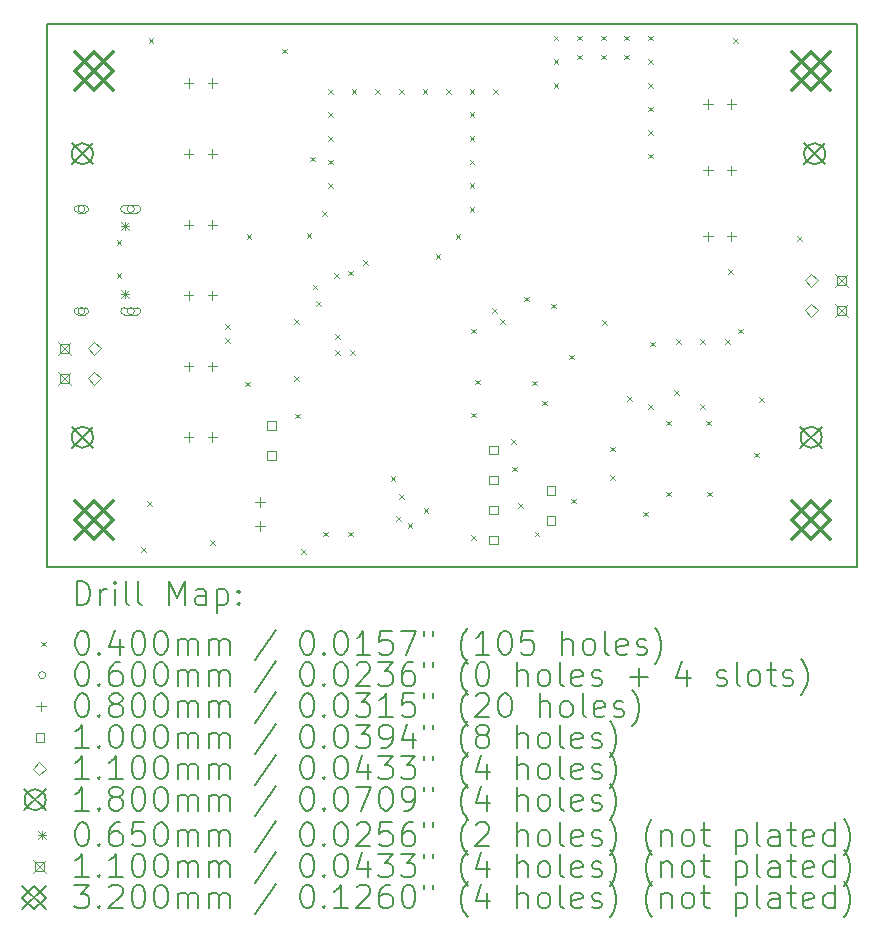
<source format=gbr>
%TF.GenerationSoftware,KiCad,Pcbnew,7.0.11-7.0.11~ubuntu22.04.1*%
%TF.CreationDate,2024-07-12T12:17:08+05:30*%
%TF.ProjectId,goodtorch,676f6f64-746f-4726-9368-2e6b69636164,rev?*%
%TF.SameCoordinates,Original*%
%TF.FileFunction,Drillmap*%
%TF.FilePolarity,Positive*%
%FSLAX45Y45*%
G04 Gerber Fmt 4.5, Leading zero omitted, Abs format (unit mm)*
G04 Created by KiCad (PCBNEW 7.0.11-7.0.11~ubuntu22.04.1) date 2024-07-12 12:17:08*
%MOMM*%
%LPD*%
G01*
G04 APERTURE LIST*
%ADD10C,0.200000*%
%ADD11C,0.100000*%
%ADD12C,0.110000*%
%ADD13C,0.180000*%
%ADD14C,0.320000*%
G04 APERTURE END LIST*
D10*
X8500000Y-4300000D02*
X15360000Y-4300000D01*
X15360000Y-8900000D01*
X8500000Y-8900000D01*
X8500000Y-4300000D01*
D11*
X9090000Y-6130000D02*
X9130000Y-6170000D01*
X9130000Y-6130000D02*
X9090000Y-6170000D01*
X9090000Y-6410000D02*
X9130000Y-6450000D01*
X9130000Y-6410000D02*
X9090000Y-6450000D01*
X9300000Y-8730000D02*
X9340000Y-8770000D01*
X9340000Y-8730000D02*
X9300000Y-8770000D01*
X9350000Y-8340000D02*
X9390000Y-8380000D01*
X9390000Y-8340000D02*
X9350000Y-8380000D01*
X9360000Y-4420000D02*
X9400000Y-4460000D01*
X9400000Y-4420000D02*
X9360000Y-4460000D01*
X9880000Y-8670000D02*
X9920000Y-8710000D01*
X9920000Y-8670000D02*
X9880000Y-8710000D01*
X10010000Y-6840000D02*
X10050000Y-6880000D01*
X10050000Y-6840000D02*
X10010000Y-6880000D01*
X10010000Y-6960000D02*
X10050000Y-7000000D01*
X10050000Y-6960000D02*
X10010000Y-7000000D01*
X10180000Y-7330000D02*
X10220000Y-7370000D01*
X10220000Y-7330000D02*
X10180000Y-7370000D01*
X10190000Y-6080000D02*
X10230000Y-6120000D01*
X10230000Y-6080000D02*
X10190000Y-6120000D01*
X10490000Y-4510000D02*
X10530000Y-4550000D01*
X10530000Y-4510000D02*
X10490000Y-4550000D01*
X10590000Y-6800000D02*
X10630000Y-6840000D01*
X10630000Y-6800000D02*
X10590000Y-6840000D01*
X10590000Y-7280000D02*
X10630000Y-7320000D01*
X10630000Y-7280000D02*
X10590000Y-7320000D01*
X10600000Y-7600000D02*
X10640000Y-7640000D01*
X10640000Y-7600000D02*
X10600000Y-7640000D01*
X10650000Y-8750000D02*
X10690000Y-8790000D01*
X10690000Y-8750000D02*
X10650000Y-8790000D01*
X10700000Y-6075000D02*
X10740000Y-6115000D01*
X10740000Y-6075000D02*
X10700000Y-6115000D01*
X10730000Y-5425000D02*
X10770000Y-5465000D01*
X10770000Y-5425000D02*
X10730000Y-5465000D01*
X10748785Y-6508542D02*
X10788785Y-6548542D01*
X10788785Y-6508542D02*
X10748785Y-6548542D01*
X10780000Y-6650000D02*
X10820000Y-6690000D01*
X10820000Y-6650000D02*
X10780000Y-6690000D01*
X10830000Y-5885000D02*
X10870000Y-5925000D01*
X10870000Y-5885000D02*
X10830000Y-5925000D01*
X10840000Y-8600000D02*
X10880000Y-8640000D01*
X10880000Y-8600000D02*
X10840000Y-8640000D01*
X10880000Y-4850000D02*
X10920000Y-4890000D01*
X10920000Y-4850000D02*
X10880000Y-4890000D01*
X10880000Y-5050000D02*
X10920000Y-5090000D01*
X10920000Y-5050000D02*
X10880000Y-5090000D01*
X10880000Y-5250000D02*
X10920000Y-5290000D01*
X10920000Y-5250000D02*
X10880000Y-5290000D01*
X10880000Y-5450000D02*
X10920000Y-5490000D01*
X10920000Y-5450000D02*
X10880000Y-5490000D01*
X10880000Y-5650000D02*
X10920000Y-5690000D01*
X10920000Y-5650000D02*
X10880000Y-5690000D01*
X10930000Y-6410000D02*
X10970000Y-6450000D01*
X10970000Y-6410000D02*
X10930000Y-6450000D01*
X10940000Y-6930000D02*
X10980000Y-6970000D01*
X10980000Y-6930000D02*
X10940000Y-6970000D01*
X10940000Y-7060000D02*
X10980000Y-7100000D01*
X10980000Y-7060000D02*
X10940000Y-7100000D01*
X11050000Y-6390000D02*
X11090000Y-6430000D01*
X11090000Y-6390000D02*
X11050000Y-6430000D01*
X11050000Y-8600000D02*
X11090000Y-8640000D01*
X11090000Y-8600000D02*
X11050000Y-8640000D01*
X11070000Y-7060000D02*
X11110000Y-7100000D01*
X11110000Y-7060000D02*
X11070000Y-7100000D01*
X11080000Y-4850000D02*
X11120000Y-4890000D01*
X11120000Y-4850000D02*
X11080000Y-4890000D01*
X11180000Y-6300000D02*
X11220000Y-6340000D01*
X11220000Y-6300000D02*
X11180000Y-6340000D01*
X11280000Y-4850000D02*
X11320000Y-4890000D01*
X11320000Y-4850000D02*
X11280000Y-4890000D01*
X11410000Y-8130000D02*
X11450000Y-8170000D01*
X11450000Y-8130000D02*
X11410000Y-8170000D01*
X11455000Y-8470000D02*
X11495000Y-8510000D01*
X11495000Y-8470000D02*
X11455000Y-8510000D01*
X11480000Y-4850000D02*
X11520000Y-4890000D01*
X11520000Y-4850000D02*
X11480000Y-4890000D01*
X11480000Y-8280000D02*
X11520000Y-8320000D01*
X11520000Y-8280000D02*
X11480000Y-8320000D01*
X11555000Y-8530000D02*
X11595000Y-8570000D01*
X11595000Y-8530000D02*
X11555000Y-8570000D01*
X11680000Y-4850000D02*
X11720000Y-4890000D01*
X11720000Y-4850000D02*
X11680000Y-4890000D01*
X11690000Y-8400000D02*
X11730000Y-8440000D01*
X11730000Y-8400000D02*
X11690000Y-8440000D01*
X11790000Y-6250000D02*
X11830000Y-6290000D01*
X11830000Y-6250000D02*
X11790000Y-6290000D01*
X11880000Y-4850000D02*
X11920000Y-4890000D01*
X11920000Y-4850000D02*
X11880000Y-4890000D01*
X11960000Y-6080000D02*
X12000000Y-6120000D01*
X12000000Y-6080000D02*
X11960000Y-6120000D01*
X12080000Y-4850000D02*
X12120000Y-4890000D01*
X12120000Y-4850000D02*
X12080000Y-4890000D01*
X12080000Y-5050000D02*
X12120000Y-5090000D01*
X12120000Y-5050000D02*
X12080000Y-5090000D01*
X12080000Y-5250000D02*
X12120000Y-5290000D01*
X12120000Y-5250000D02*
X12080000Y-5290000D01*
X12080000Y-5450000D02*
X12120000Y-5490000D01*
X12120000Y-5450000D02*
X12080000Y-5490000D01*
X12080000Y-5650000D02*
X12120000Y-5690000D01*
X12120000Y-5650000D02*
X12080000Y-5690000D01*
X12080000Y-5850000D02*
X12120000Y-5890000D01*
X12120000Y-5850000D02*
X12080000Y-5890000D01*
X12090000Y-6880000D02*
X12130000Y-6920000D01*
X12130000Y-6880000D02*
X12090000Y-6920000D01*
X12090000Y-8630000D02*
X12130000Y-8670000D01*
X12130000Y-8630000D02*
X12090000Y-8670000D01*
X12090811Y-7591680D02*
X12130811Y-7631680D01*
X12130811Y-7591680D02*
X12090811Y-7631680D01*
X12123448Y-7311384D02*
X12163448Y-7351384D01*
X12163448Y-7311384D02*
X12123448Y-7351384D01*
X12270000Y-6710000D02*
X12310000Y-6750000D01*
X12310000Y-6710000D02*
X12270000Y-6750000D01*
X12280000Y-4850000D02*
X12320000Y-4890000D01*
X12320000Y-4850000D02*
X12280000Y-4890000D01*
X12340000Y-6800000D02*
X12380000Y-6840000D01*
X12380000Y-6800000D02*
X12340000Y-6840000D01*
X12430000Y-7815000D02*
X12470000Y-7855000D01*
X12470000Y-7815000D02*
X12430000Y-7855000D01*
X12440000Y-8050000D02*
X12480000Y-8090000D01*
X12480000Y-8050000D02*
X12440000Y-8090000D01*
X12490000Y-8360000D02*
X12530000Y-8400000D01*
X12530000Y-8360000D02*
X12490000Y-8400000D01*
X12540000Y-6610000D02*
X12580000Y-6650000D01*
X12580000Y-6610000D02*
X12540000Y-6650000D01*
X12610000Y-7320000D02*
X12650000Y-7360000D01*
X12650000Y-7320000D02*
X12610000Y-7360000D01*
X12630000Y-8600000D02*
X12670000Y-8640000D01*
X12670000Y-8600000D02*
X12630000Y-8640000D01*
X12690000Y-7490000D02*
X12730000Y-7530000D01*
X12730000Y-7490000D02*
X12690000Y-7530000D01*
X12770000Y-6670000D02*
X12810000Y-6710000D01*
X12810000Y-6670000D02*
X12770000Y-6710000D01*
X12790000Y-4400000D02*
X12830000Y-4440000D01*
X12830000Y-4400000D02*
X12790000Y-4440000D01*
X12790000Y-4600000D02*
X12830000Y-4640000D01*
X12830000Y-4600000D02*
X12790000Y-4640000D01*
X12790000Y-4800000D02*
X12830000Y-4840000D01*
X12830000Y-4800000D02*
X12790000Y-4840000D01*
X12920000Y-7100000D02*
X12960000Y-7140000D01*
X12960000Y-7100000D02*
X12920000Y-7140000D01*
X12940000Y-8320000D02*
X12980000Y-8360000D01*
X12980000Y-8320000D02*
X12940000Y-8360000D01*
X12990000Y-4400000D02*
X13030000Y-4440000D01*
X13030000Y-4400000D02*
X12990000Y-4440000D01*
X12990000Y-4560000D02*
X13030000Y-4600000D01*
X13030000Y-4560000D02*
X12990000Y-4600000D01*
X13190000Y-4400000D02*
X13230000Y-4440000D01*
X13230000Y-4400000D02*
X13190000Y-4440000D01*
X13190000Y-4560000D02*
X13230000Y-4600000D01*
X13230000Y-4560000D02*
X13190000Y-4600000D01*
X13200000Y-6810000D02*
X13240000Y-6850000D01*
X13240000Y-6810000D02*
X13200000Y-6850000D01*
X13270000Y-7880000D02*
X13310000Y-7920000D01*
X13310000Y-7880000D02*
X13270000Y-7920000D01*
X13270000Y-8120000D02*
X13310000Y-8160000D01*
X13310000Y-8120000D02*
X13270000Y-8160000D01*
X13390000Y-4400000D02*
X13430000Y-4440000D01*
X13430000Y-4400000D02*
X13390000Y-4440000D01*
X13390000Y-4560000D02*
X13430000Y-4600000D01*
X13430000Y-4560000D02*
X13390000Y-4600000D01*
X13415000Y-7455000D02*
X13455000Y-7495000D01*
X13455000Y-7455000D02*
X13415000Y-7495000D01*
X13550000Y-8430000D02*
X13590000Y-8470000D01*
X13590000Y-8430000D02*
X13550000Y-8470000D01*
X13590000Y-4400000D02*
X13630000Y-4440000D01*
X13630000Y-4400000D02*
X13590000Y-4440000D01*
X13590000Y-4600000D02*
X13630000Y-4640000D01*
X13630000Y-4600000D02*
X13590000Y-4640000D01*
X13590000Y-4800000D02*
X13630000Y-4840000D01*
X13630000Y-4800000D02*
X13590000Y-4840000D01*
X13590000Y-5000000D02*
X13630000Y-5040000D01*
X13630000Y-5000000D02*
X13590000Y-5040000D01*
X13590000Y-5200000D02*
X13630000Y-5240000D01*
X13630000Y-5200000D02*
X13590000Y-5240000D01*
X13590000Y-5400000D02*
X13630000Y-5440000D01*
X13630000Y-5400000D02*
X13590000Y-5440000D01*
X13590000Y-7520000D02*
X13630000Y-7560000D01*
X13630000Y-7520000D02*
X13590000Y-7560000D01*
X13610000Y-6990000D02*
X13650000Y-7030000D01*
X13650000Y-6990000D02*
X13610000Y-7030000D01*
X13740000Y-7660000D02*
X13780000Y-7700000D01*
X13780000Y-7660000D02*
X13740000Y-7700000D01*
X13740000Y-8260000D02*
X13780000Y-8300000D01*
X13780000Y-8260000D02*
X13740000Y-8300000D01*
X13810000Y-7400000D02*
X13850000Y-7440000D01*
X13850000Y-7400000D02*
X13810000Y-7440000D01*
X13830000Y-6970000D02*
X13870000Y-7010000D01*
X13870000Y-6970000D02*
X13830000Y-7010000D01*
X14030000Y-6970000D02*
X14070000Y-7010000D01*
X14070000Y-6970000D02*
X14030000Y-7010000D01*
X14030000Y-7520000D02*
X14070000Y-7560000D01*
X14070000Y-7520000D02*
X14030000Y-7560000D01*
X14079807Y-7659269D02*
X14119807Y-7699269D01*
X14119807Y-7659269D02*
X14079807Y-7699269D01*
X14090000Y-8260000D02*
X14130000Y-8300000D01*
X14130000Y-8260000D02*
X14090000Y-8300000D01*
X14240000Y-6970000D02*
X14280000Y-7010000D01*
X14280000Y-6970000D02*
X14240000Y-7010000D01*
X14270000Y-6380000D02*
X14310000Y-6420000D01*
X14310000Y-6380000D02*
X14270000Y-6420000D01*
X14310000Y-4420000D02*
X14350000Y-4460000D01*
X14350000Y-4420000D02*
X14310000Y-4460000D01*
X14350000Y-6880000D02*
X14390000Y-6920000D01*
X14390000Y-6880000D02*
X14350000Y-6920000D01*
X14490000Y-7930000D02*
X14530000Y-7970000D01*
X14530000Y-7930000D02*
X14490000Y-7970000D01*
X14530000Y-7460000D02*
X14570000Y-7500000D01*
X14570000Y-7460000D02*
X14530000Y-7500000D01*
X14850000Y-6100000D02*
X14890000Y-6140000D01*
X14890000Y-6100000D02*
X14850000Y-6140000D01*
X8822500Y-5868000D02*
G75*
G03*
X8762500Y-5868000I-30000J0D01*
G01*
X8762500Y-5868000D02*
G75*
G03*
X8822500Y-5868000I30000J0D01*
G01*
X8762500Y-5898000D02*
X8822500Y-5898000D01*
X8822500Y-5898000D02*
G75*
G03*
X8822500Y-5838000I0J30000D01*
G01*
X8822500Y-5838000D02*
X8762500Y-5838000D01*
X8762500Y-5838000D02*
G75*
G03*
X8762500Y-5898000I0J-30000D01*
G01*
X8822500Y-6732000D02*
G75*
G03*
X8762500Y-6732000I-30000J0D01*
G01*
X8762500Y-6732000D02*
G75*
G03*
X8822500Y-6732000I30000J0D01*
G01*
X8762500Y-6762000D02*
X8822500Y-6762000D01*
X8822500Y-6762000D02*
G75*
G03*
X8822500Y-6702000I0J30000D01*
G01*
X8822500Y-6702000D02*
X8762500Y-6702000D01*
X8762500Y-6702000D02*
G75*
G03*
X8762500Y-6762000I0J-30000D01*
G01*
X9240500Y-5868000D02*
G75*
G03*
X9180500Y-5868000I-30000J0D01*
G01*
X9180500Y-5868000D02*
G75*
G03*
X9240500Y-5868000I30000J0D01*
G01*
X9155500Y-5898000D02*
X9265500Y-5898000D01*
X9265500Y-5898000D02*
G75*
G03*
X9265500Y-5838000I0J30000D01*
G01*
X9265500Y-5838000D02*
X9155500Y-5838000D01*
X9155500Y-5838000D02*
G75*
G03*
X9155500Y-5898000I0J-30000D01*
G01*
X9240500Y-6732000D02*
G75*
G03*
X9180500Y-6732000I-30000J0D01*
G01*
X9180500Y-6732000D02*
G75*
G03*
X9240500Y-6732000I30000J0D01*
G01*
X9155500Y-6762000D02*
X9265500Y-6762000D01*
X9265500Y-6762000D02*
G75*
G03*
X9265500Y-6702000I0J30000D01*
G01*
X9265500Y-6702000D02*
X9155500Y-6702000D01*
X9155500Y-6702000D02*
G75*
G03*
X9155500Y-6762000I0J-30000D01*
G01*
X9700000Y-4760000D02*
X9700000Y-4840000D01*
X9660000Y-4800000D02*
X9740000Y-4800000D01*
X9700000Y-5360000D02*
X9700000Y-5440000D01*
X9660000Y-5400000D02*
X9740000Y-5400000D01*
X9700000Y-5960000D02*
X9700000Y-6040000D01*
X9660000Y-6000000D02*
X9740000Y-6000000D01*
X9700000Y-6560000D02*
X9700000Y-6640000D01*
X9660000Y-6600000D02*
X9740000Y-6600000D01*
X9700000Y-7160000D02*
X9700000Y-7240000D01*
X9660000Y-7200000D02*
X9740000Y-7200000D01*
X9700000Y-7760000D02*
X9700000Y-7840000D01*
X9660000Y-7800000D02*
X9740000Y-7800000D01*
X9900000Y-4760000D02*
X9900000Y-4840000D01*
X9860000Y-4800000D02*
X9940000Y-4800000D01*
X9900000Y-5360000D02*
X9900000Y-5440000D01*
X9860000Y-5400000D02*
X9940000Y-5400000D01*
X9900000Y-5960000D02*
X9900000Y-6040000D01*
X9860000Y-6000000D02*
X9940000Y-6000000D01*
X9900000Y-6560000D02*
X9900000Y-6640000D01*
X9860000Y-6600000D02*
X9940000Y-6600000D01*
X9900000Y-7160000D02*
X9900000Y-7240000D01*
X9860000Y-7200000D02*
X9940000Y-7200000D01*
X9900000Y-7760000D02*
X9900000Y-7840000D01*
X9860000Y-7800000D02*
X9940000Y-7800000D01*
X10305000Y-8310000D02*
X10305000Y-8390000D01*
X10265000Y-8350000D02*
X10345000Y-8350000D01*
X10305000Y-8510000D02*
X10305000Y-8590000D01*
X10265000Y-8550000D02*
X10345000Y-8550000D01*
X14095511Y-4940000D02*
X14095511Y-5020000D01*
X14055511Y-4980000D02*
X14135511Y-4980000D01*
X14095511Y-5500000D02*
X14095511Y-5580000D01*
X14055511Y-5540000D02*
X14135511Y-5540000D01*
X14095511Y-6060000D02*
X14095511Y-6140000D01*
X14055511Y-6100000D02*
X14135511Y-6100000D01*
X14295511Y-4940000D02*
X14295511Y-5020000D01*
X14255511Y-4980000D02*
X14335511Y-4980000D01*
X14295511Y-5500000D02*
X14295511Y-5580000D01*
X14255511Y-5540000D02*
X14335511Y-5540000D01*
X14295511Y-6060000D02*
X14295511Y-6140000D01*
X14255511Y-6100000D02*
X14335511Y-6100000D01*
X10435356Y-7735356D02*
X10435356Y-7664644D01*
X10364644Y-7664644D01*
X10364644Y-7735356D01*
X10435356Y-7735356D01*
X10435356Y-7989356D02*
X10435356Y-7918644D01*
X10364644Y-7918644D01*
X10364644Y-7989356D01*
X10435356Y-7989356D01*
X12315356Y-7941356D02*
X12315356Y-7870644D01*
X12244644Y-7870644D01*
X12244644Y-7941356D01*
X12315356Y-7941356D01*
X12315356Y-8195356D02*
X12315356Y-8124644D01*
X12244644Y-8124644D01*
X12244644Y-8195356D01*
X12315356Y-8195356D01*
X12315356Y-8449356D02*
X12315356Y-8378644D01*
X12244644Y-8378644D01*
X12244644Y-8449356D01*
X12315356Y-8449356D01*
X12315356Y-8703356D02*
X12315356Y-8632644D01*
X12244644Y-8632644D01*
X12244644Y-8703356D01*
X12315356Y-8703356D01*
X12805356Y-8285356D02*
X12805356Y-8214644D01*
X12734644Y-8214644D01*
X12734644Y-8285356D01*
X12805356Y-8285356D01*
X12805356Y-8539356D02*
X12805356Y-8468644D01*
X12734644Y-8468644D01*
X12734644Y-8539356D01*
X12805356Y-8539356D01*
D12*
X8900000Y-7101000D02*
X8955000Y-7046000D01*
X8900000Y-6991000D01*
X8845000Y-7046000D01*
X8900000Y-7101000D01*
X8900000Y-7355000D02*
X8955000Y-7300000D01*
X8900000Y-7245000D01*
X8845000Y-7300000D01*
X8900000Y-7355000D01*
X14972000Y-6528000D02*
X15027000Y-6473000D01*
X14972000Y-6418000D01*
X14917000Y-6473000D01*
X14972000Y-6528000D01*
X14972000Y-6782000D02*
X15027000Y-6727000D01*
X14972000Y-6672000D01*
X14917000Y-6727000D01*
X14972000Y-6782000D01*
D13*
X8710000Y-5310000D02*
X8890000Y-5490000D01*
X8890000Y-5310000D02*
X8710000Y-5490000D01*
X8890000Y-5400000D02*
G75*
G03*
X8710000Y-5400000I-90000J0D01*
G01*
X8710000Y-5400000D02*
G75*
G03*
X8890000Y-5400000I90000J0D01*
G01*
X8710000Y-7710000D02*
X8890000Y-7890000D01*
X8890000Y-7710000D02*
X8710000Y-7890000D01*
X8890000Y-7800000D02*
G75*
G03*
X8710000Y-7800000I-90000J0D01*
G01*
X8710000Y-7800000D02*
G75*
G03*
X8890000Y-7800000I90000J0D01*
G01*
X14880000Y-7710000D02*
X15060000Y-7890000D01*
X15060000Y-7710000D02*
X14880000Y-7890000D01*
X15060000Y-7800000D02*
G75*
G03*
X14880000Y-7800000I-90000J0D01*
G01*
X14880000Y-7800000D02*
G75*
G03*
X15060000Y-7800000I90000J0D01*
G01*
X14910000Y-5310000D02*
X15090000Y-5490000D01*
X15090000Y-5310000D02*
X14910000Y-5490000D01*
X15090000Y-5400000D02*
G75*
G03*
X14910000Y-5400000I-90000J0D01*
G01*
X14910000Y-5400000D02*
G75*
G03*
X15090000Y-5400000I90000J0D01*
G01*
D11*
X9128000Y-5978500D02*
X9193000Y-6043500D01*
X9193000Y-5978500D02*
X9128000Y-6043500D01*
X9160500Y-5978500D02*
X9160500Y-6043500D01*
X9128000Y-6011000D02*
X9193000Y-6011000D01*
X9128000Y-6556500D02*
X9193000Y-6621500D01*
X9193000Y-6556500D02*
X9128000Y-6621500D01*
X9160500Y-6556500D02*
X9160500Y-6621500D01*
X9128000Y-6589000D02*
X9193000Y-6589000D01*
D12*
X8591000Y-6991000D02*
X8701000Y-7101000D01*
X8701000Y-6991000D02*
X8591000Y-7101000D01*
X8684891Y-7084891D02*
X8684891Y-7007109D01*
X8607109Y-7007109D01*
X8607109Y-7084891D01*
X8684891Y-7084891D01*
X8591000Y-7245000D02*
X8701000Y-7355000D01*
X8701000Y-7245000D02*
X8591000Y-7355000D01*
X8684891Y-7338891D02*
X8684891Y-7261109D01*
X8607109Y-7261109D01*
X8607109Y-7338891D01*
X8684891Y-7338891D01*
X15171000Y-6418000D02*
X15281000Y-6528000D01*
X15281000Y-6418000D02*
X15171000Y-6528000D01*
X15264891Y-6511891D02*
X15264891Y-6434109D01*
X15187109Y-6434109D01*
X15187109Y-6511891D01*
X15264891Y-6511891D01*
X15171000Y-6672000D02*
X15281000Y-6782000D01*
X15281000Y-6672000D02*
X15171000Y-6782000D01*
X15264891Y-6765891D02*
X15264891Y-6688109D01*
X15187109Y-6688109D01*
X15187109Y-6765891D01*
X15264891Y-6765891D01*
D14*
X8740000Y-4540000D02*
X9060000Y-4860000D01*
X9060000Y-4540000D02*
X8740000Y-4860000D01*
X8900000Y-4860000D02*
X9060000Y-4700000D01*
X8900000Y-4540000D01*
X8740000Y-4700000D01*
X8900000Y-4860000D01*
X8740000Y-8340000D02*
X9060000Y-8660000D01*
X9060000Y-8340000D02*
X8740000Y-8660000D01*
X8900000Y-8660000D02*
X9060000Y-8500000D01*
X8900000Y-8340000D01*
X8740000Y-8500000D01*
X8900000Y-8660000D01*
X14810000Y-4540000D02*
X15130000Y-4860000D01*
X15130000Y-4540000D02*
X14810000Y-4860000D01*
X14970000Y-4860000D02*
X15130000Y-4700000D01*
X14970000Y-4540000D01*
X14810000Y-4700000D01*
X14970000Y-4860000D01*
X14810000Y-8340000D02*
X15130000Y-8660000D01*
X15130000Y-8340000D02*
X14810000Y-8660000D01*
X14970000Y-8660000D02*
X15130000Y-8500000D01*
X14970000Y-8340000D01*
X14810000Y-8500000D01*
X14970000Y-8660000D01*
D10*
X8750777Y-9221484D02*
X8750777Y-9021484D01*
X8750777Y-9021484D02*
X8798396Y-9021484D01*
X8798396Y-9021484D02*
X8826967Y-9031008D01*
X8826967Y-9031008D02*
X8846015Y-9050055D01*
X8846015Y-9050055D02*
X8855539Y-9069103D01*
X8855539Y-9069103D02*
X8865063Y-9107198D01*
X8865063Y-9107198D02*
X8865063Y-9135770D01*
X8865063Y-9135770D02*
X8855539Y-9173865D01*
X8855539Y-9173865D02*
X8846015Y-9192912D01*
X8846015Y-9192912D02*
X8826967Y-9211960D01*
X8826967Y-9211960D02*
X8798396Y-9221484D01*
X8798396Y-9221484D02*
X8750777Y-9221484D01*
X8950777Y-9221484D02*
X8950777Y-9088150D01*
X8950777Y-9126246D02*
X8960301Y-9107198D01*
X8960301Y-9107198D02*
X8969824Y-9097674D01*
X8969824Y-9097674D02*
X8988872Y-9088150D01*
X8988872Y-9088150D02*
X9007920Y-9088150D01*
X9074586Y-9221484D02*
X9074586Y-9088150D01*
X9074586Y-9021484D02*
X9065063Y-9031008D01*
X9065063Y-9031008D02*
X9074586Y-9040531D01*
X9074586Y-9040531D02*
X9084110Y-9031008D01*
X9084110Y-9031008D02*
X9074586Y-9021484D01*
X9074586Y-9021484D02*
X9074586Y-9040531D01*
X9198396Y-9221484D02*
X9179348Y-9211960D01*
X9179348Y-9211960D02*
X9169824Y-9192912D01*
X9169824Y-9192912D02*
X9169824Y-9021484D01*
X9303158Y-9221484D02*
X9284110Y-9211960D01*
X9284110Y-9211960D02*
X9274586Y-9192912D01*
X9274586Y-9192912D02*
X9274586Y-9021484D01*
X9531729Y-9221484D02*
X9531729Y-9021484D01*
X9531729Y-9021484D02*
X9598396Y-9164341D01*
X9598396Y-9164341D02*
X9665063Y-9021484D01*
X9665063Y-9021484D02*
X9665063Y-9221484D01*
X9846015Y-9221484D02*
X9846015Y-9116722D01*
X9846015Y-9116722D02*
X9836491Y-9097674D01*
X9836491Y-9097674D02*
X9817444Y-9088150D01*
X9817444Y-9088150D02*
X9779348Y-9088150D01*
X9779348Y-9088150D02*
X9760301Y-9097674D01*
X9846015Y-9211960D02*
X9826967Y-9221484D01*
X9826967Y-9221484D02*
X9779348Y-9221484D01*
X9779348Y-9221484D02*
X9760301Y-9211960D01*
X9760301Y-9211960D02*
X9750777Y-9192912D01*
X9750777Y-9192912D02*
X9750777Y-9173865D01*
X9750777Y-9173865D02*
X9760301Y-9154817D01*
X9760301Y-9154817D02*
X9779348Y-9145293D01*
X9779348Y-9145293D02*
X9826967Y-9145293D01*
X9826967Y-9145293D02*
X9846015Y-9135770D01*
X9941253Y-9088150D02*
X9941253Y-9288150D01*
X9941253Y-9097674D02*
X9960301Y-9088150D01*
X9960301Y-9088150D02*
X9998396Y-9088150D01*
X9998396Y-9088150D02*
X10017444Y-9097674D01*
X10017444Y-9097674D02*
X10026967Y-9107198D01*
X10026967Y-9107198D02*
X10036491Y-9126246D01*
X10036491Y-9126246D02*
X10036491Y-9183389D01*
X10036491Y-9183389D02*
X10026967Y-9202436D01*
X10026967Y-9202436D02*
X10017444Y-9211960D01*
X10017444Y-9211960D02*
X9998396Y-9221484D01*
X9998396Y-9221484D02*
X9960301Y-9221484D01*
X9960301Y-9221484D02*
X9941253Y-9211960D01*
X10122205Y-9202436D02*
X10131729Y-9211960D01*
X10131729Y-9211960D02*
X10122205Y-9221484D01*
X10122205Y-9221484D02*
X10112682Y-9211960D01*
X10112682Y-9211960D02*
X10122205Y-9202436D01*
X10122205Y-9202436D02*
X10122205Y-9221484D01*
X10122205Y-9097674D02*
X10131729Y-9107198D01*
X10131729Y-9107198D02*
X10122205Y-9116722D01*
X10122205Y-9116722D02*
X10112682Y-9107198D01*
X10112682Y-9107198D02*
X10122205Y-9097674D01*
X10122205Y-9097674D02*
X10122205Y-9116722D01*
D11*
X8450000Y-9530000D02*
X8490000Y-9570000D01*
X8490000Y-9530000D02*
X8450000Y-9570000D01*
D10*
X8788872Y-9441484D02*
X8807920Y-9441484D01*
X8807920Y-9441484D02*
X8826967Y-9451008D01*
X8826967Y-9451008D02*
X8836491Y-9460531D01*
X8836491Y-9460531D02*
X8846015Y-9479579D01*
X8846015Y-9479579D02*
X8855539Y-9517674D01*
X8855539Y-9517674D02*
X8855539Y-9565293D01*
X8855539Y-9565293D02*
X8846015Y-9603389D01*
X8846015Y-9603389D02*
X8836491Y-9622436D01*
X8836491Y-9622436D02*
X8826967Y-9631960D01*
X8826967Y-9631960D02*
X8807920Y-9641484D01*
X8807920Y-9641484D02*
X8788872Y-9641484D01*
X8788872Y-9641484D02*
X8769824Y-9631960D01*
X8769824Y-9631960D02*
X8760301Y-9622436D01*
X8760301Y-9622436D02*
X8750777Y-9603389D01*
X8750777Y-9603389D02*
X8741253Y-9565293D01*
X8741253Y-9565293D02*
X8741253Y-9517674D01*
X8741253Y-9517674D02*
X8750777Y-9479579D01*
X8750777Y-9479579D02*
X8760301Y-9460531D01*
X8760301Y-9460531D02*
X8769824Y-9451008D01*
X8769824Y-9451008D02*
X8788872Y-9441484D01*
X8941253Y-9622436D02*
X8950777Y-9631960D01*
X8950777Y-9631960D02*
X8941253Y-9641484D01*
X8941253Y-9641484D02*
X8931729Y-9631960D01*
X8931729Y-9631960D02*
X8941253Y-9622436D01*
X8941253Y-9622436D02*
X8941253Y-9641484D01*
X9122205Y-9508150D02*
X9122205Y-9641484D01*
X9074586Y-9431960D02*
X9026967Y-9574817D01*
X9026967Y-9574817D02*
X9150777Y-9574817D01*
X9265063Y-9441484D02*
X9284110Y-9441484D01*
X9284110Y-9441484D02*
X9303158Y-9451008D01*
X9303158Y-9451008D02*
X9312682Y-9460531D01*
X9312682Y-9460531D02*
X9322205Y-9479579D01*
X9322205Y-9479579D02*
X9331729Y-9517674D01*
X9331729Y-9517674D02*
X9331729Y-9565293D01*
X9331729Y-9565293D02*
X9322205Y-9603389D01*
X9322205Y-9603389D02*
X9312682Y-9622436D01*
X9312682Y-9622436D02*
X9303158Y-9631960D01*
X9303158Y-9631960D02*
X9284110Y-9641484D01*
X9284110Y-9641484D02*
X9265063Y-9641484D01*
X9265063Y-9641484D02*
X9246015Y-9631960D01*
X9246015Y-9631960D02*
X9236491Y-9622436D01*
X9236491Y-9622436D02*
X9226967Y-9603389D01*
X9226967Y-9603389D02*
X9217444Y-9565293D01*
X9217444Y-9565293D02*
X9217444Y-9517674D01*
X9217444Y-9517674D02*
X9226967Y-9479579D01*
X9226967Y-9479579D02*
X9236491Y-9460531D01*
X9236491Y-9460531D02*
X9246015Y-9451008D01*
X9246015Y-9451008D02*
X9265063Y-9441484D01*
X9455539Y-9441484D02*
X9474586Y-9441484D01*
X9474586Y-9441484D02*
X9493634Y-9451008D01*
X9493634Y-9451008D02*
X9503158Y-9460531D01*
X9503158Y-9460531D02*
X9512682Y-9479579D01*
X9512682Y-9479579D02*
X9522205Y-9517674D01*
X9522205Y-9517674D02*
X9522205Y-9565293D01*
X9522205Y-9565293D02*
X9512682Y-9603389D01*
X9512682Y-9603389D02*
X9503158Y-9622436D01*
X9503158Y-9622436D02*
X9493634Y-9631960D01*
X9493634Y-9631960D02*
X9474586Y-9641484D01*
X9474586Y-9641484D02*
X9455539Y-9641484D01*
X9455539Y-9641484D02*
X9436491Y-9631960D01*
X9436491Y-9631960D02*
X9426967Y-9622436D01*
X9426967Y-9622436D02*
X9417444Y-9603389D01*
X9417444Y-9603389D02*
X9407920Y-9565293D01*
X9407920Y-9565293D02*
X9407920Y-9517674D01*
X9407920Y-9517674D02*
X9417444Y-9479579D01*
X9417444Y-9479579D02*
X9426967Y-9460531D01*
X9426967Y-9460531D02*
X9436491Y-9451008D01*
X9436491Y-9451008D02*
X9455539Y-9441484D01*
X9607920Y-9641484D02*
X9607920Y-9508150D01*
X9607920Y-9527198D02*
X9617444Y-9517674D01*
X9617444Y-9517674D02*
X9636491Y-9508150D01*
X9636491Y-9508150D02*
X9665063Y-9508150D01*
X9665063Y-9508150D02*
X9684110Y-9517674D01*
X9684110Y-9517674D02*
X9693634Y-9536722D01*
X9693634Y-9536722D02*
X9693634Y-9641484D01*
X9693634Y-9536722D02*
X9703158Y-9517674D01*
X9703158Y-9517674D02*
X9722205Y-9508150D01*
X9722205Y-9508150D02*
X9750777Y-9508150D01*
X9750777Y-9508150D02*
X9769825Y-9517674D01*
X9769825Y-9517674D02*
X9779348Y-9536722D01*
X9779348Y-9536722D02*
X9779348Y-9641484D01*
X9874586Y-9641484D02*
X9874586Y-9508150D01*
X9874586Y-9527198D02*
X9884110Y-9517674D01*
X9884110Y-9517674D02*
X9903158Y-9508150D01*
X9903158Y-9508150D02*
X9931729Y-9508150D01*
X9931729Y-9508150D02*
X9950777Y-9517674D01*
X9950777Y-9517674D02*
X9960301Y-9536722D01*
X9960301Y-9536722D02*
X9960301Y-9641484D01*
X9960301Y-9536722D02*
X9969825Y-9517674D01*
X9969825Y-9517674D02*
X9988872Y-9508150D01*
X9988872Y-9508150D02*
X10017444Y-9508150D01*
X10017444Y-9508150D02*
X10036491Y-9517674D01*
X10036491Y-9517674D02*
X10046015Y-9536722D01*
X10046015Y-9536722D02*
X10046015Y-9641484D01*
X10436491Y-9431960D02*
X10265063Y-9689103D01*
X10693634Y-9441484D02*
X10712682Y-9441484D01*
X10712682Y-9441484D02*
X10731729Y-9451008D01*
X10731729Y-9451008D02*
X10741253Y-9460531D01*
X10741253Y-9460531D02*
X10750777Y-9479579D01*
X10750777Y-9479579D02*
X10760301Y-9517674D01*
X10760301Y-9517674D02*
X10760301Y-9565293D01*
X10760301Y-9565293D02*
X10750777Y-9603389D01*
X10750777Y-9603389D02*
X10741253Y-9622436D01*
X10741253Y-9622436D02*
X10731729Y-9631960D01*
X10731729Y-9631960D02*
X10712682Y-9641484D01*
X10712682Y-9641484D02*
X10693634Y-9641484D01*
X10693634Y-9641484D02*
X10674587Y-9631960D01*
X10674587Y-9631960D02*
X10665063Y-9622436D01*
X10665063Y-9622436D02*
X10655539Y-9603389D01*
X10655539Y-9603389D02*
X10646015Y-9565293D01*
X10646015Y-9565293D02*
X10646015Y-9517674D01*
X10646015Y-9517674D02*
X10655539Y-9479579D01*
X10655539Y-9479579D02*
X10665063Y-9460531D01*
X10665063Y-9460531D02*
X10674587Y-9451008D01*
X10674587Y-9451008D02*
X10693634Y-9441484D01*
X10846015Y-9622436D02*
X10855539Y-9631960D01*
X10855539Y-9631960D02*
X10846015Y-9641484D01*
X10846015Y-9641484D02*
X10836491Y-9631960D01*
X10836491Y-9631960D02*
X10846015Y-9622436D01*
X10846015Y-9622436D02*
X10846015Y-9641484D01*
X10979348Y-9441484D02*
X10998396Y-9441484D01*
X10998396Y-9441484D02*
X11017444Y-9451008D01*
X11017444Y-9451008D02*
X11026968Y-9460531D01*
X11026968Y-9460531D02*
X11036491Y-9479579D01*
X11036491Y-9479579D02*
X11046015Y-9517674D01*
X11046015Y-9517674D02*
X11046015Y-9565293D01*
X11046015Y-9565293D02*
X11036491Y-9603389D01*
X11036491Y-9603389D02*
X11026968Y-9622436D01*
X11026968Y-9622436D02*
X11017444Y-9631960D01*
X11017444Y-9631960D02*
X10998396Y-9641484D01*
X10998396Y-9641484D02*
X10979348Y-9641484D01*
X10979348Y-9641484D02*
X10960301Y-9631960D01*
X10960301Y-9631960D02*
X10950777Y-9622436D01*
X10950777Y-9622436D02*
X10941253Y-9603389D01*
X10941253Y-9603389D02*
X10931729Y-9565293D01*
X10931729Y-9565293D02*
X10931729Y-9517674D01*
X10931729Y-9517674D02*
X10941253Y-9479579D01*
X10941253Y-9479579D02*
X10950777Y-9460531D01*
X10950777Y-9460531D02*
X10960301Y-9451008D01*
X10960301Y-9451008D02*
X10979348Y-9441484D01*
X11236491Y-9641484D02*
X11122206Y-9641484D01*
X11179348Y-9641484D02*
X11179348Y-9441484D01*
X11179348Y-9441484D02*
X11160301Y-9470055D01*
X11160301Y-9470055D02*
X11141253Y-9489103D01*
X11141253Y-9489103D02*
X11122206Y-9498627D01*
X11417444Y-9441484D02*
X11322206Y-9441484D01*
X11322206Y-9441484D02*
X11312682Y-9536722D01*
X11312682Y-9536722D02*
X11322206Y-9527198D01*
X11322206Y-9527198D02*
X11341253Y-9517674D01*
X11341253Y-9517674D02*
X11388872Y-9517674D01*
X11388872Y-9517674D02*
X11407920Y-9527198D01*
X11407920Y-9527198D02*
X11417444Y-9536722D01*
X11417444Y-9536722D02*
X11426967Y-9555770D01*
X11426967Y-9555770D02*
X11426967Y-9603389D01*
X11426967Y-9603389D02*
X11417444Y-9622436D01*
X11417444Y-9622436D02*
X11407920Y-9631960D01*
X11407920Y-9631960D02*
X11388872Y-9641484D01*
X11388872Y-9641484D02*
X11341253Y-9641484D01*
X11341253Y-9641484D02*
X11322206Y-9631960D01*
X11322206Y-9631960D02*
X11312682Y-9622436D01*
X11493634Y-9441484D02*
X11626967Y-9441484D01*
X11626967Y-9441484D02*
X11541253Y-9641484D01*
X11693634Y-9441484D02*
X11693634Y-9479579D01*
X11769825Y-9441484D02*
X11769825Y-9479579D01*
X12065063Y-9717674D02*
X12055539Y-9708150D01*
X12055539Y-9708150D02*
X12036491Y-9679579D01*
X12036491Y-9679579D02*
X12026968Y-9660531D01*
X12026968Y-9660531D02*
X12017444Y-9631960D01*
X12017444Y-9631960D02*
X12007920Y-9584341D01*
X12007920Y-9584341D02*
X12007920Y-9546246D01*
X12007920Y-9546246D02*
X12017444Y-9498627D01*
X12017444Y-9498627D02*
X12026968Y-9470055D01*
X12026968Y-9470055D02*
X12036491Y-9451008D01*
X12036491Y-9451008D02*
X12055539Y-9422436D01*
X12055539Y-9422436D02*
X12065063Y-9412912D01*
X12246015Y-9641484D02*
X12131729Y-9641484D01*
X12188872Y-9641484D02*
X12188872Y-9441484D01*
X12188872Y-9441484D02*
X12169825Y-9470055D01*
X12169825Y-9470055D02*
X12150777Y-9489103D01*
X12150777Y-9489103D02*
X12131729Y-9498627D01*
X12369825Y-9441484D02*
X12388872Y-9441484D01*
X12388872Y-9441484D02*
X12407920Y-9451008D01*
X12407920Y-9451008D02*
X12417444Y-9460531D01*
X12417444Y-9460531D02*
X12426968Y-9479579D01*
X12426968Y-9479579D02*
X12436491Y-9517674D01*
X12436491Y-9517674D02*
X12436491Y-9565293D01*
X12436491Y-9565293D02*
X12426968Y-9603389D01*
X12426968Y-9603389D02*
X12417444Y-9622436D01*
X12417444Y-9622436D02*
X12407920Y-9631960D01*
X12407920Y-9631960D02*
X12388872Y-9641484D01*
X12388872Y-9641484D02*
X12369825Y-9641484D01*
X12369825Y-9641484D02*
X12350777Y-9631960D01*
X12350777Y-9631960D02*
X12341253Y-9622436D01*
X12341253Y-9622436D02*
X12331729Y-9603389D01*
X12331729Y-9603389D02*
X12322206Y-9565293D01*
X12322206Y-9565293D02*
X12322206Y-9517674D01*
X12322206Y-9517674D02*
X12331729Y-9479579D01*
X12331729Y-9479579D02*
X12341253Y-9460531D01*
X12341253Y-9460531D02*
X12350777Y-9451008D01*
X12350777Y-9451008D02*
X12369825Y-9441484D01*
X12617444Y-9441484D02*
X12522206Y-9441484D01*
X12522206Y-9441484D02*
X12512682Y-9536722D01*
X12512682Y-9536722D02*
X12522206Y-9527198D01*
X12522206Y-9527198D02*
X12541253Y-9517674D01*
X12541253Y-9517674D02*
X12588872Y-9517674D01*
X12588872Y-9517674D02*
X12607920Y-9527198D01*
X12607920Y-9527198D02*
X12617444Y-9536722D01*
X12617444Y-9536722D02*
X12626968Y-9555770D01*
X12626968Y-9555770D02*
X12626968Y-9603389D01*
X12626968Y-9603389D02*
X12617444Y-9622436D01*
X12617444Y-9622436D02*
X12607920Y-9631960D01*
X12607920Y-9631960D02*
X12588872Y-9641484D01*
X12588872Y-9641484D02*
X12541253Y-9641484D01*
X12541253Y-9641484D02*
X12522206Y-9631960D01*
X12522206Y-9631960D02*
X12512682Y-9622436D01*
X12865063Y-9641484D02*
X12865063Y-9441484D01*
X12950777Y-9641484D02*
X12950777Y-9536722D01*
X12950777Y-9536722D02*
X12941253Y-9517674D01*
X12941253Y-9517674D02*
X12922206Y-9508150D01*
X12922206Y-9508150D02*
X12893634Y-9508150D01*
X12893634Y-9508150D02*
X12874587Y-9517674D01*
X12874587Y-9517674D02*
X12865063Y-9527198D01*
X13074587Y-9641484D02*
X13055539Y-9631960D01*
X13055539Y-9631960D02*
X13046015Y-9622436D01*
X13046015Y-9622436D02*
X13036491Y-9603389D01*
X13036491Y-9603389D02*
X13036491Y-9546246D01*
X13036491Y-9546246D02*
X13046015Y-9527198D01*
X13046015Y-9527198D02*
X13055539Y-9517674D01*
X13055539Y-9517674D02*
X13074587Y-9508150D01*
X13074587Y-9508150D02*
X13103158Y-9508150D01*
X13103158Y-9508150D02*
X13122206Y-9517674D01*
X13122206Y-9517674D02*
X13131730Y-9527198D01*
X13131730Y-9527198D02*
X13141253Y-9546246D01*
X13141253Y-9546246D02*
X13141253Y-9603389D01*
X13141253Y-9603389D02*
X13131730Y-9622436D01*
X13131730Y-9622436D02*
X13122206Y-9631960D01*
X13122206Y-9631960D02*
X13103158Y-9641484D01*
X13103158Y-9641484D02*
X13074587Y-9641484D01*
X13255539Y-9641484D02*
X13236491Y-9631960D01*
X13236491Y-9631960D02*
X13226968Y-9612912D01*
X13226968Y-9612912D02*
X13226968Y-9441484D01*
X13407920Y-9631960D02*
X13388872Y-9641484D01*
X13388872Y-9641484D02*
X13350777Y-9641484D01*
X13350777Y-9641484D02*
X13331730Y-9631960D01*
X13331730Y-9631960D02*
X13322206Y-9612912D01*
X13322206Y-9612912D02*
X13322206Y-9536722D01*
X13322206Y-9536722D02*
X13331730Y-9517674D01*
X13331730Y-9517674D02*
X13350777Y-9508150D01*
X13350777Y-9508150D02*
X13388872Y-9508150D01*
X13388872Y-9508150D02*
X13407920Y-9517674D01*
X13407920Y-9517674D02*
X13417444Y-9536722D01*
X13417444Y-9536722D02*
X13417444Y-9555770D01*
X13417444Y-9555770D02*
X13322206Y-9574817D01*
X13493634Y-9631960D02*
X13512682Y-9641484D01*
X13512682Y-9641484D02*
X13550777Y-9641484D01*
X13550777Y-9641484D02*
X13569825Y-9631960D01*
X13569825Y-9631960D02*
X13579349Y-9612912D01*
X13579349Y-9612912D02*
X13579349Y-9603389D01*
X13579349Y-9603389D02*
X13569825Y-9584341D01*
X13569825Y-9584341D02*
X13550777Y-9574817D01*
X13550777Y-9574817D02*
X13522206Y-9574817D01*
X13522206Y-9574817D02*
X13503158Y-9565293D01*
X13503158Y-9565293D02*
X13493634Y-9546246D01*
X13493634Y-9546246D02*
X13493634Y-9536722D01*
X13493634Y-9536722D02*
X13503158Y-9517674D01*
X13503158Y-9517674D02*
X13522206Y-9508150D01*
X13522206Y-9508150D02*
X13550777Y-9508150D01*
X13550777Y-9508150D02*
X13569825Y-9517674D01*
X13646015Y-9717674D02*
X13655539Y-9708150D01*
X13655539Y-9708150D02*
X13674587Y-9679579D01*
X13674587Y-9679579D02*
X13684111Y-9660531D01*
X13684111Y-9660531D02*
X13693634Y-9631960D01*
X13693634Y-9631960D02*
X13703158Y-9584341D01*
X13703158Y-9584341D02*
X13703158Y-9546246D01*
X13703158Y-9546246D02*
X13693634Y-9498627D01*
X13693634Y-9498627D02*
X13684111Y-9470055D01*
X13684111Y-9470055D02*
X13674587Y-9451008D01*
X13674587Y-9451008D02*
X13655539Y-9422436D01*
X13655539Y-9422436D02*
X13646015Y-9412912D01*
D11*
X8490000Y-9814000D02*
G75*
G03*
X8430000Y-9814000I-30000J0D01*
G01*
X8430000Y-9814000D02*
G75*
G03*
X8490000Y-9814000I30000J0D01*
G01*
D10*
X8788872Y-9705484D02*
X8807920Y-9705484D01*
X8807920Y-9705484D02*
X8826967Y-9715008D01*
X8826967Y-9715008D02*
X8836491Y-9724531D01*
X8836491Y-9724531D02*
X8846015Y-9743579D01*
X8846015Y-9743579D02*
X8855539Y-9781674D01*
X8855539Y-9781674D02*
X8855539Y-9829293D01*
X8855539Y-9829293D02*
X8846015Y-9867389D01*
X8846015Y-9867389D02*
X8836491Y-9886436D01*
X8836491Y-9886436D02*
X8826967Y-9895960D01*
X8826967Y-9895960D02*
X8807920Y-9905484D01*
X8807920Y-9905484D02*
X8788872Y-9905484D01*
X8788872Y-9905484D02*
X8769824Y-9895960D01*
X8769824Y-9895960D02*
X8760301Y-9886436D01*
X8760301Y-9886436D02*
X8750777Y-9867389D01*
X8750777Y-9867389D02*
X8741253Y-9829293D01*
X8741253Y-9829293D02*
X8741253Y-9781674D01*
X8741253Y-9781674D02*
X8750777Y-9743579D01*
X8750777Y-9743579D02*
X8760301Y-9724531D01*
X8760301Y-9724531D02*
X8769824Y-9715008D01*
X8769824Y-9715008D02*
X8788872Y-9705484D01*
X8941253Y-9886436D02*
X8950777Y-9895960D01*
X8950777Y-9895960D02*
X8941253Y-9905484D01*
X8941253Y-9905484D02*
X8931729Y-9895960D01*
X8931729Y-9895960D02*
X8941253Y-9886436D01*
X8941253Y-9886436D02*
X8941253Y-9905484D01*
X9122205Y-9705484D02*
X9084110Y-9705484D01*
X9084110Y-9705484D02*
X9065063Y-9715008D01*
X9065063Y-9715008D02*
X9055539Y-9724531D01*
X9055539Y-9724531D02*
X9036491Y-9753103D01*
X9036491Y-9753103D02*
X9026967Y-9791198D01*
X9026967Y-9791198D02*
X9026967Y-9867389D01*
X9026967Y-9867389D02*
X9036491Y-9886436D01*
X9036491Y-9886436D02*
X9046015Y-9895960D01*
X9046015Y-9895960D02*
X9065063Y-9905484D01*
X9065063Y-9905484D02*
X9103158Y-9905484D01*
X9103158Y-9905484D02*
X9122205Y-9895960D01*
X9122205Y-9895960D02*
X9131729Y-9886436D01*
X9131729Y-9886436D02*
X9141253Y-9867389D01*
X9141253Y-9867389D02*
X9141253Y-9819770D01*
X9141253Y-9819770D02*
X9131729Y-9800722D01*
X9131729Y-9800722D02*
X9122205Y-9791198D01*
X9122205Y-9791198D02*
X9103158Y-9781674D01*
X9103158Y-9781674D02*
X9065063Y-9781674D01*
X9065063Y-9781674D02*
X9046015Y-9791198D01*
X9046015Y-9791198D02*
X9036491Y-9800722D01*
X9036491Y-9800722D02*
X9026967Y-9819770D01*
X9265063Y-9705484D02*
X9284110Y-9705484D01*
X9284110Y-9705484D02*
X9303158Y-9715008D01*
X9303158Y-9715008D02*
X9312682Y-9724531D01*
X9312682Y-9724531D02*
X9322205Y-9743579D01*
X9322205Y-9743579D02*
X9331729Y-9781674D01*
X9331729Y-9781674D02*
X9331729Y-9829293D01*
X9331729Y-9829293D02*
X9322205Y-9867389D01*
X9322205Y-9867389D02*
X9312682Y-9886436D01*
X9312682Y-9886436D02*
X9303158Y-9895960D01*
X9303158Y-9895960D02*
X9284110Y-9905484D01*
X9284110Y-9905484D02*
X9265063Y-9905484D01*
X9265063Y-9905484D02*
X9246015Y-9895960D01*
X9246015Y-9895960D02*
X9236491Y-9886436D01*
X9236491Y-9886436D02*
X9226967Y-9867389D01*
X9226967Y-9867389D02*
X9217444Y-9829293D01*
X9217444Y-9829293D02*
X9217444Y-9781674D01*
X9217444Y-9781674D02*
X9226967Y-9743579D01*
X9226967Y-9743579D02*
X9236491Y-9724531D01*
X9236491Y-9724531D02*
X9246015Y-9715008D01*
X9246015Y-9715008D02*
X9265063Y-9705484D01*
X9455539Y-9705484D02*
X9474586Y-9705484D01*
X9474586Y-9705484D02*
X9493634Y-9715008D01*
X9493634Y-9715008D02*
X9503158Y-9724531D01*
X9503158Y-9724531D02*
X9512682Y-9743579D01*
X9512682Y-9743579D02*
X9522205Y-9781674D01*
X9522205Y-9781674D02*
X9522205Y-9829293D01*
X9522205Y-9829293D02*
X9512682Y-9867389D01*
X9512682Y-9867389D02*
X9503158Y-9886436D01*
X9503158Y-9886436D02*
X9493634Y-9895960D01*
X9493634Y-9895960D02*
X9474586Y-9905484D01*
X9474586Y-9905484D02*
X9455539Y-9905484D01*
X9455539Y-9905484D02*
X9436491Y-9895960D01*
X9436491Y-9895960D02*
X9426967Y-9886436D01*
X9426967Y-9886436D02*
X9417444Y-9867389D01*
X9417444Y-9867389D02*
X9407920Y-9829293D01*
X9407920Y-9829293D02*
X9407920Y-9781674D01*
X9407920Y-9781674D02*
X9417444Y-9743579D01*
X9417444Y-9743579D02*
X9426967Y-9724531D01*
X9426967Y-9724531D02*
X9436491Y-9715008D01*
X9436491Y-9715008D02*
X9455539Y-9705484D01*
X9607920Y-9905484D02*
X9607920Y-9772150D01*
X9607920Y-9791198D02*
X9617444Y-9781674D01*
X9617444Y-9781674D02*
X9636491Y-9772150D01*
X9636491Y-9772150D02*
X9665063Y-9772150D01*
X9665063Y-9772150D02*
X9684110Y-9781674D01*
X9684110Y-9781674D02*
X9693634Y-9800722D01*
X9693634Y-9800722D02*
X9693634Y-9905484D01*
X9693634Y-9800722D02*
X9703158Y-9781674D01*
X9703158Y-9781674D02*
X9722205Y-9772150D01*
X9722205Y-9772150D02*
X9750777Y-9772150D01*
X9750777Y-9772150D02*
X9769825Y-9781674D01*
X9769825Y-9781674D02*
X9779348Y-9800722D01*
X9779348Y-9800722D02*
X9779348Y-9905484D01*
X9874586Y-9905484D02*
X9874586Y-9772150D01*
X9874586Y-9791198D02*
X9884110Y-9781674D01*
X9884110Y-9781674D02*
X9903158Y-9772150D01*
X9903158Y-9772150D02*
X9931729Y-9772150D01*
X9931729Y-9772150D02*
X9950777Y-9781674D01*
X9950777Y-9781674D02*
X9960301Y-9800722D01*
X9960301Y-9800722D02*
X9960301Y-9905484D01*
X9960301Y-9800722D02*
X9969825Y-9781674D01*
X9969825Y-9781674D02*
X9988872Y-9772150D01*
X9988872Y-9772150D02*
X10017444Y-9772150D01*
X10017444Y-9772150D02*
X10036491Y-9781674D01*
X10036491Y-9781674D02*
X10046015Y-9800722D01*
X10046015Y-9800722D02*
X10046015Y-9905484D01*
X10436491Y-9695960D02*
X10265063Y-9953103D01*
X10693634Y-9705484D02*
X10712682Y-9705484D01*
X10712682Y-9705484D02*
X10731729Y-9715008D01*
X10731729Y-9715008D02*
X10741253Y-9724531D01*
X10741253Y-9724531D02*
X10750777Y-9743579D01*
X10750777Y-9743579D02*
X10760301Y-9781674D01*
X10760301Y-9781674D02*
X10760301Y-9829293D01*
X10760301Y-9829293D02*
X10750777Y-9867389D01*
X10750777Y-9867389D02*
X10741253Y-9886436D01*
X10741253Y-9886436D02*
X10731729Y-9895960D01*
X10731729Y-9895960D02*
X10712682Y-9905484D01*
X10712682Y-9905484D02*
X10693634Y-9905484D01*
X10693634Y-9905484D02*
X10674587Y-9895960D01*
X10674587Y-9895960D02*
X10665063Y-9886436D01*
X10665063Y-9886436D02*
X10655539Y-9867389D01*
X10655539Y-9867389D02*
X10646015Y-9829293D01*
X10646015Y-9829293D02*
X10646015Y-9781674D01*
X10646015Y-9781674D02*
X10655539Y-9743579D01*
X10655539Y-9743579D02*
X10665063Y-9724531D01*
X10665063Y-9724531D02*
X10674587Y-9715008D01*
X10674587Y-9715008D02*
X10693634Y-9705484D01*
X10846015Y-9886436D02*
X10855539Y-9895960D01*
X10855539Y-9895960D02*
X10846015Y-9905484D01*
X10846015Y-9905484D02*
X10836491Y-9895960D01*
X10836491Y-9895960D02*
X10846015Y-9886436D01*
X10846015Y-9886436D02*
X10846015Y-9905484D01*
X10979348Y-9705484D02*
X10998396Y-9705484D01*
X10998396Y-9705484D02*
X11017444Y-9715008D01*
X11017444Y-9715008D02*
X11026968Y-9724531D01*
X11026968Y-9724531D02*
X11036491Y-9743579D01*
X11036491Y-9743579D02*
X11046015Y-9781674D01*
X11046015Y-9781674D02*
X11046015Y-9829293D01*
X11046015Y-9829293D02*
X11036491Y-9867389D01*
X11036491Y-9867389D02*
X11026968Y-9886436D01*
X11026968Y-9886436D02*
X11017444Y-9895960D01*
X11017444Y-9895960D02*
X10998396Y-9905484D01*
X10998396Y-9905484D02*
X10979348Y-9905484D01*
X10979348Y-9905484D02*
X10960301Y-9895960D01*
X10960301Y-9895960D02*
X10950777Y-9886436D01*
X10950777Y-9886436D02*
X10941253Y-9867389D01*
X10941253Y-9867389D02*
X10931729Y-9829293D01*
X10931729Y-9829293D02*
X10931729Y-9781674D01*
X10931729Y-9781674D02*
X10941253Y-9743579D01*
X10941253Y-9743579D02*
X10950777Y-9724531D01*
X10950777Y-9724531D02*
X10960301Y-9715008D01*
X10960301Y-9715008D02*
X10979348Y-9705484D01*
X11122206Y-9724531D02*
X11131729Y-9715008D01*
X11131729Y-9715008D02*
X11150777Y-9705484D01*
X11150777Y-9705484D02*
X11198396Y-9705484D01*
X11198396Y-9705484D02*
X11217444Y-9715008D01*
X11217444Y-9715008D02*
X11226967Y-9724531D01*
X11226967Y-9724531D02*
X11236491Y-9743579D01*
X11236491Y-9743579D02*
X11236491Y-9762627D01*
X11236491Y-9762627D02*
X11226967Y-9791198D01*
X11226967Y-9791198D02*
X11112682Y-9905484D01*
X11112682Y-9905484D02*
X11236491Y-9905484D01*
X11303158Y-9705484D02*
X11426967Y-9705484D01*
X11426967Y-9705484D02*
X11360301Y-9781674D01*
X11360301Y-9781674D02*
X11388872Y-9781674D01*
X11388872Y-9781674D02*
X11407920Y-9791198D01*
X11407920Y-9791198D02*
X11417444Y-9800722D01*
X11417444Y-9800722D02*
X11426967Y-9819770D01*
X11426967Y-9819770D02*
X11426967Y-9867389D01*
X11426967Y-9867389D02*
X11417444Y-9886436D01*
X11417444Y-9886436D02*
X11407920Y-9895960D01*
X11407920Y-9895960D02*
X11388872Y-9905484D01*
X11388872Y-9905484D02*
X11331729Y-9905484D01*
X11331729Y-9905484D02*
X11312682Y-9895960D01*
X11312682Y-9895960D02*
X11303158Y-9886436D01*
X11598396Y-9705484D02*
X11560301Y-9705484D01*
X11560301Y-9705484D02*
X11541253Y-9715008D01*
X11541253Y-9715008D02*
X11531729Y-9724531D01*
X11531729Y-9724531D02*
X11512682Y-9753103D01*
X11512682Y-9753103D02*
X11503158Y-9791198D01*
X11503158Y-9791198D02*
X11503158Y-9867389D01*
X11503158Y-9867389D02*
X11512682Y-9886436D01*
X11512682Y-9886436D02*
X11522206Y-9895960D01*
X11522206Y-9895960D02*
X11541253Y-9905484D01*
X11541253Y-9905484D02*
X11579348Y-9905484D01*
X11579348Y-9905484D02*
X11598396Y-9895960D01*
X11598396Y-9895960D02*
X11607920Y-9886436D01*
X11607920Y-9886436D02*
X11617444Y-9867389D01*
X11617444Y-9867389D02*
X11617444Y-9819770D01*
X11617444Y-9819770D02*
X11607920Y-9800722D01*
X11607920Y-9800722D02*
X11598396Y-9791198D01*
X11598396Y-9791198D02*
X11579348Y-9781674D01*
X11579348Y-9781674D02*
X11541253Y-9781674D01*
X11541253Y-9781674D02*
X11522206Y-9791198D01*
X11522206Y-9791198D02*
X11512682Y-9800722D01*
X11512682Y-9800722D02*
X11503158Y-9819770D01*
X11693634Y-9705484D02*
X11693634Y-9743579D01*
X11769825Y-9705484D02*
X11769825Y-9743579D01*
X12065063Y-9981674D02*
X12055539Y-9972150D01*
X12055539Y-9972150D02*
X12036491Y-9943579D01*
X12036491Y-9943579D02*
X12026968Y-9924531D01*
X12026968Y-9924531D02*
X12017444Y-9895960D01*
X12017444Y-9895960D02*
X12007920Y-9848341D01*
X12007920Y-9848341D02*
X12007920Y-9810246D01*
X12007920Y-9810246D02*
X12017444Y-9762627D01*
X12017444Y-9762627D02*
X12026968Y-9734055D01*
X12026968Y-9734055D02*
X12036491Y-9715008D01*
X12036491Y-9715008D02*
X12055539Y-9686436D01*
X12055539Y-9686436D02*
X12065063Y-9676912D01*
X12179348Y-9705484D02*
X12198396Y-9705484D01*
X12198396Y-9705484D02*
X12217444Y-9715008D01*
X12217444Y-9715008D02*
X12226968Y-9724531D01*
X12226968Y-9724531D02*
X12236491Y-9743579D01*
X12236491Y-9743579D02*
X12246015Y-9781674D01*
X12246015Y-9781674D02*
X12246015Y-9829293D01*
X12246015Y-9829293D02*
X12236491Y-9867389D01*
X12236491Y-9867389D02*
X12226968Y-9886436D01*
X12226968Y-9886436D02*
X12217444Y-9895960D01*
X12217444Y-9895960D02*
X12198396Y-9905484D01*
X12198396Y-9905484D02*
X12179348Y-9905484D01*
X12179348Y-9905484D02*
X12160301Y-9895960D01*
X12160301Y-9895960D02*
X12150777Y-9886436D01*
X12150777Y-9886436D02*
X12141253Y-9867389D01*
X12141253Y-9867389D02*
X12131729Y-9829293D01*
X12131729Y-9829293D02*
X12131729Y-9781674D01*
X12131729Y-9781674D02*
X12141253Y-9743579D01*
X12141253Y-9743579D02*
X12150777Y-9724531D01*
X12150777Y-9724531D02*
X12160301Y-9715008D01*
X12160301Y-9715008D02*
X12179348Y-9705484D01*
X12484110Y-9905484D02*
X12484110Y-9705484D01*
X12569825Y-9905484D02*
X12569825Y-9800722D01*
X12569825Y-9800722D02*
X12560301Y-9781674D01*
X12560301Y-9781674D02*
X12541253Y-9772150D01*
X12541253Y-9772150D02*
X12512682Y-9772150D01*
X12512682Y-9772150D02*
X12493634Y-9781674D01*
X12493634Y-9781674D02*
X12484110Y-9791198D01*
X12693634Y-9905484D02*
X12674587Y-9895960D01*
X12674587Y-9895960D02*
X12665063Y-9886436D01*
X12665063Y-9886436D02*
X12655539Y-9867389D01*
X12655539Y-9867389D02*
X12655539Y-9810246D01*
X12655539Y-9810246D02*
X12665063Y-9791198D01*
X12665063Y-9791198D02*
X12674587Y-9781674D01*
X12674587Y-9781674D02*
X12693634Y-9772150D01*
X12693634Y-9772150D02*
X12722206Y-9772150D01*
X12722206Y-9772150D02*
X12741253Y-9781674D01*
X12741253Y-9781674D02*
X12750777Y-9791198D01*
X12750777Y-9791198D02*
X12760301Y-9810246D01*
X12760301Y-9810246D02*
X12760301Y-9867389D01*
X12760301Y-9867389D02*
X12750777Y-9886436D01*
X12750777Y-9886436D02*
X12741253Y-9895960D01*
X12741253Y-9895960D02*
X12722206Y-9905484D01*
X12722206Y-9905484D02*
X12693634Y-9905484D01*
X12874587Y-9905484D02*
X12855539Y-9895960D01*
X12855539Y-9895960D02*
X12846015Y-9876912D01*
X12846015Y-9876912D02*
X12846015Y-9705484D01*
X13026968Y-9895960D02*
X13007920Y-9905484D01*
X13007920Y-9905484D02*
X12969825Y-9905484D01*
X12969825Y-9905484D02*
X12950777Y-9895960D01*
X12950777Y-9895960D02*
X12941253Y-9876912D01*
X12941253Y-9876912D02*
X12941253Y-9800722D01*
X12941253Y-9800722D02*
X12950777Y-9781674D01*
X12950777Y-9781674D02*
X12969825Y-9772150D01*
X12969825Y-9772150D02*
X13007920Y-9772150D01*
X13007920Y-9772150D02*
X13026968Y-9781674D01*
X13026968Y-9781674D02*
X13036491Y-9800722D01*
X13036491Y-9800722D02*
X13036491Y-9819770D01*
X13036491Y-9819770D02*
X12941253Y-9838817D01*
X13112682Y-9895960D02*
X13131730Y-9905484D01*
X13131730Y-9905484D02*
X13169825Y-9905484D01*
X13169825Y-9905484D02*
X13188872Y-9895960D01*
X13188872Y-9895960D02*
X13198396Y-9876912D01*
X13198396Y-9876912D02*
X13198396Y-9867389D01*
X13198396Y-9867389D02*
X13188872Y-9848341D01*
X13188872Y-9848341D02*
X13169825Y-9838817D01*
X13169825Y-9838817D02*
X13141253Y-9838817D01*
X13141253Y-9838817D02*
X13122206Y-9829293D01*
X13122206Y-9829293D02*
X13112682Y-9810246D01*
X13112682Y-9810246D02*
X13112682Y-9800722D01*
X13112682Y-9800722D02*
X13122206Y-9781674D01*
X13122206Y-9781674D02*
X13141253Y-9772150D01*
X13141253Y-9772150D02*
X13169825Y-9772150D01*
X13169825Y-9772150D02*
X13188872Y-9781674D01*
X13436492Y-9829293D02*
X13588873Y-9829293D01*
X13512682Y-9905484D02*
X13512682Y-9753103D01*
X13922206Y-9772150D02*
X13922206Y-9905484D01*
X13874587Y-9695960D02*
X13826968Y-9838817D01*
X13826968Y-9838817D02*
X13950777Y-9838817D01*
X14169825Y-9895960D02*
X14188873Y-9905484D01*
X14188873Y-9905484D02*
X14226968Y-9905484D01*
X14226968Y-9905484D02*
X14246015Y-9895960D01*
X14246015Y-9895960D02*
X14255539Y-9876912D01*
X14255539Y-9876912D02*
X14255539Y-9867389D01*
X14255539Y-9867389D02*
X14246015Y-9848341D01*
X14246015Y-9848341D02*
X14226968Y-9838817D01*
X14226968Y-9838817D02*
X14198396Y-9838817D01*
X14198396Y-9838817D02*
X14179349Y-9829293D01*
X14179349Y-9829293D02*
X14169825Y-9810246D01*
X14169825Y-9810246D02*
X14169825Y-9800722D01*
X14169825Y-9800722D02*
X14179349Y-9781674D01*
X14179349Y-9781674D02*
X14198396Y-9772150D01*
X14198396Y-9772150D02*
X14226968Y-9772150D01*
X14226968Y-9772150D02*
X14246015Y-9781674D01*
X14369825Y-9905484D02*
X14350777Y-9895960D01*
X14350777Y-9895960D02*
X14341254Y-9876912D01*
X14341254Y-9876912D02*
X14341254Y-9705484D01*
X14474587Y-9905484D02*
X14455539Y-9895960D01*
X14455539Y-9895960D02*
X14446015Y-9886436D01*
X14446015Y-9886436D02*
X14436492Y-9867389D01*
X14436492Y-9867389D02*
X14436492Y-9810246D01*
X14436492Y-9810246D02*
X14446015Y-9791198D01*
X14446015Y-9791198D02*
X14455539Y-9781674D01*
X14455539Y-9781674D02*
X14474587Y-9772150D01*
X14474587Y-9772150D02*
X14503158Y-9772150D01*
X14503158Y-9772150D02*
X14522206Y-9781674D01*
X14522206Y-9781674D02*
X14531730Y-9791198D01*
X14531730Y-9791198D02*
X14541254Y-9810246D01*
X14541254Y-9810246D02*
X14541254Y-9867389D01*
X14541254Y-9867389D02*
X14531730Y-9886436D01*
X14531730Y-9886436D02*
X14522206Y-9895960D01*
X14522206Y-9895960D02*
X14503158Y-9905484D01*
X14503158Y-9905484D02*
X14474587Y-9905484D01*
X14598396Y-9772150D02*
X14674587Y-9772150D01*
X14626968Y-9705484D02*
X14626968Y-9876912D01*
X14626968Y-9876912D02*
X14636492Y-9895960D01*
X14636492Y-9895960D02*
X14655539Y-9905484D01*
X14655539Y-9905484D02*
X14674587Y-9905484D01*
X14731730Y-9895960D02*
X14750777Y-9905484D01*
X14750777Y-9905484D02*
X14788873Y-9905484D01*
X14788873Y-9905484D02*
X14807920Y-9895960D01*
X14807920Y-9895960D02*
X14817444Y-9876912D01*
X14817444Y-9876912D02*
X14817444Y-9867389D01*
X14817444Y-9867389D02*
X14807920Y-9848341D01*
X14807920Y-9848341D02*
X14788873Y-9838817D01*
X14788873Y-9838817D02*
X14760301Y-9838817D01*
X14760301Y-9838817D02*
X14741254Y-9829293D01*
X14741254Y-9829293D02*
X14731730Y-9810246D01*
X14731730Y-9810246D02*
X14731730Y-9800722D01*
X14731730Y-9800722D02*
X14741254Y-9781674D01*
X14741254Y-9781674D02*
X14760301Y-9772150D01*
X14760301Y-9772150D02*
X14788873Y-9772150D01*
X14788873Y-9772150D02*
X14807920Y-9781674D01*
X14884111Y-9981674D02*
X14893635Y-9972150D01*
X14893635Y-9972150D02*
X14912682Y-9943579D01*
X14912682Y-9943579D02*
X14922206Y-9924531D01*
X14922206Y-9924531D02*
X14931730Y-9895960D01*
X14931730Y-9895960D02*
X14941254Y-9848341D01*
X14941254Y-9848341D02*
X14941254Y-9810246D01*
X14941254Y-9810246D02*
X14931730Y-9762627D01*
X14931730Y-9762627D02*
X14922206Y-9734055D01*
X14922206Y-9734055D02*
X14912682Y-9715008D01*
X14912682Y-9715008D02*
X14893635Y-9686436D01*
X14893635Y-9686436D02*
X14884111Y-9676912D01*
D11*
X8450000Y-10038000D02*
X8450000Y-10118000D01*
X8410000Y-10078000D02*
X8490000Y-10078000D01*
D10*
X8788872Y-9969484D02*
X8807920Y-9969484D01*
X8807920Y-9969484D02*
X8826967Y-9979008D01*
X8826967Y-9979008D02*
X8836491Y-9988531D01*
X8836491Y-9988531D02*
X8846015Y-10007579D01*
X8846015Y-10007579D02*
X8855539Y-10045674D01*
X8855539Y-10045674D02*
X8855539Y-10093293D01*
X8855539Y-10093293D02*
X8846015Y-10131389D01*
X8846015Y-10131389D02*
X8836491Y-10150436D01*
X8836491Y-10150436D02*
X8826967Y-10159960D01*
X8826967Y-10159960D02*
X8807920Y-10169484D01*
X8807920Y-10169484D02*
X8788872Y-10169484D01*
X8788872Y-10169484D02*
X8769824Y-10159960D01*
X8769824Y-10159960D02*
X8760301Y-10150436D01*
X8760301Y-10150436D02*
X8750777Y-10131389D01*
X8750777Y-10131389D02*
X8741253Y-10093293D01*
X8741253Y-10093293D02*
X8741253Y-10045674D01*
X8741253Y-10045674D02*
X8750777Y-10007579D01*
X8750777Y-10007579D02*
X8760301Y-9988531D01*
X8760301Y-9988531D02*
X8769824Y-9979008D01*
X8769824Y-9979008D02*
X8788872Y-9969484D01*
X8941253Y-10150436D02*
X8950777Y-10159960D01*
X8950777Y-10159960D02*
X8941253Y-10169484D01*
X8941253Y-10169484D02*
X8931729Y-10159960D01*
X8931729Y-10159960D02*
X8941253Y-10150436D01*
X8941253Y-10150436D02*
X8941253Y-10169484D01*
X9065063Y-10055198D02*
X9046015Y-10045674D01*
X9046015Y-10045674D02*
X9036491Y-10036150D01*
X9036491Y-10036150D02*
X9026967Y-10017103D01*
X9026967Y-10017103D02*
X9026967Y-10007579D01*
X9026967Y-10007579D02*
X9036491Y-9988531D01*
X9036491Y-9988531D02*
X9046015Y-9979008D01*
X9046015Y-9979008D02*
X9065063Y-9969484D01*
X9065063Y-9969484D02*
X9103158Y-9969484D01*
X9103158Y-9969484D02*
X9122205Y-9979008D01*
X9122205Y-9979008D02*
X9131729Y-9988531D01*
X9131729Y-9988531D02*
X9141253Y-10007579D01*
X9141253Y-10007579D02*
X9141253Y-10017103D01*
X9141253Y-10017103D02*
X9131729Y-10036150D01*
X9131729Y-10036150D02*
X9122205Y-10045674D01*
X9122205Y-10045674D02*
X9103158Y-10055198D01*
X9103158Y-10055198D02*
X9065063Y-10055198D01*
X9065063Y-10055198D02*
X9046015Y-10064722D01*
X9046015Y-10064722D02*
X9036491Y-10074246D01*
X9036491Y-10074246D02*
X9026967Y-10093293D01*
X9026967Y-10093293D02*
X9026967Y-10131389D01*
X9026967Y-10131389D02*
X9036491Y-10150436D01*
X9036491Y-10150436D02*
X9046015Y-10159960D01*
X9046015Y-10159960D02*
X9065063Y-10169484D01*
X9065063Y-10169484D02*
X9103158Y-10169484D01*
X9103158Y-10169484D02*
X9122205Y-10159960D01*
X9122205Y-10159960D02*
X9131729Y-10150436D01*
X9131729Y-10150436D02*
X9141253Y-10131389D01*
X9141253Y-10131389D02*
X9141253Y-10093293D01*
X9141253Y-10093293D02*
X9131729Y-10074246D01*
X9131729Y-10074246D02*
X9122205Y-10064722D01*
X9122205Y-10064722D02*
X9103158Y-10055198D01*
X9265063Y-9969484D02*
X9284110Y-9969484D01*
X9284110Y-9969484D02*
X9303158Y-9979008D01*
X9303158Y-9979008D02*
X9312682Y-9988531D01*
X9312682Y-9988531D02*
X9322205Y-10007579D01*
X9322205Y-10007579D02*
X9331729Y-10045674D01*
X9331729Y-10045674D02*
X9331729Y-10093293D01*
X9331729Y-10093293D02*
X9322205Y-10131389D01*
X9322205Y-10131389D02*
X9312682Y-10150436D01*
X9312682Y-10150436D02*
X9303158Y-10159960D01*
X9303158Y-10159960D02*
X9284110Y-10169484D01*
X9284110Y-10169484D02*
X9265063Y-10169484D01*
X9265063Y-10169484D02*
X9246015Y-10159960D01*
X9246015Y-10159960D02*
X9236491Y-10150436D01*
X9236491Y-10150436D02*
X9226967Y-10131389D01*
X9226967Y-10131389D02*
X9217444Y-10093293D01*
X9217444Y-10093293D02*
X9217444Y-10045674D01*
X9217444Y-10045674D02*
X9226967Y-10007579D01*
X9226967Y-10007579D02*
X9236491Y-9988531D01*
X9236491Y-9988531D02*
X9246015Y-9979008D01*
X9246015Y-9979008D02*
X9265063Y-9969484D01*
X9455539Y-9969484D02*
X9474586Y-9969484D01*
X9474586Y-9969484D02*
X9493634Y-9979008D01*
X9493634Y-9979008D02*
X9503158Y-9988531D01*
X9503158Y-9988531D02*
X9512682Y-10007579D01*
X9512682Y-10007579D02*
X9522205Y-10045674D01*
X9522205Y-10045674D02*
X9522205Y-10093293D01*
X9522205Y-10093293D02*
X9512682Y-10131389D01*
X9512682Y-10131389D02*
X9503158Y-10150436D01*
X9503158Y-10150436D02*
X9493634Y-10159960D01*
X9493634Y-10159960D02*
X9474586Y-10169484D01*
X9474586Y-10169484D02*
X9455539Y-10169484D01*
X9455539Y-10169484D02*
X9436491Y-10159960D01*
X9436491Y-10159960D02*
X9426967Y-10150436D01*
X9426967Y-10150436D02*
X9417444Y-10131389D01*
X9417444Y-10131389D02*
X9407920Y-10093293D01*
X9407920Y-10093293D02*
X9407920Y-10045674D01*
X9407920Y-10045674D02*
X9417444Y-10007579D01*
X9417444Y-10007579D02*
X9426967Y-9988531D01*
X9426967Y-9988531D02*
X9436491Y-9979008D01*
X9436491Y-9979008D02*
X9455539Y-9969484D01*
X9607920Y-10169484D02*
X9607920Y-10036150D01*
X9607920Y-10055198D02*
X9617444Y-10045674D01*
X9617444Y-10045674D02*
X9636491Y-10036150D01*
X9636491Y-10036150D02*
X9665063Y-10036150D01*
X9665063Y-10036150D02*
X9684110Y-10045674D01*
X9684110Y-10045674D02*
X9693634Y-10064722D01*
X9693634Y-10064722D02*
X9693634Y-10169484D01*
X9693634Y-10064722D02*
X9703158Y-10045674D01*
X9703158Y-10045674D02*
X9722205Y-10036150D01*
X9722205Y-10036150D02*
X9750777Y-10036150D01*
X9750777Y-10036150D02*
X9769825Y-10045674D01*
X9769825Y-10045674D02*
X9779348Y-10064722D01*
X9779348Y-10064722D02*
X9779348Y-10169484D01*
X9874586Y-10169484D02*
X9874586Y-10036150D01*
X9874586Y-10055198D02*
X9884110Y-10045674D01*
X9884110Y-10045674D02*
X9903158Y-10036150D01*
X9903158Y-10036150D02*
X9931729Y-10036150D01*
X9931729Y-10036150D02*
X9950777Y-10045674D01*
X9950777Y-10045674D02*
X9960301Y-10064722D01*
X9960301Y-10064722D02*
X9960301Y-10169484D01*
X9960301Y-10064722D02*
X9969825Y-10045674D01*
X9969825Y-10045674D02*
X9988872Y-10036150D01*
X9988872Y-10036150D02*
X10017444Y-10036150D01*
X10017444Y-10036150D02*
X10036491Y-10045674D01*
X10036491Y-10045674D02*
X10046015Y-10064722D01*
X10046015Y-10064722D02*
X10046015Y-10169484D01*
X10436491Y-9959960D02*
X10265063Y-10217103D01*
X10693634Y-9969484D02*
X10712682Y-9969484D01*
X10712682Y-9969484D02*
X10731729Y-9979008D01*
X10731729Y-9979008D02*
X10741253Y-9988531D01*
X10741253Y-9988531D02*
X10750777Y-10007579D01*
X10750777Y-10007579D02*
X10760301Y-10045674D01*
X10760301Y-10045674D02*
X10760301Y-10093293D01*
X10760301Y-10093293D02*
X10750777Y-10131389D01*
X10750777Y-10131389D02*
X10741253Y-10150436D01*
X10741253Y-10150436D02*
X10731729Y-10159960D01*
X10731729Y-10159960D02*
X10712682Y-10169484D01*
X10712682Y-10169484D02*
X10693634Y-10169484D01*
X10693634Y-10169484D02*
X10674587Y-10159960D01*
X10674587Y-10159960D02*
X10665063Y-10150436D01*
X10665063Y-10150436D02*
X10655539Y-10131389D01*
X10655539Y-10131389D02*
X10646015Y-10093293D01*
X10646015Y-10093293D02*
X10646015Y-10045674D01*
X10646015Y-10045674D02*
X10655539Y-10007579D01*
X10655539Y-10007579D02*
X10665063Y-9988531D01*
X10665063Y-9988531D02*
X10674587Y-9979008D01*
X10674587Y-9979008D02*
X10693634Y-9969484D01*
X10846015Y-10150436D02*
X10855539Y-10159960D01*
X10855539Y-10159960D02*
X10846015Y-10169484D01*
X10846015Y-10169484D02*
X10836491Y-10159960D01*
X10836491Y-10159960D02*
X10846015Y-10150436D01*
X10846015Y-10150436D02*
X10846015Y-10169484D01*
X10979348Y-9969484D02*
X10998396Y-9969484D01*
X10998396Y-9969484D02*
X11017444Y-9979008D01*
X11017444Y-9979008D02*
X11026968Y-9988531D01*
X11026968Y-9988531D02*
X11036491Y-10007579D01*
X11036491Y-10007579D02*
X11046015Y-10045674D01*
X11046015Y-10045674D02*
X11046015Y-10093293D01*
X11046015Y-10093293D02*
X11036491Y-10131389D01*
X11036491Y-10131389D02*
X11026968Y-10150436D01*
X11026968Y-10150436D02*
X11017444Y-10159960D01*
X11017444Y-10159960D02*
X10998396Y-10169484D01*
X10998396Y-10169484D02*
X10979348Y-10169484D01*
X10979348Y-10169484D02*
X10960301Y-10159960D01*
X10960301Y-10159960D02*
X10950777Y-10150436D01*
X10950777Y-10150436D02*
X10941253Y-10131389D01*
X10941253Y-10131389D02*
X10931729Y-10093293D01*
X10931729Y-10093293D02*
X10931729Y-10045674D01*
X10931729Y-10045674D02*
X10941253Y-10007579D01*
X10941253Y-10007579D02*
X10950777Y-9988531D01*
X10950777Y-9988531D02*
X10960301Y-9979008D01*
X10960301Y-9979008D02*
X10979348Y-9969484D01*
X11112682Y-9969484D02*
X11236491Y-9969484D01*
X11236491Y-9969484D02*
X11169825Y-10045674D01*
X11169825Y-10045674D02*
X11198396Y-10045674D01*
X11198396Y-10045674D02*
X11217444Y-10055198D01*
X11217444Y-10055198D02*
X11226967Y-10064722D01*
X11226967Y-10064722D02*
X11236491Y-10083770D01*
X11236491Y-10083770D02*
X11236491Y-10131389D01*
X11236491Y-10131389D02*
X11226967Y-10150436D01*
X11226967Y-10150436D02*
X11217444Y-10159960D01*
X11217444Y-10159960D02*
X11198396Y-10169484D01*
X11198396Y-10169484D02*
X11141253Y-10169484D01*
X11141253Y-10169484D02*
X11122206Y-10159960D01*
X11122206Y-10159960D02*
X11112682Y-10150436D01*
X11426967Y-10169484D02*
X11312682Y-10169484D01*
X11369825Y-10169484D02*
X11369825Y-9969484D01*
X11369825Y-9969484D02*
X11350777Y-9998055D01*
X11350777Y-9998055D02*
X11331729Y-10017103D01*
X11331729Y-10017103D02*
X11312682Y-10026627D01*
X11607920Y-9969484D02*
X11512682Y-9969484D01*
X11512682Y-9969484D02*
X11503158Y-10064722D01*
X11503158Y-10064722D02*
X11512682Y-10055198D01*
X11512682Y-10055198D02*
X11531729Y-10045674D01*
X11531729Y-10045674D02*
X11579348Y-10045674D01*
X11579348Y-10045674D02*
X11598396Y-10055198D01*
X11598396Y-10055198D02*
X11607920Y-10064722D01*
X11607920Y-10064722D02*
X11617444Y-10083770D01*
X11617444Y-10083770D02*
X11617444Y-10131389D01*
X11617444Y-10131389D02*
X11607920Y-10150436D01*
X11607920Y-10150436D02*
X11598396Y-10159960D01*
X11598396Y-10159960D02*
X11579348Y-10169484D01*
X11579348Y-10169484D02*
X11531729Y-10169484D01*
X11531729Y-10169484D02*
X11512682Y-10159960D01*
X11512682Y-10159960D02*
X11503158Y-10150436D01*
X11693634Y-9969484D02*
X11693634Y-10007579D01*
X11769825Y-9969484D02*
X11769825Y-10007579D01*
X12065063Y-10245674D02*
X12055539Y-10236150D01*
X12055539Y-10236150D02*
X12036491Y-10207579D01*
X12036491Y-10207579D02*
X12026968Y-10188531D01*
X12026968Y-10188531D02*
X12017444Y-10159960D01*
X12017444Y-10159960D02*
X12007920Y-10112341D01*
X12007920Y-10112341D02*
X12007920Y-10074246D01*
X12007920Y-10074246D02*
X12017444Y-10026627D01*
X12017444Y-10026627D02*
X12026968Y-9998055D01*
X12026968Y-9998055D02*
X12036491Y-9979008D01*
X12036491Y-9979008D02*
X12055539Y-9950436D01*
X12055539Y-9950436D02*
X12065063Y-9940912D01*
X12131729Y-9988531D02*
X12141253Y-9979008D01*
X12141253Y-9979008D02*
X12160301Y-9969484D01*
X12160301Y-9969484D02*
X12207920Y-9969484D01*
X12207920Y-9969484D02*
X12226968Y-9979008D01*
X12226968Y-9979008D02*
X12236491Y-9988531D01*
X12236491Y-9988531D02*
X12246015Y-10007579D01*
X12246015Y-10007579D02*
X12246015Y-10026627D01*
X12246015Y-10026627D02*
X12236491Y-10055198D01*
X12236491Y-10055198D02*
X12122206Y-10169484D01*
X12122206Y-10169484D02*
X12246015Y-10169484D01*
X12369825Y-9969484D02*
X12388872Y-9969484D01*
X12388872Y-9969484D02*
X12407920Y-9979008D01*
X12407920Y-9979008D02*
X12417444Y-9988531D01*
X12417444Y-9988531D02*
X12426968Y-10007579D01*
X12426968Y-10007579D02*
X12436491Y-10045674D01*
X12436491Y-10045674D02*
X12436491Y-10093293D01*
X12436491Y-10093293D02*
X12426968Y-10131389D01*
X12426968Y-10131389D02*
X12417444Y-10150436D01*
X12417444Y-10150436D02*
X12407920Y-10159960D01*
X12407920Y-10159960D02*
X12388872Y-10169484D01*
X12388872Y-10169484D02*
X12369825Y-10169484D01*
X12369825Y-10169484D02*
X12350777Y-10159960D01*
X12350777Y-10159960D02*
X12341253Y-10150436D01*
X12341253Y-10150436D02*
X12331729Y-10131389D01*
X12331729Y-10131389D02*
X12322206Y-10093293D01*
X12322206Y-10093293D02*
X12322206Y-10045674D01*
X12322206Y-10045674D02*
X12331729Y-10007579D01*
X12331729Y-10007579D02*
X12341253Y-9988531D01*
X12341253Y-9988531D02*
X12350777Y-9979008D01*
X12350777Y-9979008D02*
X12369825Y-9969484D01*
X12674587Y-10169484D02*
X12674587Y-9969484D01*
X12760301Y-10169484D02*
X12760301Y-10064722D01*
X12760301Y-10064722D02*
X12750777Y-10045674D01*
X12750777Y-10045674D02*
X12731730Y-10036150D01*
X12731730Y-10036150D02*
X12703158Y-10036150D01*
X12703158Y-10036150D02*
X12684110Y-10045674D01*
X12684110Y-10045674D02*
X12674587Y-10055198D01*
X12884110Y-10169484D02*
X12865063Y-10159960D01*
X12865063Y-10159960D02*
X12855539Y-10150436D01*
X12855539Y-10150436D02*
X12846015Y-10131389D01*
X12846015Y-10131389D02*
X12846015Y-10074246D01*
X12846015Y-10074246D02*
X12855539Y-10055198D01*
X12855539Y-10055198D02*
X12865063Y-10045674D01*
X12865063Y-10045674D02*
X12884110Y-10036150D01*
X12884110Y-10036150D02*
X12912682Y-10036150D01*
X12912682Y-10036150D02*
X12931730Y-10045674D01*
X12931730Y-10045674D02*
X12941253Y-10055198D01*
X12941253Y-10055198D02*
X12950777Y-10074246D01*
X12950777Y-10074246D02*
X12950777Y-10131389D01*
X12950777Y-10131389D02*
X12941253Y-10150436D01*
X12941253Y-10150436D02*
X12931730Y-10159960D01*
X12931730Y-10159960D02*
X12912682Y-10169484D01*
X12912682Y-10169484D02*
X12884110Y-10169484D01*
X13065063Y-10169484D02*
X13046015Y-10159960D01*
X13046015Y-10159960D02*
X13036491Y-10140912D01*
X13036491Y-10140912D02*
X13036491Y-9969484D01*
X13217444Y-10159960D02*
X13198396Y-10169484D01*
X13198396Y-10169484D02*
X13160301Y-10169484D01*
X13160301Y-10169484D02*
X13141253Y-10159960D01*
X13141253Y-10159960D02*
X13131730Y-10140912D01*
X13131730Y-10140912D02*
X13131730Y-10064722D01*
X13131730Y-10064722D02*
X13141253Y-10045674D01*
X13141253Y-10045674D02*
X13160301Y-10036150D01*
X13160301Y-10036150D02*
X13198396Y-10036150D01*
X13198396Y-10036150D02*
X13217444Y-10045674D01*
X13217444Y-10045674D02*
X13226968Y-10064722D01*
X13226968Y-10064722D02*
X13226968Y-10083770D01*
X13226968Y-10083770D02*
X13131730Y-10102817D01*
X13303158Y-10159960D02*
X13322206Y-10169484D01*
X13322206Y-10169484D02*
X13360301Y-10169484D01*
X13360301Y-10169484D02*
X13379349Y-10159960D01*
X13379349Y-10159960D02*
X13388872Y-10140912D01*
X13388872Y-10140912D02*
X13388872Y-10131389D01*
X13388872Y-10131389D02*
X13379349Y-10112341D01*
X13379349Y-10112341D02*
X13360301Y-10102817D01*
X13360301Y-10102817D02*
X13331730Y-10102817D01*
X13331730Y-10102817D02*
X13312682Y-10093293D01*
X13312682Y-10093293D02*
X13303158Y-10074246D01*
X13303158Y-10074246D02*
X13303158Y-10064722D01*
X13303158Y-10064722D02*
X13312682Y-10045674D01*
X13312682Y-10045674D02*
X13331730Y-10036150D01*
X13331730Y-10036150D02*
X13360301Y-10036150D01*
X13360301Y-10036150D02*
X13379349Y-10045674D01*
X13455539Y-10245674D02*
X13465063Y-10236150D01*
X13465063Y-10236150D02*
X13484111Y-10207579D01*
X13484111Y-10207579D02*
X13493634Y-10188531D01*
X13493634Y-10188531D02*
X13503158Y-10159960D01*
X13503158Y-10159960D02*
X13512682Y-10112341D01*
X13512682Y-10112341D02*
X13512682Y-10074246D01*
X13512682Y-10074246D02*
X13503158Y-10026627D01*
X13503158Y-10026627D02*
X13493634Y-9998055D01*
X13493634Y-9998055D02*
X13484111Y-9979008D01*
X13484111Y-9979008D02*
X13465063Y-9950436D01*
X13465063Y-9950436D02*
X13455539Y-9940912D01*
D11*
X8475356Y-10377356D02*
X8475356Y-10306644D01*
X8404644Y-10306644D01*
X8404644Y-10377356D01*
X8475356Y-10377356D01*
D10*
X8855539Y-10433484D02*
X8741253Y-10433484D01*
X8798396Y-10433484D02*
X8798396Y-10233484D01*
X8798396Y-10233484D02*
X8779348Y-10262055D01*
X8779348Y-10262055D02*
X8760301Y-10281103D01*
X8760301Y-10281103D02*
X8741253Y-10290627D01*
X8941253Y-10414436D02*
X8950777Y-10423960D01*
X8950777Y-10423960D02*
X8941253Y-10433484D01*
X8941253Y-10433484D02*
X8931729Y-10423960D01*
X8931729Y-10423960D02*
X8941253Y-10414436D01*
X8941253Y-10414436D02*
X8941253Y-10433484D01*
X9074586Y-10233484D02*
X9093634Y-10233484D01*
X9093634Y-10233484D02*
X9112682Y-10243008D01*
X9112682Y-10243008D02*
X9122205Y-10252531D01*
X9122205Y-10252531D02*
X9131729Y-10271579D01*
X9131729Y-10271579D02*
X9141253Y-10309674D01*
X9141253Y-10309674D02*
X9141253Y-10357293D01*
X9141253Y-10357293D02*
X9131729Y-10395389D01*
X9131729Y-10395389D02*
X9122205Y-10414436D01*
X9122205Y-10414436D02*
X9112682Y-10423960D01*
X9112682Y-10423960D02*
X9093634Y-10433484D01*
X9093634Y-10433484D02*
X9074586Y-10433484D01*
X9074586Y-10433484D02*
X9055539Y-10423960D01*
X9055539Y-10423960D02*
X9046015Y-10414436D01*
X9046015Y-10414436D02*
X9036491Y-10395389D01*
X9036491Y-10395389D02*
X9026967Y-10357293D01*
X9026967Y-10357293D02*
X9026967Y-10309674D01*
X9026967Y-10309674D02*
X9036491Y-10271579D01*
X9036491Y-10271579D02*
X9046015Y-10252531D01*
X9046015Y-10252531D02*
X9055539Y-10243008D01*
X9055539Y-10243008D02*
X9074586Y-10233484D01*
X9265063Y-10233484D02*
X9284110Y-10233484D01*
X9284110Y-10233484D02*
X9303158Y-10243008D01*
X9303158Y-10243008D02*
X9312682Y-10252531D01*
X9312682Y-10252531D02*
X9322205Y-10271579D01*
X9322205Y-10271579D02*
X9331729Y-10309674D01*
X9331729Y-10309674D02*
X9331729Y-10357293D01*
X9331729Y-10357293D02*
X9322205Y-10395389D01*
X9322205Y-10395389D02*
X9312682Y-10414436D01*
X9312682Y-10414436D02*
X9303158Y-10423960D01*
X9303158Y-10423960D02*
X9284110Y-10433484D01*
X9284110Y-10433484D02*
X9265063Y-10433484D01*
X9265063Y-10433484D02*
X9246015Y-10423960D01*
X9246015Y-10423960D02*
X9236491Y-10414436D01*
X9236491Y-10414436D02*
X9226967Y-10395389D01*
X9226967Y-10395389D02*
X9217444Y-10357293D01*
X9217444Y-10357293D02*
X9217444Y-10309674D01*
X9217444Y-10309674D02*
X9226967Y-10271579D01*
X9226967Y-10271579D02*
X9236491Y-10252531D01*
X9236491Y-10252531D02*
X9246015Y-10243008D01*
X9246015Y-10243008D02*
X9265063Y-10233484D01*
X9455539Y-10233484D02*
X9474586Y-10233484D01*
X9474586Y-10233484D02*
X9493634Y-10243008D01*
X9493634Y-10243008D02*
X9503158Y-10252531D01*
X9503158Y-10252531D02*
X9512682Y-10271579D01*
X9512682Y-10271579D02*
X9522205Y-10309674D01*
X9522205Y-10309674D02*
X9522205Y-10357293D01*
X9522205Y-10357293D02*
X9512682Y-10395389D01*
X9512682Y-10395389D02*
X9503158Y-10414436D01*
X9503158Y-10414436D02*
X9493634Y-10423960D01*
X9493634Y-10423960D02*
X9474586Y-10433484D01*
X9474586Y-10433484D02*
X9455539Y-10433484D01*
X9455539Y-10433484D02*
X9436491Y-10423960D01*
X9436491Y-10423960D02*
X9426967Y-10414436D01*
X9426967Y-10414436D02*
X9417444Y-10395389D01*
X9417444Y-10395389D02*
X9407920Y-10357293D01*
X9407920Y-10357293D02*
X9407920Y-10309674D01*
X9407920Y-10309674D02*
X9417444Y-10271579D01*
X9417444Y-10271579D02*
X9426967Y-10252531D01*
X9426967Y-10252531D02*
X9436491Y-10243008D01*
X9436491Y-10243008D02*
X9455539Y-10233484D01*
X9607920Y-10433484D02*
X9607920Y-10300150D01*
X9607920Y-10319198D02*
X9617444Y-10309674D01*
X9617444Y-10309674D02*
X9636491Y-10300150D01*
X9636491Y-10300150D02*
X9665063Y-10300150D01*
X9665063Y-10300150D02*
X9684110Y-10309674D01*
X9684110Y-10309674D02*
X9693634Y-10328722D01*
X9693634Y-10328722D02*
X9693634Y-10433484D01*
X9693634Y-10328722D02*
X9703158Y-10309674D01*
X9703158Y-10309674D02*
X9722205Y-10300150D01*
X9722205Y-10300150D02*
X9750777Y-10300150D01*
X9750777Y-10300150D02*
X9769825Y-10309674D01*
X9769825Y-10309674D02*
X9779348Y-10328722D01*
X9779348Y-10328722D02*
X9779348Y-10433484D01*
X9874586Y-10433484D02*
X9874586Y-10300150D01*
X9874586Y-10319198D02*
X9884110Y-10309674D01*
X9884110Y-10309674D02*
X9903158Y-10300150D01*
X9903158Y-10300150D02*
X9931729Y-10300150D01*
X9931729Y-10300150D02*
X9950777Y-10309674D01*
X9950777Y-10309674D02*
X9960301Y-10328722D01*
X9960301Y-10328722D02*
X9960301Y-10433484D01*
X9960301Y-10328722D02*
X9969825Y-10309674D01*
X9969825Y-10309674D02*
X9988872Y-10300150D01*
X9988872Y-10300150D02*
X10017444Y-10300150D01*
X10017444Y-10300150D02*
X10036491Y-10309674D01*
X10036491Y-10309674D02*
X10046015Y-10328722D01*
X10046015Y-10328722D02*
X10046015Y-10433484D01*
X10436491Y-10223960D02*
X10265063Y-10481103D01*
X10693634Y-10233484D02*
X10712682Y-10233484D01*
X10712682Y-10233484D02*
X10731729Y-10243008D01*
X10731729Y-10243008D02*
X10741253Y-10252531D01*
X10741253Y-10252531D02*
X10750777Y-10271579D01*
X10750777Y-10271579D02*
X10760301Y-10309674D01*
X10760301Y-10309674D02*
X10760301Y-10357293D01*
X10760301Y-10357293D02*
X10750777Y-10395389D01*
X10750777Y-10395389D02*
X10741253Y-10414436D01*
X10741253Y-10414436D02*
X10731729Y-10423960D01*
X10731729Y-10423960D02*
X10712682Y-10433484D01*
X10712682Y-10433484D02*
X10693634Y-10433484D01*
X10693634Y-10433484D02*
X10674587Y-10423960D01*
X10674587Y-10423960D02*
X10665063Y-10414436D01*
X10665063Y-10414436D02*
X10655539Y-10395389D01*
X10655539Y-10395389D02*
X10646015Y-10357293D01*
X10646015Y-10357293D02*
X10646015Y-10309674D01*
X10646015Y-10309674D02*
X10655539Y-10271579D01*
X10655539Y-10271579D02*
X10665063Y-10252531D01*
X10665063Y-10252531D02*
X10674587Y-10243008D01*
X10674587Y-10243008D02*
X10693634Y-10233484D01*
X10846015Y-10414436D02*
X10855539Y-10423960D01*
X10855539Y-10423960D02*
X10846015Y-10433484D01*
X10846015Y-10433484D02*
X10836491Y-10423960D01*
X10836491Y-10423960D02*
X10846015Y-10414436D01*
X10846015Y-10414436D02*
X10846015Y-10433484D01*
X10979348Y-10233484D02*
X10998396Y-10233484D01*
X10998396Y-10233484D02*
X11017444Y-10243008D01*
X11017444Y-10243008D02*
X11026968Y-10252531D01*
X11026968Y-10252531D02*
X11036491Y-10271579D01*
X11036491Y-10271579D02*
X11046015Y-10309674D01*
X11046015Y-10309674D02*
X11046015Y-10357293D01*
X11046015Y-10357293D02*
X11036491Y-10395389D01*
X11036491Y-10395389D02*
X11026968Y-10414436D01*
X11026968Y-10414436D02*
X11017444Y-10423960D01*
X11017444Y-10423960D02*
X10998396Y-10433484D01*
X10998396Y-10433484D02*
X10979348Y-10433484D01*
X10979348Y-10433484D02*
X10960301Y-10423960D01*
X10960301Y-10423960D02*
X10950777Y-10414436D01*
X10950777Y-10414436D02*
X10941253Y-10395389D01*
X10941253Y-10395389D02*
X10931729Y-10357293D01*
X10931729Y-10357293D02*
X10931729Y-10309674D01*
X10931729Y-10309674D02*
X10941253Y-10271579D01*
X10941253Y-10271579D02*
X10950777Y-10252531D01*
X10950777Y-10252531D02*
X10960301Y-10243008D01*
X10960301Y-10243008D02*
X10979348Y-10233484D01*
X11112682Y-10233484D02*
X11236491Y-10233484D01*
X11236491Y-10233484D02*
X11169825Y-10309674D01*
X11169825Y-10309674D02*
X11198396Y-10309674D01*
X11198396Y-10309674D02*
X11217444Y-10319198D01*
X11217444Y-10319198D02*
X11226967Y-10328722D01*
X11226967Y-10328722D02*
X11236491Y-10347770D01*
X11236491Y-10347770D02*
X11236491Y-10395389D01*
X11236491Y-10395389D02*
X11226967Y-10414436D01*
X11226967Y-10414436D02*
X11217444Y-10423960D01*
X11217444Y-10423960D02*
X11198396Y-10433484D01*
X11198396Y-10433484D02*
X11141253Y-10433484D01*
X11141253Y-10433484D02*
X11122206Y-10423960D01*
X11122206Y-10423960D02*
X11112682Y-10414436D01*
X11331729Y-10433484D02*
X11369825Y-10433484D01*
X11369825Y-10433484D02*
X11388872Y-10423960D01*
X11388872Y-10423960D02*
X11398396Y-10414436D01*
X11398396Y-10414436D02*
X11417444Y-10385865D01*
X11417444Y-10385865D02*
X11426967Y-10347770D01*
X11426967Y-10347770D02*
X11426967Y-10271579D01*
X11426967Y-10271579D02*
X11417444Y-10252531D01*
X11417444Y-10252531D02*
X11407920Y-10243008D01*
X11407920Y-10243008D02*
X11388872Y-10233484D01*
X11388872Y-10233484D02*
X11350777Y-10233484D01*
X11350777Y-10233484D02*
X11331729Y-10243008D01*
X11331729Y-10243008D02*
X11322206Y-10252531D01*
X11322206Y-10252531D02*
X11312682Y-10271579D01*
X11312682Y-10271579D02*
X11312682Y-10319198D01*
X11312682Y-10319198D02*
X11322206Y-10338246D01*
X11322206Y-10338246D02*
X11331729Y-10347770D01*
X11331729Y-10347770D02*
X11350777Y-10357293D01*
X11350777Y-10357293D02*
X11388872Y-10357293D01*
X11388872Y-10357293D02*
X11407920Y-10347770D01*
X11407920Y-10347770D02*
X11417444Y-10338246D01*
X11417444Y-10338246D02*
X11426967Y-10319198D01*
X11598396Y-10300150D02*
X11598396Y-10433484D01*
X11550777Y-10223960D02*
X11503158Y-10366817D01*
X11503158Y-10366817D02*
X11626967Y-10366817D01*
X11693634Y-10233484D02*
X11693634Y-10271579D01*
X11769825Y-10233484D02*
X11769825Y-10271579D01*
X12065063Y-10509674D02*
X12055539Y-10500150D01*
X12055539Y-10500150D02*
X12036491Y-10471579D01*
X12036491Y-10471579D02*
X12026968Y-10452531D01*
X12026968Y-10452531D02*
X12017444Y-10423960D01*
X12017444Y-10423960D02*
X12007920Y-10376341D01*
X12007920Y-10376341D02*
X12007920Y-10338246D01*
X12007920Y-10338246D02*
X12017444Y-10290627D01*
X12017444Y-10290627D02*
X12026968Y-10262055D01*
X12026968Y-10262055D02*
X12036491Y-10243008D01*
X12036491Y-10243008D02*
X12055539Y-10214436D01*
X12055539Y-10214436D02*
X12065063Y-10204912D01*
X12169825Y-10319198D02*
X12150777Y-10309674D01*
X12150777Y-10309674D02*
X12141253Y-10300150D01*
X12141253Y-10300150D02*
X12131729Y-10281103D01*
X12131729Y-10281103D02*
X12131729Y-10271579D01*
X12131729Y-10271579D02*
X12141253Y-10252531D01*
X12141253Y-10252531D02*
X12150777Y-10243008D01*
X12150777Y-10243008D02*
X12169825Y-10233484D01*
X12169825Y-10233484D02*
X12207920Y-10233484D01*
X12207920Y-10233484D02*
X12226968Y-10243008D01*
X12226968Y-10243008D02*
X12236491Y-10252531D01*
X12236491Y-10252531D02*
X12246015Y-10271579D01*
X12246015Y-10271579D02*
X12246015Y-10281103D01*
X12246015Y-10281103D02*
X12236491Y-10300150D01*
X12236491Y-10300150D02*
X12226968Y-10309674D01*
X12226968Y-10309674D02*
X12207920Y-10319198D01*
X12207920Y-10319198D02*
X12169825Y-10319198D01*
X12169825Y-10319198D02*
X12150777Y-10328722D01*
X12150777Y-10328722D02*
X12141253Y-10338246D01*
X12141253Y-10338246D02*
X12131729Y-10357293D01*
X12131729Y-10357293D02*
X12131729Y-10395389D01*
X12131729Y-10395389D02*
X12141253Y-10414436D01*
X12141253Y-10414436D02*
X12150777Y-10423960D01*
X12150777Y-10423960D02*
X12169825Y-10433484D01*
X12169825Y-10433484D02*
X12207920Y-10433484D01*
X12207920Y-10433484D02*
X12226968Y-10423960D01*
X12226968Y-10423960D02*
X12236491Y-10414436D01*
X12236491Y-10414436D02*
X12246015Y-10395389D01*
X12246015Y-10395389D02*
X12246015Y-10357293D01*
X12246015Y-10357293D02*
X12236491Y-10338246D01*
X12236491Y-10338246D02*
X12226968Y-10328722D01*
X12226968Y-10328722D02*
X12207920Y-10319198D01*
X12484110Y-10433484D02*
X12484110Y-10233484D01*
X12569825Y-10433484D02*
X12569825Y-10328722D01*
X12569825Y-10328722D02*
X12560301Y-10309674D01*
X12560301Y-10309674D02*
X12541253Y-10300150D01*
X12541253Y-10300150D02*
X12512682Y-10300150D01*
X12512682Y-10300150D02*
X12493634Y-10309674D01*
X12493634Y-10309674D02*
X12484110Y-10319198D01*
X12693634Y-10433484D02*
X12674587Y-10423960D01*
X12674587Y-10423960D02*
X12665063Y-10414436D01*
X12665063Y-10414436D02*
X12655539Y-10395389D01*
X12655539Y-10395389D02*
X12655539Y-10338246D01*
X12655539Y-10338246D02*
X12665063Y-10319198D01*
X12665063Y-10319198D02*
X12674587Y-10309674D01*
X12674587Y-10309674D02*
X12693634Y-10300150D01*
X12693634Y-10300150D02*
X12722206Y-10300150D01*
X12722206Y-10300150D02*
X12741253Y-10309674D01*
X12741253Y-10309674D02*
X12750777Y-10319198D01*
X12750777Y-10319198D02*
X12760301Y-10338246D01*
X12760301Y-10338246D02*
X12760301Y-10395389D01*
X12760301Y-10395389D02*
X12750777Y-10414436D01*
X12750777Y-10414436D02*
X12741253Y-10423960D01*
X12741253Y-10423960D02*
X12722206Y-10433484D01*
X12722206Y-10433484D02*
X12693634Y-10433484D01*
X12874587Y-10433484D02*
X12855539Y-10423960D01*
X12855539Y-10423960D02*
X12846015Y-10404912D01*
X12846015Y-10404912D02*
X12846015Y-10233484D01*
X13026968Y-10423960D02*
X13007920Y-10433484D01*
X13007920Y-10433484D02*
X12969825Y-10433484D01*
X12969825Y-10433484D02*
X12950777Y-10423960D01*
X12950777Y-10423960D02*
X12941253Y-10404912D01*
X12941253Y-10404912D02*
X12941253Y-10328722D01*
X12941253Y-10328722D02*
X12950777Y-10309674D01*
X12950777Y-10309674D02*
X12969825Y-10300150D01*
X12969825Y-10300150D02*
X13007920Y-10300150D01*
X13007920Y-10300150D02*
X13026968Y-10309674D01*
X13026968Y-10309674D02*
X13036491Y-10328722D01*
X13036491Y-10328722D02*
X13036491Y-10347770D01*
X13036491Y-10347770D02*
X12941253Y-10366817D01*
X13112682Y-10423960D02*
X13131730Y-10433484D01*
X13131730Y-10433484D02*
X13169825Y-10433484D01*
X13169825Y-10433484D02*
X13188872Y-10423960D01*
X13188872Y-10423960D02*
X13198396Y-10404912D01*
X13198396Y-10404912D02*
X13198396Y-10395389D01*
X13198396Y-10395389D02*
X13188872Y-10376341D01*
X13188872Y-10376341D02*
X13169825Y-10366817D01*
X13169825Y-10366817D02*
X13141253Y-10366817D01*
X13141253Y-10366817D02*
X13122206Y-10357293D01*
X13122206Y-10357293D02*
X13112682Y-10338246D01*
X13112682Y-10338246D02*
X13112682Y-10328722D01*
X13112682Y-10328722D02*
X13122206Y-10309674D01*
X13122206Y-10309674D02*
X13141253Y-10300150D01*
X13141253Y-10300150D02*
X13169825Y-10300150D01*
X13169825Y-10300150D02*
X13188872Y-10309674D01*
X13265063Y-10509674D02*
X13274587Y-10500150D01*
X13274587Y-10500150D02*
X13293634Y-10471579D01*
X13293634Y-10471579D02*
X13303158Y-10452531D01*
X13303158Y-10452531D02*
X13312682Y-10423960D01*
X13312682Y-10423960D02*
X13322206Y-10376341D01*
X13322206Y-10376341D02*
X13322206Y-10338246D01*
X13322206Y-10338246D02*
X13312682Y-10290627D01*
X13312682Y-10290627D02*
X13303158Y-10262055D01*
X13303158Y-10262055D02*
X13293634Y-10243008D01*
X13293634Y-10243008D02*
X13274587Y-10214436D01*
X13274587Y-10214436D02*
X13265063Y-10204912D01*
D12*
X8435000Y-10661000D02*
X8490000Y-10606000D01*
X8435000Y-10551000D01*
X8380000Y-10606000D01*
X8435000Y-10661000D01*
D10*
X8855539Y-10697484D02*
X8741253Y-10697484D01*
X8798396Y-10697484D02*
X8798396Y-10497484D01*
X8798396Y-10497484D02*
X8779348Y-10526055D01*
X8779348Y-10526055D02*
X8760301Y-10545103D01*
X8760301Y-10545103D02*
X8741253Y-10554627D01*
X8941253Y-10678436D02*
X8950777Y-10687960D01*
X8950777Y-10687960D02*
X8941253Y-10697484D01*
X8941253Y-10697484D02*
X8931729Y-10687960D01*
X8931729Y-10687960D02*
X8941253Y-10678436D01*
X8941253Y-10678436D02*
X8941253Y-10697484D01*
X9141253Y-10697484D02*
X9026967Y-10697484D01*
X9084110Y-10697484D02*
X9084110Y-10497484D01*
X9084110Y-10497484D02*
X9065063Y-10526055D01*
X9065063Y-10526055D02*
X9046015Y-10545103D01*
X9046015Y-10545103D02*
X9026967Y-10554627D01*
X9265063Y-10497484D02*
X9284110Y-10497484D01*
X9284110Y-10497484D02*
X9303158Y-10507008D01*
X9303158Y-10507008D02*
X9312682Y-10516531D01*
X9312682Y-10516531D02*
X9322205Y-10535579D01*
X9322205Y-10535579D02*
X9331729Y-10573674D01*
X9331729Y-10573674D02*
X9331729Y-10621293D01*
X9331729Y-10621293D02*
X9322205Y-10659389D01*
X9322205Y-10659389D02*
X9312682Y-10678436D01*
X9312682Y-10678436D02*
X9303158Y-10687960D01*
X9303158Y-10687960D02*
X9284110Y-10697484D01*
X9284110Y-10697484D02*
X9265063Y-10697484D01*
X9265063Y-10697484D02*
X9246015Y-10687960D01*
X9246015Y-10687960D02*
X9236491Y-10678436D01*
X9236491Y-10678436D02*
X9226967Y-10659389D01*
X9226967Y-10659389D02*
X9217444Y-10621293D01*
X9217444Y-10621293D02*
X9217444Y-10573674D01*
X9217444Y-10573674D02*
X9226967Y-10535579D01*
X9226967Y-10535579D02*
X9236491Y-10516531D01*
X9236491Y-10516531D02*
X9246015Y-10507008D01*
X9246015Y-10507008D02*
X9265063Y-10497484D01*
X9455539Y-10497484D02*
X9474586Y-10497484D01*
X9474586Y-10497484D02*
X9493634Y-10507008D01*
X9493634Y-10507008D02*
X9503158Y-10516531D01*
X9503158Y-10516531D02*
X9512682Y-10535579D01*
X9512682Y-10535579D02*
X9522205Y-10573674D01*
X9522205Y-10573674D02*
X9522205Y-10621293D01*
X9522205Y-10621293D02*
X9512682Y-10659389D01*
X9512682Y-10659389D02*
X9503158Y-10678436D01*
X9503158Y-10678436D02*
X9493634Y-10687960D01*
X9493634Y-10687960D02*
X9474586Y-10697484D01*
X9474586Y-10697484D02*
X9455539Y-10697484D01*
X9455539Y-10697484D02*
X9436491Y-10687960D01*
X9436491Y-10687960D02*
X9426967Y-10678436D01*
X9426967Y-10678436D02*
X9417444Y-10659389D01*
X9417444Y-10659389D02*
X9407920Y-10621293D01*
X9407920Y-10621293D02*
X9407920Y-10573674D01*
X9407920Y-10573674D02*
X9417444Y-10535579D01*
X9417444Y-10535579D02*
X9426967Y-10516531D01*
X9426967Y-10516531D02*
X9436491Y-10507008D01*
X9436491Y-10507008D02*
X9455539Y-10497484D01*
X9607920Y-10697484D02*
X9607920Y-10564150D01*
X9607920Y-10583198D02*
X9617444Y-10573674D01*
X9617444Y-10573674D02*
X9636491Y-10564150D01*
X9636491Y-10564150D02*
X9665063Y-10564150D01*
X9665063Y-10564150D02*
X9684110Y-10573674D01*
X9684110Y-10573674D02*
X9693634Y-10592722D01*
X9693634Y-10592722D02*
X9693634Y-10697484D01*
X9693634Y-10592722D02*
X9703158Y-10573674D01*
X9703158Y-10573674D02*
X9722205Y-10564150D01*
X9722205Y-10564150D02*
X9750777Y-10564150D01*
X9750777Y-10564150D02*
X9769825Y-10573674D01*
X9769825Y-10573674D02*
X9779348Y-10592722D01*
X9779348Y-10592722D02*
X9779348Y-10697484D01*
X9874586Y-10697484D02*
X9874586Y-10564150D01*
X9874586Y-10583198D02*
X9884110Y-10573674D01*
X9884110Y-10573674D02*
X9903158Y-10564150D01*
X9903158Y-10564150D02*
X9931729Y-10564150D01*
X9931729Y-10564150D02*
X9950777Y-10573674D01*
X9950777Y-10573674D02*
X9960301Y-10592722D01*
X9960301Y-10592722D02*
X9960301Y-10697484D01*
X9960301Y-10592722D02*
X9969825Y-10573674D01*
X9969825Y-10573674D02*
X9988872Y-10564150D01*
X9988872Y-10564150D02*
X10017444Y-10564150D01*
X10017444Y-10564150D02*
X10036491Y-10573674D01*
X10036491Y-10573674D02*
X10046015Y-10592722D01*
X10046015Y-10592722D02*
X10046015Y-10697484D01*
X10436491Y-10487960D02*
X10265063Y-10745103D01*
X10693634Y-10497484D02*
X10712682Y-10497484D01*
X10712682Y-10497484D02*
X10731729Y-10507008D01*
X10731729Y-10507008D02*
X10741253Y-10516531D01*
X10741253Y-10516531D02*
X10750777Y-10535579D01*
X10750777Y-10535579D02*
X10760301Y-10573674D01*
X10760301Y-10573674D02*
X10760301Y-10621293D01*
X10760301Y-10621293D02*
X10750777Y-10659389D01*
X10750777Y-10659389D02*
X10741253Y-10678436D01*
X10741253Y-10678436D02*
X10731729Y-10687960D01*
X10731729Y-10687960D02*
X10712682Y-10697484D01*
X10712682Y-10697484D02*
X10693634Y-10697484D01*
X10693634Y-10697484D02*
X10674587Y-10687960D01*
X10674587Y-10687960D02*
X10665063Y-10678436D01*
X10665063Y-10678436D02*
X10655539Y-10659389D01*
X10655539Y-10659389D02*
X10646015Y-10621293D01*
X10646015Y-10621293D02*
X10646015Y-10573674D01*
X10646015Y-10573674D02*
X10655539Y-10535579D01*
X10655539Y-10535579D02*
X10665063Y-10516531D01*
X10665063Y-10516531D02*
X10674587Y-10507008D01*
X10674587Y-10507008D02*
X10693634Y-10497484D01*
X10846015Y-10678436D02*
X10855539Y-10687960D01*
X10855539Y-10687960D02*
X10846015Y-10697484D01*
X10846015Y-10697484D02*
X10836491Y-10687960D01*
X10836491Y-10687960D02*
X10846015Y-10678436D01*
X10846015Y-10678436D02*
X10846015Y-10697484D01*
X10979348Y-10497484D02*
X10998396Y-10497484D01*
X10998396Y-10497484D02*
X11017444Y-10507008D01*
X11017444Y-10507008D02*
X11026968Y-10516531D01*
X11026968Y-10516531D02*
X11036491Y-10535579D01*
X11036491Y-10535579D02*
X11046015Y-10573674D01*
X11046015Y-10573674D02*
X11046015Y-10621293D01*
X11046015Y-10621293D02*
X11036491Y-10659389D01*
X11036491Y-10659389D02*
X11026968Y-10678436D01*
X11026968Y-10678436D02*
X11017444Y-10687960D01*
X11017444Y-10687960D02*
X10998396Y-10697484D01*
X10998396Y-10697484D02*
X10979348Y-10697484D01*
X10979348Y-10697484D02*
X10960301Y-10687960D01*
X10960301Y-10687960D02*
X10950777Y-10678436D01*
X10950777Y-10678436D02*
X10941253Y-10659389D01*
X10941253Y-10659389D02*
X10931729Y-10621293D01*
X10931729Y-10621293D02*
X10931729Y-10573674D01*
X10931729Y-10573674D02*
X10941253Y-10535579D01*
X10941253Y-10535579D02*
X10950777Y-10516531D01*
X10950777Y-10516531D02*
X10960301Y-10507008D01*
X10960301Y-10507008D02*
X10979348Y-10497484D01*
X11217444Y-10564150D02*
X11217444Y-10697484D01*
X11169825Y-10487960D02*
X11122206Y-10630817D01*
X11122206Y-10630817D02*
X11246015Y-10630817D01*
X11303158Y-10497484D02*
X11426967Y-10497484D01*
X11426967Y-10497484D02*
X11360301Y-10573674D01*
X11360301Y-10573674D02*
X11388872Y-10573674D01*
X11388872Y-10573674D02*
X11407920Y-10583198D01*
X11407920Y-10583198D02*
X11417444Y-10592722D01*
X11417444Y-10592722D02*
X11426967Y-10611770D01*
X11426967Y-10611770D02*
X11426967Y-10659389D01*
X11426967Y-10659389D02*
X11417444Y-10678436D01*
X11417444Y-10678436D02*
X11407920Y-10687960D01*
X11407920Y-10687960D02*
X11388872Y-10697484D01*
X11388872Y-10697484D02*
X11331729Y-10697484D01*
X11331729Y-10697484D02*
X11312682Y-10687960D01*
X11312682Y-10687960D02*
X11303158Y-10678436D01*
X11493634Y-10497484D02*
X11617444Y-10497484D01*
X11617444Y-10497484D02*
X11550777Y-10573674D01*
X11550777Y-10573674D02*
X11579348Y-10573674D01*
X11579348Y-10573674D02*
X11598396Y-10583198D01*
X11598396Y-10583198D02*
X11607920Y-10592722D01*
X11607920Y-10592722D02*
X11617444Y-10611770D01*
X11617444Y-10611770D02*
X11617444Y-10659389D01*
X11617444Y-10659389D02*
X11607920Y-10678436D01*
X11607920Y-10678436D02*
X11598396Y-10687960D01*
X11598396Y-10687960D02*
X11579348Y-10697484D01*
X11579348Y-10697484D02*
X11522206Y-10697484D01*
X11522206Y-10697484D02*
X11503158Y-10687960D01*
X11503158Y-10687960D02*
X11493634Y-10678436D01*
X11693634Y-10497484D02*
X11693634Y-10535579D01*
X11769825Y-10497484D02*
X11769825Y-10535579D01*
X12065063Y-10773674D02*
X12055539Y-10764150D01*
X12055539Y-10764150D02*
X12036491Y-10735579D01*
X12036491Y-10735579D02*
X12026968Y-10716531D01*
X12026968Y-10716531D02*
X12017444Y-10687960D01*
X12017444Y-10687960D02*
X12007920Y-10640341D01*
X12007920Y-10640341D02*
X12007920Y-10602246D01*
X12007920Y-10602246D02*
X12017444Y-10554627D01*
X12017444Y-10554627D02*
X12026968Y-10526055D01*
X12026968Y-10526055D02*
X12036491Y-10507008D01*
X12036491Y-10507008D02*
X12055539Y-10478436D01*
X12055539Y-10478436D02*
X12065063Y-10468912D01*
X12226968Y-10564150D02*
X12226968Y-10697484D01*
X12179348Y-10487960D02*
X12131729Y-10630817D01*
X12131729Y-10630817D02*
X12255539Y-10630817D01*
X12484110Y-10697484D02*
X12484110Y-10497484D01*
X12569825Y-10697484D02*
X12569825Y-10592722D01*
X12569825Y-10592722D02*
X12560301Y-10573674D01*
X12560301Y-10573674D02*
X12541253Y-10564150D01*
X12541253Y-10564150D02*
X12512682Y-10564150D01*
X12512682Y-10564150D02*
X12493634Y-10573674D01*
X12493634Y-10573674D02*
X12484110Y-10583198D01*
X12693634Y-10697484D02*
X12674587Y-10687960D01*
X12674587Y-10687960D02*
X12665063Y-10678436D01*
X12665063Y-10678436D02*
X12655539Y-10659389D01*
X12655539Y-10659389D02*
X12655539Y-10602246D01*
X12655539Y-10602246D02*
X12665063Y-10583198D01*
X12665063Y-10583198D02*
X12674587Y-10573674D01*
X12674587Y-10573674D02*
X12693634Y-10564150D01*
X12693634Y-10564150D02*
X12722206Y-10564150D01*
X12722206Y-10564150D02*
X12741253Y-10573674D01*
X12741253Y-10573674D02*
X12750777Y-10583198D01*
X12750777Y-10583198D02*
X12760301Y-10602246D01*
X12760301Y-10602246D02*
X12760301Y-10659389D01*
X12760301Y-10659389D02*
X12750777Y-10678436D01*
X12750777Y-10678436D02*
X12741253Y-10687960D01*
X12741253Y-10687960D02*
X12722206Y-10697484D01*
X12722206Y-10697484D02*
X12693634Y-10697484D01*
X12874587Y-10697484D02*
X12855539Y-10687960D01*
X12855539Y-10687960D02*
X12846015Y-10668912D01*
X12846015Y-10668912D02*
X12846015Y-10497484D01*
X13026968Y-10687960D02*
X13007920Y-10697484D01*
X13007920Y-10697484D02*
X12969825Y-10697484D01*
X12969825Y-10697484D02*
X12950777Y-10687960D01*
X12950777Y-10687960D02*
X12941253Y-10668912D01*
X12941253Y-10668912D02*
X12941253Y-10592722D01*
X12941253Y-10592722D02*
X12950777Y-10573674D01*
X12950777Y-10573674D02*
X12969825Y-10564150D01*
X12969825Y-10564150D02*
X13007920Y-10564150D01*
X13007920Y-10564150D02*
X13026968Y-10573674D01*
X13026968Y-10573674D02*
X13036491Y-10592722D01*
X13036491Y-10592722D02*
X13036491Y-10611770D01*
X13036491Y-10611770D02*
X12941253Y-10630817D01*
X13112682Y-10687960D02*
X13131730Y-10697484D01*
X13131730Y-10697484D02*
X13169825Y-10697484D01*
X13169825Y-10697484D02*
X13188872Y-10687960D01*
X13188872Y-10687960D02*
X13198396Y-10668912D01*
X13198396Y-10668912D02*
X13198396Y-10659389D01*
X13198396Y-10659389D02*
X13188872Y-10640341D01*
X13188872Y-10640341D02*
X13169825Y-10630817D01*
X13169825Y-10630817D02*
X13141253Y-10630817D01*
X13141253Y-10630817D02*
X13122206Y-10621293D01*
X13122206Y-10621293D02*
X13112682Y-10602246D01*
X13112682Y-10602246D02*
X13112682Y-10592722D01*
X13112682Y-10592722D02*
X13122206Y-10573674D01*
X13122206Y-10573674D02*
X13141253Y-10564150D01*
X13141253Y-10564150D02*
X13169825Y-10564150D01*
X13169825Y-10564150D02*
X13188872Y-10573674D01*
X13265063Y-10773674D02*
X13274587Y-10764150D01*
X13274587Y-10764150D02*
X13293634Y-10735579D01*
X13293634Y-10735579D02*
X13303158Y-10716531D01*
X13303158Y-10716531D02*
X13312682Y-10687960D01*
X13312682Y-10687960D02*
X13322206Y-10640341D01*
X13322206Y-10640341D02*
X13322206Y-10602246D01*
X13322206Y-10602246D02*
X13312682Y-10554627D01*
X13312682Y-10554627D02*
X13303158Y-10526055D01*
X13303158Y-10526055D02*
X13293634Y-10507008D01*
X13293634Y-10507008D02*
X13274587Y-10478436D01*
X13274587Y-10478436D02*
X13265063Y-10468912D01*
D13*
X8310000Y-10780000D02*
X8490000Y-10960000D01*
X8490000Y-10780000D02*
X8310000Y-10960000D01*
X8490000Y-10870000D02*
G75*
G03*
X8310000Y-10870000I-90000J0D01*
G01*
X8310000Y-10870000D02*
G75*
G03*
X8490000Y-10870000I90000J0D01*
G01*
D10*
X8855539Y-10961484D02*
X8741253Y-10961484D01*
X8798396Y-10961484D02*
X8798396Y-10761484D01*
X8798396Y-10761484D02*
X8779348Y-10790055D01*
X8779348Y-10790055D02*
X8760301Y-10809103D01*
X8760301Y-10809103D02*
X8741253Y-10818627D01*
X8941253Y-10942436D02*
X8950777Y-10951960D01*
X8950777Y-10951960D02*
X8941253Y-10961484D01*
X8941253Y-10961484D02*
X8931729Y-10951960D01*
X8931729Y-10951960D02*
X8941253Y-10942436D01*
X8941253Y-10942436D02*
X8941253Y-10961484D01*
X9065063Y-10847198D02*
X9046015Y-10837674D01*
X9046015Y-10837674D02*
X9036491Y-10828150D01*
X9036491Y-10828150D02*
X9026967Y-10809103D01*
X9026967Y-10809103D02*
X9026967Y-10799579D01*
X9026967Y-10799579D02*
X9036491Y-10780531D01*
X9036491Y-10780531D02*
X9046015Y-10771008D01*
X9046015Y-10771008D02*
X9065063Y-10761484D01*
X9065063Y-10761484D02*
X9103158Y-10761484D01*
X9103158Y-10761484D02*
X9122205Y-10771008D01*
X9122205Y-10771008D02*
X9131729Y-10780531D01*
X9131729Y-10780531D02*
X9141253Y-10799579D01*
X9141253Y-10799579D02*
X9141253Y-10809103D01*
X9141253Y-10809103D02*
X9131729Y-10828150D01*
X9131729Y-10828150D02*
X9122205Y-10837674D01*
X9122205Y-10837674D02*
X9103158Y-10847198D01*
X9103158Y-10847198D02*
X9065063Y-10847198D01*
X9065063Y-10847198D02*
X9046015Y-10856722D01*
X9046015Y-10856722D02*
X9036491Y-10866246D01*
X9036491Y-10866246D02*
X9026967Y-10885293D01*
X9026967Y-10885293D02*
X9026967Y-10923389D01*
X9026967Y-10923389D02*
X9036491Y-10942436D01*
X9036491Y-10942436D02*
X9046015Y-10951960D01*
X9046015Y-10951960D02*
X9065063Y-10961484D01*
X9065063Y-10961484D02*
X9103158Y-10961484D01*
X9103158Y-10961484D02*
X9122205Y-10951960D01*
X9122205Y-10951960D02*
X9131729Y-10942436D01*
X9131729Y-10942436D02*
X9141253Y-10923389D01*
X9141253Y-10923389D02*
X9141253Y-10885293D01*
X9141253Y-10885293D02*
X9131729Y-10866246D01*
X9131729Y-10866246D02*
X9122205Y-10856722D01*
X9122205Y-10856722D02*
X9103158Y-10847198D01*
X9265063Y-10761484D02*
X9284110Y-10761484D01*
X9284110Y-10761484D02*
X9303158Y-10771008D01*
X9303158Y-10771008D02*
X9312682Y-10780531D01*
X9312682Y-10780531D02*
X9322205Y-10799579D01*
X9322205Y-10799579D02*
X9331729Y-10837674D01*
X9331729Y-10837674D02*
X9331729Y-10885293D01*
X9331729Y-10885293D02*
X9322205Y-10923389D01*
X9322205Y-10923389D02*
X9312682Y-10942436D01*
X9312682Y-10942436D02*
X9303158Y-10951960D01*
X9303158Y-10951960D02*
X9284110Y-10961484D01*
X9284110Y-10961484D02*
X9265063Y-10961484D01*
X9265063Y-10961484D02*
X9246015Y-10951960D01*
X9246015Y-10951960D02*
X9236491Y-10942436D01*
X9236491Y-10942436D02*
X9226967Y-10923389D01*
X9226967Y-10923389D02*
X9217444Y-10885293D01*
X9217444Y-10885293D02*
X9217444Y-10837674D01*
X9217444Y-10837674D02*
X9226967Y-10799579D01*
X9226967Y-10799579D02*
X9236491Y-10780531D01*
X9236491Y-10780531D02*
X9246015Y-10771008D01*
X9246015Y-10771008D02*
X9265063Y-10761484D01*
X9455539Y-10761484D02*
X9474586Y-10761484D01*
X9474586Y-10761484D02*
X9493634Y-10771008D01*
X9493634Y-10771008D02*
X9503158Y-10780531D01*
X9503158Y-10780531D02*
X9512682Y-10799579D01*
X9512682Y-10799579D02*
X9522205Y-10837674D01*
X9522205Y-10837674D02*
X9522205Y-10885293D01*
X9522205Y-10885293D02*
X9512682Y-10923389D01*
X9512682Y-10923389D02*
X9503158Y-10942436D01*
X9503158Y-10942436D02*
X9493634Y-10951960D01*
X9493634Y-10951960D02*
X9474586Y-10961484D01*
X9474586Y-10961484D02*
X9455539Y-10961484D01*
X9455539Y-10961484D02*
X9436491Y-10951960D01*
X9436491Y-10951960D02*
X9426967Y-10942436D01*
X9426967Y-10942436D02*
X9417444Y-10923389D01*
X9417444Y-10923389D02*
X9407920Y-10885293D01*
X9407920Y-10885293D02*
X9407920Y-10837674D01*
X9407920Y-10837674D02*
X9417444Y-10799579D01*
X9417444Y-10799579D02*
X9426967Y-10780531D01*
X9426967Y-10780531D02*
X9436491Y-10771008D01*
X9436491Y-10771008D02*
X9455539Y-10761484D01*
X9607920Y-10961484D02*
X9607920Y-10828150D01*
X9607920Y-10847198D02*
X9617444Y-10837674D01*
X9617444Y-10837674D02*
X9636491Y-10828150D01*
X9636491Y-10828150D02*
X9665063Y-10828150D01*
X9665063Y-10828150D02*
X9684110Y-10837674D01*
X9684110Y-10837674D02*
X9693634Y-10856722D01*
X9693634Y-10856722D02*
X9693634Y-10961484D01*
X9693634Y-10856722D02*
X9703158Y-10837674D01*
X9703158Y-10837674D02*
X9722205Y-10828150D01*
X9722205Y-10828150D02*
X9750777Y-10828150D01*
X9750777Y-10828150D02*
X9769825Y-10837674D01*
X9769825Y-10837674D02*
X9779348Y-10856722D01*
X9779348Y-10856722D02*
X9779348Y-10961484D01*
X9874586Y-10961484D02*
X9874586Y-10828150D01*
X9874586Y-10847198D02*
X9884110Y-10837674D01*
X9884110Y-10837674D02*
X9903158Y-10828150D01*
X9903158Y-10828150D02*
X9931729Y-10828150D01*
X9931729Y-10828150D02*
X9950777Y-10837674D01*
X9950777Y-10837674D02*
X9960301Y-10856722D01*
X9960301Y-10856722D02*
X9960301Y-10961484D01*
X9960301Y-10856722D02*
X9969825Y-10837674D01*
X9969825Y-10837674D02*
X9988872Y-10828150D01*
X9988872Y-10828150D02*
X10017444Y-10828150D01*
X10017444Y-10828150D02*
X10036491Y-10837674D01*
X10036491Y-10837674D02*
X10046015Y-10856722D01*
X10046015Y-10856722D02*
X10046015Y-10961484D01*
X10436491Y-10751960D02*
X10265063Y-11009103D01*
X10693634Y-10761484D02*
X10712682Y-10761484D01*
X10712682Y-10761484D02*
X10731729Y-10771008D01*
X10731729Y-10771008D02*
X10741253Y-10780531D01*
X10741253Y-10780531D02*
X10750777Y-10799579D01*
X10750777Y-10799579D02*
X10760301Y-10837674D01*
X10760301Y-10837674D02*
X10760301Y-10885293D01*
X10760301Y-10885293D02*
X10750777Y-10923389D01*
X10750777Y-10923389D02*
X10741253Y-10942436D01*
X10741253Y-10942436D02*
X10731729Y-10951960D01*
X10731729Y-10951960D02*
X10712682Y-10961484D01*
X10712682Y-10961484D02*
X10693634Y-10961484D01*
X10693634Y-10961484D02*
X10674587Y-10951960D01*
X10674587Y-10951960D02*
X10665063Y-10942436D01*
X10665063Y-10942436D02*
X10655539Y-10923389D01*
X10655539Y-10923389D02*
X10646015Y-10885293D01*
X10646015Y-10885293D02*
X10646015Y-10837674D01*
X10646015Y-10837674D02*
X10655539Y-10799579D01*
X10655539Y-10799579D02*
X10665063Y-10780531D01*
X10665063Y-10780531D02*
X10674587Y-10771008D01*
X10674587Y-10771008D02*
X10693634Y-10761484D01*
X10846015Y-10942436D02*
X10855539Y-10951960D01*
X10855539Y-10951960D02*
X10846015Y-10961484D01*
X10846015Y-10961484D02*
X10836491Y-10951960D01*
X10836491Y-10951960D02*
X10846015Y-10942436D01*
X10846015Y-10942436D02*
X10846015Y-10961484D01*
X10979348Y-10761484D02*
X10998396Y-10761484D01*
X10998396Y-10761484D02*
X11017444Y-10771008D01*
X11017444Y-10771008D02*
X11026968Y-10780531D01*
X11026968Y-10780531D02*
X11036491Y-10799579D01*
X11036491Y-10799579D02*
X11046015Y-10837674D01*
X11046015Y-10837674D02*
X11046015Y-10885293D01*
X11046015Y-10885293D02*
X11036491Y-10923389D01*
X11036491Y-10923389D02*
X11026968Y-10942436D01*
X11026968Y-10942436D02*
X11017444Y-10951960D01*
X11017444Y-10951960D02*
X10998396Y-10961484D01*
X10998396Y-10961484D02*
X10979348Y-10961484D01*
X10979348Y-10961484D02*
X10960301Y-10951960D01*
X10960301Y-10951960D02*
X10950777Y-10942436D01*
X10950777Y-10942436D02*
X10941253Y-10923389D01*
X10941253Y-10923389D02*
X10931729Y-10885293D01*
X10931729Y-10885293D02*
X10931729Y-10837674D01*
X10931729Y-10837674D02*
X10941253Y-10799579D01*
X10941253Y-10799579D02*
X10950777Y-10780531D01*
X10950777Y-10780531D02*
X10960301Y-10771008D01*
X10960301Y-10771008D02*
X10979348Y-10761484D01*
X11112682Y-10761484D02*
X11246015Y-10761484D01*
X11246015Y-10761484D02*
X11160301Y-10961484D01*
X11360301Y-10761484D02*
X11379348Y-10761484D01*
X11379348Y-10761484D02*
X11398396Y-10771008D01*
X11398396Y-10771008D02*
X11407920Y-10780531D01*
X11407920Y-10780531D02*
X11417444Y-10799579D01*
X11417444Y-10799579D02*
X11426967Y-10837674D01*
X11426967Y-10837674D02*
X11426967Y-10885293D01*
X11426967Y-10885293D02*
X11417444Y-10923389D01*
X11417444Y-10923389D02*
X11407920Y-10942436D01*
X11407920Y-10942436D02*
X11398396Y-10951960D01*
X11398396Y-10951960D02*
X11379348Y-10961484D01*
X11379348Y-10961484D02*
X11360301Y-10961484D01*
X11360301Y-10961484D02*
X11341253Y-10951960D01*
X11341253Y-10951960D02*
X11331729Y-10942436D01*
X11331729Y-10942436D02*
X11322206Y-10923389D01*
X11322206Y-10923389D02*
X11312682Y-10885293D01*
X11312682Y-10885293D02*
X11312682Y-10837674D01*
X11312682Y-10837674D02*
X11322206Y-10799579D01*
X11322206Y-10799579D02*
X11331729Y-10780531D01*
X11331729Y-10780531D02*
X11341253Y-10771008D01*
X11341253Y-10771008D02*
X11360301Y-10761484D01*
X11522206Y-10961484D02*
X11560301Y-10961484D01*
X11560301Y-10961484D02*
X11579348Y-10951960D01*
X11579348Y-10951960D02*
X11588872Y-10942436D01*
X11588872Y-10942436D02*
X11607920Y-10913865D01*
X11607920Y-10913865D02*
X11617444Y-10875770D01*
X11617444Y-10875770D02*
X11617444Y-10799579D01*
X11617444Y-10799579D02*
X11607920Y-10780531D01*
X11607920Y-10780531D02*
X11598396Y-10771008D01*
X11598396Y-10771008D02*
X11579348Y-10761484D01*
X11579348Y-10761484D02*
X11541253Y-10761484D01*
X11541253Y-10761484D02*
X11522206Y-10771008D01*
X11522206Y-10771008D02*
X11512682Y-10780531D01*
X11512682Y-10780531D02*
X11503158Y-10799579D01*
X11503158Y-10799579D02*
X11503158Y-10847198D01*
X11503158Y-10847198D02*
X11512682Y-10866246D01*
X11512682Y-10866246D02*
X11522206Y-10875770D01*
X11522206Y-10875770D02*
X11541253Y-10885293D01*
X11541253Y-10885293D02*
X11579348Y-10885293D01*
X11579348Y-10885293D02*
X11598396Y-10875770D01*
X11598396Y-10875770D02*
X11607920Y-10866246D01*
X11607920Y-10866246D02*
X11617444Y-10847198D01*
X11693634Y-10761484D02*
X11693634Y-10799579D01*
X11769825Y-10761484D02*
X11769825Y-10799579D01*
X12065063Y-11037674D02*
X12055539Y-11028150D01*
X12055539Y-11028150D02*
X12036491Y-10999579D01*
X12036491Y-10999579D02*
X12026968Y-10980531D01*
X12026968Y-10980531D02*
X12017444Y-10951960D01*
X12017444Y-10951960D02*
X12007920Y-10904341D01*
X12007920Y-10904341D02*
X12007920Y-10866246D01*
X12007920Y-10866246D02*
X12017444Y-10818627D01*
X12017444Y-10818627D02*
X12026968Y-10790055D01*
X12026968Y-10790055D02*
X12036491Y-10771008D01*
X12036491Y-10771008D02*
X12055539Y-10742436D01*
X12055539Y-10742436D02*
X12065063Y-10732912D01*
X12226968Y-10828150D02*
X12226968Y-10961484D01*
X12179348Y-10751960D02*
X12131729Y-10894817D01*
X12131729Y-10894817D02*
X12255539Y-10894817D01*
X12484110Y-10961484D02*
X12484110Y-10761484D01*
X12569825Y-10961484D02*
X12569825Y-10856722D01*
X12569825Y-10856722D02*
X12560301Y-10837674D01*
X12560301Y-10837674D02*
X12541253Y-10828150D01*
X12541253Y-10828150D02*
X12512682Y-10828150D01*
X12512682Y-10828150D02*
X12493634Y-10837674D01*
X12493634Y-10837674D02*
X12484110Y-10847198D01*
X12693634Y-10961484D02*
X12674587Y-10951960D01*
X12674587Y-10951960D02*
X12665063Y-10942436D01*
X12665063Y-10942436D02*
X12655539Y-10923389D01*
X12655539Y-10923389D02*
X12655539Y-10866246D01*
X12655539Y-10866246D02*
X12665063Y-10847198D01*
X12665063Y-10847198D02*
X12674587Y-10837674D01*
X12674587Y-10837674D02*
X12693634Y-10828150D01*
X12693634Y-10828150D02*
X12722206Y-10828150D01*
X12722206Y-10828150D02*
X12741253Y-10837674D01*
X12741253Y-10837674D02*
X12750777Y-10847198D01*
X12750777Y-10847198D02*
X12760301Y-10866246D01*
X12760301Y-10866246D02*
X12760301Y-10923389D01*
X12760301Y-10923389D02*
X12750777Y-10942436D01*
X12750777Y-10942436D02*
X12741253Y-10951960D01*
X12741253Y-10951960D02*
X12722206Y-10961484D01*
X12722206Y-10961484D02*
X12693634Y-10961484D01*
X12874587Y-10961484D02*
X12855539Y-10951960D01*
X12855539Y-10951960D02*
X12846015Y-10932912D01*
X12846015Y-10932912D02*
X12846015Y-10761484D01*
X13026968Y-10951960D02*
X13007920Y-10961484D01*
X13007920Y-10961484D02*
X12969825Y-10961484D01*
X12969825Y-10961484D02*
X12950777Y-10951960D01*
X12950777Y-10951960D02*
X12941253Y-10932912D01*
X12941253Y-10932912D02*
X12941253Y-10856722D01*
X12941253Y-10856722D02*
X12950777Y-10837674D01*
X12950777Y-10837674D02*
X12969825Y-10828150D01*
X12969825Y-10828150D02*
X13007920Y-10828150D01*
X13007920Y-10828150D02*
X13026968Y-10837674D01*
X13026968Y-10837674D02*
X13036491Y-10856722D01*
X13036491Y-10856722D02*
X13036491Y-10875770D01*
X13036491Y-10875770D02*
X12941253Y-10894817D01*
X13112682Y-10951960D02*
X13131730Y-10961484D01*
X13131730Y-10961484D02*
X13169825Y-10961484D01*
X13169825Y-10961484D02*
X13188872Y-10951960D01*
X13188872Y-10951960D02*
X13198396Y-10932912D01*
X13198396Y-10932912D02*
X13198396Y-10923389D01*
X13198396Y-10923389D02*
X13188872Y-10904341D01*
X13188872Y-10904341D02*
X13169825Y-10894817D01*
X13169825Y-10894817D02*
X13141253Y-10894817D01*
X13141253Y-10894817D02*
X13122206Y-10885293D01*
X13122206Y-10885293D02*
X13112682Y-10866246D01*
X13112682Y-10866246D02*
X13112682Y-10856722D01*
X13112682Y-10856722D02*
X13122206Y-10837674D01*
X13122206Y-10837674D02*
X13141253Y-10828150D01*
X13141253Y-10828150D02*
X13169825Y-10828150D01*
X13169825Y-10828150D02*
X13188872Y-10837674D01*
X13265063Y-11037674D02*
X13274587Y-11028150D01*
X13274587Y-11028150D02*
X13293634Y-10999579D01*
X13293634Y-10999579D02*
X13303158Y-10980531D01*
X13303158Y-10980531D02*
X13312682Y-10951960D01*
X13312682Y-10951960D02*
X13322206Y-10904341D01*
X13322206Y-10904341D02*
X13322206Y-10866246D01*
X13322206Y-10866246D02*
X13312682Y-10818627D01*
X13312682Y-10818627D02*
X13303158Y-10790055D01*
X13303158Y-10790055D02*
X13293634Y-10771008D01*
X13293634Y-10771008D02*
X13274587Y-10742436D01*
X13274587Y-10742436D02*
X13265063Y-10732912D01*
D11*
X8425000Y-11137500D02*
X8490000Y-11202500D01*
X8490000Y-11137500D02*
X8425000Y-11202500D01*
X8457500Y-11137500D02*
X8457500Y-11202500D01*
X8425000Y-11170000D02*
X8490000Y-11170000D01*
D10*
X8788872Y-11061484D02*
X8807920Y-11061484D01*
X8807920Y-11061484D02*
X8826967Y-11071008D01*
X8826967Y-11071008D02*
X8836491Y-11080531D01*
X8836491Y-11080531D02*
X8846015Y-11099579D01*
X8846015Y-11099579D02*
X8855539Y-11137674D01*
X8855539Y-11137674D02*
X8855539Y-11185293D01*
X8855539Y-11185293D02*
X8846015Y-11223388D01*
X8846015Y-11223388D02*
X8836491Y-11242436D01*
X8836491Y-11242436D02*
X8826967Y-11251960D01*
X8826967Y-11251960D02*
X8807920Y-11261484D01*
X8807920Y-11261484D02*
X8788872Y-11261484D01*
X8788872Y-11261484D02*
X8769824Y-11251960D01*
X8769824Y-11251960D02*
X8760301Y-11242436D01*
X8760301Y-11242436D02*
X8750777Y-11223388D01*
X8750777Y-11223388D02*
X8741253Y-11185293D01*
X8741253Y-11185293D02*
X8741253Y-11137674D01*
X8741253Y-11137674D02*
X8750777Y-11099579D01*
X8750777Y-11099579D02*
X8760301Y-11080531D01*
X8760301Y-11080531D02*
X8769824Y-11071008D01*
X8769824Y-11071008D02*
X8788872Y-11061484D01*
X8941253Y-11242436D02*
X8950777Y-11251960D01*
X8950777Y-11251960D02*
X8941253Y-11261484D01*
X8941253Y-11261484D02*
X8931729Y-11251960D01*
X8931729Y-11251960D02*
X8941253Y-11242436D01*
X8941253Y-11242436D02*
X8941253Y-11261484D01*
X9122205Y-11061484D02*
X9084110Y-11061484D01*
X9084110Y-11061484D02*
X9065063Y-11071008D01*
X9065063Y-11071008D02*
X9055539Y-11080531D01*
X9055539Y-11080531D02*
X9036491Y-11109103D01*
X9036491Y-11109103D02*
X9026967Y-11147198D01*
X9026967Y-11147198D02*
X9026967Y-11223388D01*
X9026967Y-11223388D02*
X9036491Y-11242436D01*
X9036491Y-11242436D02*
X9046015Y-11251960D01*
X9046015Y-11251960D02*
X9065063Y-11261484D01*
X9065063Y-11261484D02*
X9103158Y-11261484D01*
X9103158Y-11261484D02*
X9122205Y-11251960D01*
X9122205Y-11251960D02*
X9131729Y-11242436D01*
X9131729Y-11242436D02*
X9141253Y-11223388D01*
X9141253Y-11223388D02*
X9141253Y-11175770D01*
X9141253Y-11175770D02*
X9131729Y-11156722D01*
X9131729Y-11156722D02*
X9122205Y-11147198D01*
X9122205Y-11147198D02*
X9103158Y-11137674D01*
X9103158Y-11137674D02*
X9065063Y-11137674D01*
X9065063Y-11137674D02*
X9046015Y-11147198D01*
X9046015Y-11147198D02*
X9036491Y-11156722D01*
X9036491Y-11156722D02*
X9026967Y-11175770D01*
X9322205Y-11061484D02*
X9226967Y-11061484D01*
X9226967Y-11061484D02*
X9217444Y-11156722D01*
X9217444Y-11156722D02*
X9226967Y-11147198D01*
X9226967Y-11147198D02*
X9246015Y-11137674D01*
X9246015Y-11137674D02*
X9293634Y-11137674D01*
X9293634Y-11137674D02*
X9312682Y-11147198D01*
X9312682Y-11147198D02*
X9322205Y-11156722D01*
X9322205Y-11156722D02*
X9331729Y-11175770D01*
X9331729Y-11175770D02*
X9331729Y-11223388D01*
X9331729Y-11223388D02*
X9322205Y-11242436D01*
X9322205Y-11242436D02*
X9312682Y-11251960D01*
X9312682Y-11251960D02*
X9293634Y-11261484D01*
X9293634Y-11261484D02*
X9246015Y-11261484D01*
X9246015Y-11261484D02*
X9226967Y-11251960D01*
X9226967Y-11251960D02*
X9217444Y-11242436D01*
X9455539Y-11061484D02*
X9474586Y-11061484D01*
X9474586Y-11061484D02*
X9493634Y-11071008D01*
X9493634Y-11071008D02*
X9503158Y-11080531D01*
X9503158Y-11080531D02*
X9512682Y-11099579D01*
X9512682Y-11099579D02*
X9522205Y-11137674D01*
X9522205Y-11137674D02*
X9522205Y-11185293D01*
X9522205Y-11185293D02*
X9512682Y-11223388D01*
X9512682Y-11223388D02*
X9503158Y-11242436D01*
X9503158Y-11242436D02*
X9493634Y-11251960D01*
X9493634Y-11251960D02*
X9474586Y-11261484D01*
X9474586Y-11261484D02*
X9455539Y-11261484D01*
X9455539Y-11261484D02*
X9436491Y-11251960D01*
X9436491Y-11251960D02*
X9426967Y-11242436D01*
X9426967Y-11242436D02*
X9417444Y-11223388D01*
X9417444Y-11223388D02*
X9407920Y-11185293D01*
X9407920Y-11185293D02*
X9407920Y-11137674D01*
X9407920Y-11137674D02*
X9417444Y-11099579D01*
X9417444Y-11099579D02*
X9426967Y-11080531D01*
X9426967Y-11080531D02*
X9436491Y-11071008D01*
X9436491Y-11071008D02*
X9455539Y-11061484D01*
X9607920Y-11261484D02*
X9607920Y-11128150D01*
X9607920Y-11147198D02*
X9617444Y-11137674D01*
X9617444Y-11137674D02*
X9636491Y-11128150D01*
X9636491Y-11128150D02*
X9665063Y-11128150D01*
X9665063Y-11128150D02*
X9684110Y-11137674D01*
X9684110Y-11137674D02*
X9693634Y-11156722D01*
X9693634Y-11156722D02*
X9693634Y-11261484D01*
X9693634Y-11156722D02*
X9703158Y-11137674D01*
X9703158Y-11137674D02*
X9722205Y-11128150D01*
X9722205Y-11128150D02*
X9750777Y-11128150D01*
X9750777Y-11128150D02*
X9769825Y-11137674D01*
X9769825Y-11137674D02*
X9779348Y-11156722D01*
X9779348Y-11156722D02*
X9779348Y-11261484D01*
X9874586Y-11261484D02*
X9874586Y-11128150D01*
X9874586Y-11147198D02*
X9884110Y-11137674D01*
X9884110Y-11137674D02*
X9903158Y-11128150D01*
X9903158Y-11128150D02*
X9931729Y-11128150D01*
X9931729Y-11128150D02*
X9950777Y-11137674D01*
X9950777Y-11137674D02*
X9960301Y-11156722D01*
X9960301Y-11156722D02*
X9960301Y-11261484D01*
X9960301Y-11156722D02*
X9969825Y-11137674D01*
X9969825Y-11137674D02*
X9988872Y-11128150D01*
X9988872Y-11128150D02*
X10017444Y-11128150D01*
X10017444Y-11128150D02*
X10036491Y-11137674D01*
X10036491Y-11137674D02*
X10046015Y-11156722D01*
X10046015Y-11156722D02*
X10046015Y-11261484D01*
X10436491Y-11051960D02*
X10265063Y-11309103D01*
X10693634Y-11061484D02*
X10712682Y-11061484D01*
X10712682Y-11061484D02*
X10731729Y-11071008D01*
X10731729Y-11071008D02*
X10741253Y-11080531D01*
X10741253Y-11080531D02*
X10750777Y-11099579D01*
X10750777Y-11099579D02*
X10760301Y-11137674D01*
X10760301Y-11137674D02*
X10760301Y-11185293D01*
X10760301Y-11185293D02*
X10750777Y-11223388D01*
X10750777Y-11223388D02*
X10741253Y-11242436D01*
X10741253Y-11242436D02*
X10731729Y-11251960D01*
X10731729Y-11251960D02*
X10712682Y-11261484D01*
X10712682Y-11261484D02*
X10693634Y-11261484D01*
X10693634Y-11261484D02*
X10674587Y-11251960D01*
X10674587Y-11251960D02*
X10665063Y-11242436D01*
X10665063Y-11242436D02*
X10655539Y-11223388D01*
X10655539Y-11223388D02*
X10646015Y-11185293D01*
X10646015Y-11185293D02*
X10646015Y-11137674D01*
X10646015Y-11137674D02*
X10655539Y-11099579D01*
X10655539Y-11099579D02*
X10665063Y-11080531D01*
X10665063Y-11080531D02*
X10674587Y-11071008D01*
X10674587Y-11071008D02*
X10693634Y-11061484D01*
X10846015Y-11242436D02*
X10855539Y-11251960D01*
X10855539Y-11251960D02*
X10846015Y-11261484D01*
X10846015Y-11261484D02*
X10836491Y-11251960D01*
X10836491Y-11251960D02*
X10846015Y-11242436D01*
X10846015Y-11242436D02*
X10846015Y-11261484D01*
X10979348Y-11061484D02*
X10998396Y-11061484D01*
X10998396Y-11061484D02*
X11017444Y-11071008D01*
X11017444Y-11071008D02*
X11026968Y-11080531D01*
X11026968Y-11080531D02*
X11036491Y-11099579D01*
X11036491Y-11099579D02*
X11046015Y-11137674D01*
X11046015Y-11137674D02*
X11046015Y-11185293D01*
X11046015Y-11185293D02*
X11036491Y-11223388D01*
X11036491Y-11223388D02*
X11026968Y-11242436D01*
X11026968Y-11242436D02*
X11017444Y-11251960D01*
X11017444Y-11251960D02*
X10998396Y-11261484D01*
X10998396Y-11261484D02*
X10979348Y-11261484D01*
X10979348Y-11261484D02*
X10960301Y-11251960D01*
X10960301Y-11251960D02*
X10950777Y-11242436D01*
X10950777Y-11242436D02*
X10941253Y-11223388D01*
X10941253Y-11223388D02*
X10931729Y-11185293D01*
X10931729Y-11185293D02*
X10931729Y-11137674D01*
X10931729Y-11137674D02*
X10941253Y-11099579D01*
X10941253Y-11099579D02*
X10950777Y-11080531D01*
X10950777Y-11080531D02*
X10960301Y-11071008D01*
X10960301Y-11071008D02*
X10979348Y-11061484D01*
X11122206Y-11080531D02*
X11131729Y-11071008D01*
X11131729Y-11071008D02*
X11150777Y-11061484D01*
X11150777Y-11061484D02*
X11198396Y-11061484D01*
X11198396Y-11061484D02*
X11217444Y-11071008D01*
X11217444Y-11071008D02*
X11226967Y-11080531D01*
X11226967Y-11080531D02*
X11236491Y-11099579D01*
X11236491Y-11099579D02*
X11236491Y-11118627D01*
X11236491Y-11118627D02*
X11226967Y-11147198D01*
X11226967Y-11147198D02*
X11112682Y-11261484D01*
X11112682Y-11261484D02*
X11236491Y-11261484D01*
X11417444Y-11061484D02*
X11322206Y-11061484D01*
X11322206Y-11061484D02*
X11312682Y-11156722D01*
X11312682Y-11156722D02*
X11322206Y-11147198D01*
X11322206Y-11147198D02*
X11341253Y-11137674D01*
X11341253Y-11137674D02*
X11388872Y-11137674D01*
X11388872Y-11137674D02*
X11407920Y-11147198D01*
X11407920Y-11147198D02*
X11417444Y-11156722D01*
X11417444Y-11156722D02*
X11426967Y-11175770D01*
X11426967Y-11175770D02*
X11426967Y-11223388D01*
X11426967Y-11223388D02*
X11417444Y-11242436D01*
X11417444Y-11242436D02*
X11407920Y-11251960D01*
X11407920Y-11251960D02*
X11388872Y-11261484D01*
X11388872Y-11261484D02*
X11341253Y-11261484D01*
X11341253Y-11261484D02*
X11322206Y-11251960D01*
X11322206Y-11251960D02*
X11312682Y-11242436D01*
X11598396Y-11061484D02*
X11560301Y-11061484D01*
X11560301Y-11061484D02*
X11541253Y-11071008D01*
X11541253Y-11071008D02*
X11531729Y-11080531D01*
X11531729Y-11080531D02*
X11512682Y-11109103D01*
X11512682Y-11109103D02*
X11503158Y-11147198D01*
X11503158Y-11147198D02*
X11503158Y-11223388D01*
X11503158Y-11223388D02*
X11512682Y-11242436D01*
X11512682Y-11242436D02*
X11522206Y-11251960D01*
X11522206Y-11251960D02*
X11541253Y-11261484D01*
X11541253Y-11261484D02*
X11579348Y-11261484D01*
X11579348Y-11261484D02*
X11598396Y-11251960D01*
X11598396Y-11251960D02*
X11607920Y-11242436D01*
X11607920Y-11242436D02*
X11617444Y-11223388D01*
X11617444Y-11223388D02*
X11617444Y-11175770D01*
X11617444Y-11175770D02*
X11607920Y-11156722D01*
X11607920Y-11156722D02*
X11598396Y-11147198D01*
X11598396Y-11147198D02*
X11579348Y-11137674D01*
X11579348Y-11137674D02*
X11541253Y-11137674D01*
X11541253Y-11137674D02*
X11522206Y-11147198D01*
X11522206Y-11147198D02*
X11512682Y-11156722D01*
X11512682Y-11156722D02*
X11503158Y-11175770D01*
X11693634Y-11061484D02*
X11693634Y-11099579D01*
X11769825Y-11061484D02*
X11769825Y-11099579D01*
X12065063Y-11337674D02*
X12055539Y-11328150D01*
X12055539Y-11328150D02*
X12036491Y-11299579D01*
X12036491Y-11299579D02*
X12026968Y-11280531D01*
X12026968Y-11280531D02*
X12017444Y-11251960D01*
X12017444Y-11251960D02*
X12007920Y-11204341D01*
X12007920Y-11204341D02*
X12007920Y-11166246D01*
X12007920Y-11166246D02*
X12017444Y-11118627D01*
X12017444Y-11118627D02*
X12026968Y-11090055D01*
X12026968Y-11090055D02*
X12036491Y-11071008D01*
X12036491Y-11071008D02*
X12055539Y-11042436D01*
X12055539Y-11042436D02*
X12065063Y-11032912D01*
X12131729Y-11080531D02*
X12141253Y-11071008D01*
X12141253Y-11071008D02*
X12160301Y-11061484D01*
X12160301Y-11061484D02*
X12207920Y-11061484D01*
X12207920Y-11061484D02*
X12226968Y-11071008D01*
X12226968Y-11071008D02*
X12236491Y-11080531D01*
X12236491Y-11080531D02*
X12246015Y-11099579D01*
X12246015Y-11099579D02*
X12246015Y-11118627D01*
X12246015Y-11118627D02*
X12236491Y-11147198D01*
X12236491Y-11147198D02*
X12122206Y-11261484D01*
X12122206Y-11261484D02*
X12246015Y-11261484D01*
X12484110Y-11261484D02*
X12484110Y-11061484D01*
X12569825Y-11261484D02*
X12569825Y-11156722D01*
X12569825Y-11156722D02*
X12560301Y-11137674D01*
X12560301Y-11137674D02*
X12541253Y-11128150D01*
X12541253Y-11128150D02*
X12512682Y-11128150D01*
X12512682Y-11128150D02*
X12493634Y-11137674D01*
X12493634Y-11137674D02*
X12484110Y-11147198D01*
X12693634Y-11261484D02*
X12674587Y-11251960D01*
X12674587Y-11251960D02*
X12665063Y-11242436D01*
X12665063Y-11242436D02*
X12655539Y-11223388D01*
X12655539Y-11223388D02*
X12655539Y-11166246D01*
X12655539Y-11166246D02*
X12665063Y-11147198D01*
X12665063Y-11147198D02*
X12674587Y-11137674D01*
X12674587Y-11137674D02*
X12693634Y-11128150D01*
X12693634Y-11128150D02*
X12722206Y-11128150D01*
X12722206Y-11128150D02*
X12741253Y-11137674D01*
X12741253Y-11137674D02*
X12750777Y-11147198D01*
X12750777Y-11147198D02*
X12760301Y-11166246D01*
X12760301Y-11166246D02*
X12760301Y-11223388D01*
X12760301Y-11223388D02*
X12750777Y-11242436D01*
X12750777Y-11242436D02*
X12741253Y-11251960D01*
X12741253Y-11251960D02*
X12722206Y-11261484D01*
X12722206Y-11261484D02*
X12693634Y-11261484D01*
X12874587Y-11261484D02*
X12855539Y-11251960D01*
X12855539Y-11251960D02*
X12846015Y-11232912D01*
X12846015Y-11232912D02*
X12846015Y-11061484D01*
X13026968Y-11251960D02*
X13007920Y-11261484D01*
X13007920Y-11261484D02*
X12969825Y-11261484D01*
X12969825Y-11261484D02*
X12950777Y-11251960D01*
X12950777Y-11251960D02*
X12941253Y-11232912D01*
X12941253Y-11232912D02*
X12941253Y-11156722D01*
X12941253Y-11156722D02*
X12950777Y-11137674D01*
X12950777Y-11137674D02*
X12969825Y-11128150D01*
X12969825Y-11128150D02*
X13007920Y-11128150D01*
X13007920Y-11128150D02*
X13026968Y-11137674D01*
X13026968Y-11137674D02*
X13036491Y-11156722D01*
X13036491Y-11156722D02*
X13036491Y-11175770D01*
X13036491Y-11175770D02*
X12941253Y-11194817D01*
X13112682Y-11251960D02*
X13131730Y-11261484D01*
X13131730Y-11261484D02*
X13169825Y-11261484D01*
X13169825Y-11261484D02*
X13188872Y-11251960D01*
X13188872Y-11251960D02*
X13198396Y-11232912D01*
X13198396Y-11232912D02*
X13198396Y-11223388D01*
X13198396Y-11223388D02*
X13188872Y-11204341D01*
X13188872Y-11204341D02*
X13169825Y-11194817D01*
X13169825Y-11194817D02*
X13141253Y-11194817D01*
X13141253Y-11194817D02*
X13122206Y-11185293D01*
X13122206Y-11185293D02*
X13112682Y-11166246D01*
X13112682Y-11166246D02*
X13112682Y-11156722D01*
X13112682Y-11156722D02*
X13122206Y-11137674D01*
X13122206Y-11137674D02*
X13141253Y-11128150D01*
X13141253Y-11128150D02*
X13169825Y-11128150D01*
X13169825Y-11128150D02*
X13188872Y-11137674D01*
X13265063Y-11337674D02*
X13274587Y-11328150D01*
X13274587Y-11328150D02*
X13293634Y-11299579D01*
X13293634Y-11299579D02*
X13303158Y-11280531D01*
X13303158Y-11280531D02*
X13312682Y-11251960D01*
X13312682Y-11251960D02*
X13322206Y-11204341D01*
X13322206Y-11204341D02*
X13322206Y-11166246D01*
X13322206Y-11166246D02*
X13312682Y-11118627D01*
X13312682Y-11118627D02*
X13303158Y-11090055D01*
X13303158Y-11090055D02*
X13293634Y-11071008D01*
X13293634Y-11071008D02*
X13274587Y-11042436D01*
X13274587Y-11042436D02*
X13265063Y-11032912D01*
X13626968Y-11337674D02*
X13617444Y-11328150D01*
X13617444Y-11328150D02*
X13598396Y-11299579D01*
X13598396Y-11299579D02*
X13588872Y-11280531D01*
X13588872Y-11280531D02*
X13579349Y-11251960D01*
X13579349Y-11251960D02*
X13569825Y-11204341D01*
X13569825Y-11204341D02*
X13569825Y-11166246D01*
X13569825Y-11166246D02*
X13579349Y-11118627D01*
X13579349Y-11118627D02*
X13588872Y-11090055D01*
X13588872Y-11090055D02*
X13598396Y-11071008D01*
X13598396Y-11071008D02*
X13617444Y-11042436D01*
X13617444Y-11042436D02*
X13626968Y-11032912D01*
X13703158Y-11128150D02*
X13703158Y-11261484D01*
X13703158Y-11147198D02*
X13712682Y-11137674D01*
X13712682Y-11137674D02*
X13731730Y-11128150D01*
X13731730Y-11128150D02*
X13760301Y-11128150D01*
X13760301Y-11128150D02*
X13779349Y-11137674D01*
X13779349Y-11137674D02*
X13788872Y-11156722D01*
X13788872Y-11156722D02*
X13788872Y-11261484D01*
X13912682Y-11261484D02*
X13893634Y-11251960D01*
X13893634Y-11251960D02*
X13884111Y-11242436D01*
X13884111Y-11242436D02*
X13874587Y-11223388D01*
X13874587Y-11223388D02*
X13874587Y-11166246D01*
X13874587Y-11166246D02*
X13884111Y-11147198D01*
X13884111Y-11147198D02*
X13893634Y-11137674D01*
X13893634Y-11137674D02*
X13912682Y-11128150D01*
X13912682Y-11128150D02*
X13941253Y-11128150D01*
X13941253Y-11128150D02*
X13960301Y-11137674D01*
X13960301Y-11137674D02*
X13969825Y-11147198D01*
X13969825Y-11147198D02*
X13979349Y-11166246D01*
X13979349Y-11166246D02*
X13979349Y-11223388D01*
X13979349Y-11223388D02*
X13969825Y-11242436D01*
X13969825Y-11242436D02*
X13960301Y-11251960D01*
X13960301Y-11251960D02*
X13941253Y-11261484D01*
X13941253Y-11261484D02*
X13912682Y-11261484D01*
X14036492Y-11128150D02*
X14112682Y-11128150D01*
X14065063Y-11061484D02*
X14065063Y-11232912D01*
X14065063Y-11232912D02*
X14074587Y-11251960D01*
X14074587Y-11251960D02*
X14093634Y-11261484D01*
X14093634Y-11261484D02*
X14112682Y-11261484D01*
X14331730Y-11128150D02*
X14331730Y-11328150D01*
X14331730Y-11137674D02*
X14350777Y-11128150D01*
X14350777Y-11128150D02*
X14388873Y-11128150D01*
X14388873Y-11128150D02*
X14407920Y-11137674D01*
X14407920Y-11137674D02*
X14417444Y-11147198D01*
X14417444Y-11147198D02*
X14426968Y-11166246D01*
X14426968Y-11166246D02*
X14426968Y-11223388D01*
X14426968Y-11223388D02*
X14417444Y-11242436D01*
X14417444Y-11242436D02*
X14407920Y-11251960D01*
X14407920Y-11251960D02*
X14388873Y-11261484D01*
X14388873Y-11261484D02*
X14350777Y-11261484D01*
X14350777Y-11261484D02*
X14331730Y-11251960D01*
X14541253Y-11261484D02*
X14522206Y-11251960D01*
X14522206Y-11251960D02*
X14512682Y-11232912D01*
X14512682Y-11232912D02*
X14512682Y-11061484D01*
X14703158Y-11261484D02*
X14703158Y-11156722D01*
X14703158Y-11156722D02*
X14693634Y-11137674D01*
X14693634Y-11137674D02*
X14674587Y-11128150D01*
X14674587Y-11128150D02*
X14636492Y-11128150D01*
X14636492Y-11128150D02*
X14617444Y-11137674D01*
X14703158Y-11251960D02*
X14684111Y-11261484D01*
X14684111Y-11261484D02*
X14636492Y-11261484D01*
X14636492Y-11261484D02*
X14617444Y-11251960D01*
X14617444Y-11251960D02*
X14607920Y-11232912D01*
X14607920Y-11232912D02*
X14607920Y-11213865D01*
X14607920Y-11213865D02*
X14617444Y-11194817D01*
X14617444Y-11194817D02*
X14636492Y-11185293D01*
X14636492Y-11185293D02*
X14684111Y-11185293D01*
X14684111Y-11185293D02*
X14703158Y-11175770D01*
X14769825Y-11128150D02*
X14846015Y-11128150D01*
X14798396Y-11061484D02*
X14798396Y-11232912D01*
X14798396Y-11232912D02*
X14807920Y-11251960D01*
X14807920Y-11251960D02*
X14826968Y-11261484D01*
X14826968Y-11261484D02*
X14846015Y-11261484D01*
X14988873Y-11251960D02*
X14969825Y-11261484D01*
X14969825Y-11261484D02*
X14931730Y-11261484D01*
X14931730Y-11261484D02*
X14912682Y-11251960D01*
X14912682Y-11251960D02*
X14903158Y-11232912D01*
X14903158Y-11232912D02*
X14903158Y-11156722D01*
X14903158Y-11156722D02*
X14912682Y-11137674D01*
X14912682Y-11137674D02*
X14931730Y-11128150D01*
X14931730Y-11128150D02*
X14969825Y-11128150D01*
X14969825Y-11128150D02*
X14988873Y-11137674D01*
X14988873Y-11137674D02*
X14998396Y-11156722D01*
X14998396Y-11156722D02*
X14998396Y-11175770D01*
X14998396Y-11175770D02*
X14903158Y-11194817D01*
X15169825Y-11261484D02*
X15169825Y-11061484D01*
X15169825Y-11251960D02*
X15150777Y-11261484D01*
X15150777Y-11261484D02*
X15112682Y-11261484D01*
X15112682Y-11261484D02*
X15093634Y-11251960D01*
X15093634Y-11251960D02*
X15084111Y-11242436D01*
X15084111Y-11242436D02*
X15074587Y-11223388D01*
X15074587Y-11223388D02*
X15074587Y-11166246D01*
X15074587Y-11166246D02*
X15084111Y-11147198D01*
X15084111Y-11147198D02*
X15093634Y-11137674D01*
X15093634Y-11137674D02*
X15112682Y-11128150D01*
X15112682Y-11128150D02*
X15150777Y-11128150D01*
X15150777Y-11128150D02*
X15169825Y-11137674D01*
X15246015Y-11337674D02*
X15255539Y-11328150D01*
X15255539Y-11328150D02*
X15274587Y-11299579D01*
X15274587Y-11299579D02*
X15284111Y-11280531D01*
X15284111Y-11280531D02*
X15293634Y-11251960D01*
X15293634Y-11251960D02*
X15303158Y-11204341D01*
X15303158Y-11204341D02*
X15303158Y-11166246D01*
X15303158Y-11166246D02*
X15293634Y-11118627D01*
X15293634Y-11118627D02*
X15284111Y-11090055D01*
X15284111Y-11090055D02*
X15274587Y-11071008D01*
X15274587Y-11071008D02*
X15255539Y-11042436D01*
X15255539Y-11042436D02*
X15246015Y-11032912D01*
D12*
X8380000Y-11379000D02*
X8490000Y-11489000D01*
X8490000Y-11379000D02*
X8380000Y-11489000D01*
X8473891Y-11472891D02*
X8473891Y-11395109D01*
X8396109Y-11395109D01*
X8396109Y-11472891D01*
X8473891Y-11472891D01*
D10*
X8855539Y-11525484D02*
X8741253Y-11525484D01*
X8798396Y-11525484D02*
X8798396Y-11325484D01*
X8798396Y-11325484D02*
X8779348Y-11354055D01*
X8779348Y-11354055D02*
X8760301Y-11373103D01*
X8760301Y-11373103D02*
X8741253Y-11382627D01*
X8941253Y-11506436D02*
X8950777Y-11515960D01*
X8950777Y-11515960D02*
X8941253Y-11525484D01*
X8941253Y-11525484D02*
X8931729Y-11515960D01*
X8931729Y-11515960D02*
X8941253Y-11506436D01*
X8941253Y-11506436D02*
X8941253Y-11525484D01*
X9141253Y-11525484D02*
X9026967Y-11525484D01*
X9084110Y-11525484D02*
X9084110Y-11325484D01*
X9084110Y-11325484D02*
X9065063Y-11354055D01*
X9065063Y-11354055D02*
X9046015Y-11373103D01*
X9046015Y-11373103D02*
X9026967Y-11382627D01*
X9265063Y-11325484D02*
X9284110Y-11325484D01*
X9284110Y-11325484D02*
X9303158Y-11335008D01*
X9303158Y-11335008D02*
X9312682Y-11344531D01*
X9312682Y-11344531D02*
X9322205Y-11363579D01*
X9322205Y-11363579D02*
X9331729Y-11401674D01*
X9331729Y-11401674D02*
X9331729Y-11449293D01*
X9331729Y-11449293D02*
X9322205Y-11487388D01*
X9322205Y-11487388D02*
X9312682Y-11506436D01*
X9312682Y-11506436D02*
X9303158Y-11515960D01*
X9303158Y-11515960D02*
X9284110Y-11525484D01*
X9284110Y-11525484D02*
X9265063Y-11525484D01*
X9265063Y-11525484D02*
X9246015Y-11515960D01*
X9246015Y-11515960D02*
X9236491Y-11506436D01*
X9236491Y-11506436D02*
X9226967Y-11487388D01*
X9226967Y-11487388D02*
X9217444Y-11449293D01*
X9217444Y-11449293D02*
X9217444Y-11401674D01*
X9217444Y-11401674D02*
X9226967Y-11363579D01*
X9226967Y-11363579D02*
X9236491Y-11344531D01*
X9236491Y-11344531D02*
X9246015Y-11335008D01*
X9246015Y-11335008D02*
X9265063Y-11325484D01*
X9455539Y-11325484D02*
X9474586Y-11325484D01*
X9474586Y-11325484D02*
X9493634Y-11335008D01*
X9493634Y-11335008D02*
X9503158Y-11344531D01*
X9503158Y-11344531D02*
X9512682Y-11363579D01*
X9512682Y-11363579D02*
X9522205Y-11401674D01*
X9522205Y-11401674D02*
X9522205Y-11449293D01*
X9522205Y-11449293D02*
X9512682Y-11487388D01*
X9512682Y-11487388D02*
X9503158Y-11506436D01*
X9503158Y-11506436D02*
X9493634Y-11515960D01*
X9493634Y-11515960D02*
X9474586Y-11525484D01*
X9474586Y-11525484D02*
X9455539Y-11525484D01*
X9455539Y-11525484D02*
X9436491Y-11515960D01*
X9436491Y-11515960D02*
X9426967Y-11506436D01*
X9426967Y-11506436D02*
X9417444Y-11487388D01*
X9417444Y-11487388D02*
X9407920Y-11449293D01*
X9407920Y-11449293D02*
X9407920Y-11401674D01*
X9407920Y-11401674D02*
X9417444Y-11363579D01*
X9417444Y-11363579D02*
X9426967Y-11344531D01*
X9426967Y-11344531D02*
X9436491Y-11335008D01*
X9436491Y-11335008D02*
X9455539Y-11325484D01*
X9607920Y-11525484D02*
X9607920Y-11392150D01*
X9607920Y-11411198D02*
X9617444Y-11401674D01*
X9617444Y-11401674D02*
X9636491Y-11392150D01*
X9636491Y-11392150D02*
X9665063Y-11392150D01*
X9665063Y-11392150D02*
X9684110Y-11401674D01*
X9684110Y-11401674D02*
X9693634Y-11420722D01*
X9693634Y-11420722D02*
X9693634Y-11525484D01*
X9693634Y-11420722D02*
X9703158Y-11401674D01*
X9703158Y-11401674D02*
X9722205Y-11392150D01*
X9722205Y-11392150D02*
X9750777Y-11392150D01*
X9750777Y-11392150D02*
X9769825Y-11401674D01*
X9769825Y-11401674D02*
X9779348Y-11420722D01*
X9779348Y-11420722D02*
X9779348Y-11525484D01*
X9874586Y-11525484D02*
X9874586Y-11392150D01*
X9874586Y-11411198D02*
X9884110Y-11401674D01*
X9884110Y-11401674D02*
X9903158Y-11392150D01*
X9903158Y-11392150D02*
X9931729Y-11392150D01*
X9931729Y-11392150D02*
X9950777Y-11401674D01*
X9950777Y-11401674D02*
X9960301Y-11420722D01*
X9960301Y-11420722D02*
X9960301Y-11525484D01*
X9960301Y-11420722D02*
X9969825Y-11401674D01*
X9969825Y-11401674D02*
X9988872Y-11392150D01*
X9988872Y-11392150D02*
X10017444Y-11392150D01*
X10017444Y-11392150D02*
X10036491Y-11401674D01*
X10036491Y-11401674D02*
X10046015Y-11420722D01*
X10046015Y-11420722D02*
X10046015Y-11525484D01*
X10436491Y-11315960D02*
X10265063Y-11573103D01*
X10693634Y-11325484D02*
X10712682Y-11325484D01*
X10712682Y-11325484D02*
X10731729Y-11335008D01*
X10731729Y-11335008D02*
X10741253Y-11344531D01*
X10741253Y-11344531D02*
X10750777Y-11363579D01*
X10750777Y-11363579D02*
X10760301Y-11401674D01*
X10760301Y-11401674D02*
X10760301Y-11449293D01*
X10760301Y-11449293D02*
X10750777Y-11487388D01*
X10750777Y-11487388D02*
X10741253Y-11506436D01*
X10741253Y-11506436D02*
X10731729Y-11515960D01*
X10731729Y-11515960D02*
X10712682Y-11525484D01*
X10712682Y-11525484D02*
X10693634Y-11525484D01*
X10693634Y-11525484D02*
X10674587Y-11515960D01*
X10674587Y-11515960D02*
X10665063Y-11506436D01*
X10665063Y-11506436D02*
X10655539Y-11487388D01*
X10655539Y-11487388D02*
X10646015Y-11449293D01*
X10646015Y-11449293D02*
X10646015Y-11401674D01*
X10646015Y-11401674D02*
X10655539Y-11363579D01*
X10655539Y-11363579D02*
X10665063Y-11344531D01*
X10665063Y-11344531D02*
X10674587Y-11335008D01*
X10674587Y-11335008D02*
X10693634Y-11325484D01*
X10846015Y-11506436D02*
X10855539Y-11515960D01*
X10855539Y-11515960D02*
X10846015Y-11525484D01*
X10846015Y-11525484D02*
X10836491Y-11515960D01*
X10836491Y-11515960D02*
X10846015Y-11506436D01*
X10846015Y-11506436D02*
X10846015Y-11525484D01*
X10979348Y-11325484D02*
X10998396Y-11325484D01*
X10998396Y-11325484D02*
X11017444Y-11335008D01*
X11017444Y-11335008D02*
X11026968Y-11344531D01*
X11026968Y-11344531D02*
X11036491Y-11363579D01*
X11036491Y-11363579D02*
X11046015Y-11401674D01*
X11046015Y-11401674D02*
X11046015Y-11449293D01*
X11046015Y-11449293D02*
X11036491Y-11487388D01*
X11036491Y-11487388D02*
X11026968Y-11506436D01*
X11026968Y-11506436D02*
X11017444Y-11515960D01*
X11017444Y-11515960D02*
X10998396Y-11525484D01*
X10998396Y-11525484D02*
X10979348Y-11525484D01*
X10979348Y-11525484D02*
X10960301Y-11515960D01*
X10960301Y-11515960D02*
X10950777Y-11506436D01*
X10950777Y-11506436D02*
X10941253Y-11487388D01*
X10941253Y-11487388D02*
X10931729Y-11449293D01*
X10931729Y-11449293D02*
X10931729Y-11401674D01*
X10931729Y-11401674D02*
X10941253Y-11363579D01*
X10941253Y-11363579D02*
X10950777Y-11344531D01*
X10950777Y-11344531D02*
X10960301Y-11335008D01*
X10960301Y-11335008D02*
X10979348Y-11325484D01*
X11217444Y-11392150D02*
X11217444Y-11525484D01*
X11169825Y-11315960D02*
X11122206Y-11458817D01*
X11122206Y-11458817D02*
X11246015Y-11458817D01*
X11303158Y-11325484D02*
X11426967Y-11325484D01*
X11426967Y-11325484D02*
X11360301Y-11401674D01*
X11360301Y-11401674D02*
X11388872Y-11401674D01*
X11388872Y-11401674D02*
X11407920Y-11411198D01*
X11407920Y-11411198D02*
X11417444Y-11420722D01*
X11417444Y-11420722D02*
X11426967Y-11439769D01*
X11426967Y-11439769D02*
X11426967Y-11487388D01*
X11426967Y-11487388D02*
X11417444Y-11506436D01*
X11417444Y-11506436D02*
X11407920Y-11515960D01*
X11407920Y-11515960D02*
X11388872Y-11525484D01*
X11388872Y-11525484D02*
X11331729Y-11525484D01*
X11331729Y-11525484D02*
X11312682Y-11515960D01*
X11312682Y-11515960D02*
X11303158Y-11506436D01*
X11493634Y-11325484D02*
X11617444Y-11325484D01*
X11617444Y-11325484D02*
X11550777Y-11401674D01*
X11550777Y-11401674D02*
X11579348Y-11401674D01*
X11579348Y-11401674D02*
X11598396Y-11411198D01*
X11598396Y-11411198D02*
X11607920Y-11420722D01*
X11607920Y-11420722D02*
X11617444Y-11439769D01*
X11617444Y-11439769D02*
X11617444Y-11487388D01*
X11617444Y-11487388D02*
X11607920Y-11506436D01*
X11607920Y-11506436D02*
X11598396Y-11515960D01*
X11598396Y-11515960D02*
X11579348Y-11525484D01*
X11579348Y-11525484D02*
X11522206Y-11525484D01*
X11522206Y-11525484D02*
X11503158Y-11515960D01*
X11503158Y-11515960D02*
X11493634Y-11506436D01*
X11693634Y-11325484D02*
X11693634Y-11363579D01*
X11769825Y-11325484D02*
X11769825Y-11363579D01*
X12065063Y-11601674D02*
X12055539Y-11592150D01*
X12055539Y-11592150D02*
X12036491Y-11563579D01*
X12036491Y-11563579D02*
X12026968Y-11544531D01*
X12026968Y-11544531D02*
X12017444Y-11515960D01*
X12017444Y-11515960D02*
X12007920Y-11468341D01*
X12007920Y-11468341D02*
X12007920Y-11430246D01*
X12007920Y-11430246D02*
X12017444Y-11382627D01*
X12017444Y-11382627D02*
X12026968Y-11354055D01*
X12026968Y-11354055D02*
X12036491Y-11335008D01*
X12036491Y-11335008D02*
X12055539Y-11306436D01*
X12055539Y-11306436D02*
X12065063Y-11296912D01*
X12226968Y-11392150D02*
X12226968Y-11525484D01*
X12179348Y-11315960D02*
X12131729Y-11458817D01*
X12131729Y-11458817D02*
X12255539Y-11458817D01*
X12484110Y-11525484D02*
X12484110Y-11325484D01*
X12569825Y-11525484D02*
X12569825Y-11420722D01*
X12569825Y-11420722D02*
X12560301Y-11401674D01*
X12560301Y-11401674D02*
X12541253Y-11392150D01*
X12541253Y-11392150D02*
X12512682Y-11392150D01*
X12512682Y-11392150D02*
X12493634Y-11401674D01*
X12493634Y-11401674D02*
X12484110Y-11411198D01*
X12693634Y-11525484D02*
X12674587Y-11515960D01*
X12674587Y-11515960D02*
X12665063Y-11506436D01*
X12665063Y-11506436D02*
X12655539Y-11487388D01*
X12655539Y-11487388D02*
X12655539Y-11430246D01*
X12655539Y-11430246D02*
X12665063Y-11411198D01*
X12665063Y-11411198D02*
X12674587Y-11401674D01*
X12674587Y-11401674D02*
X12693634Y-11392150D01*
X12693634Y-11392150D02*
X12722206Y-11392150D01*
X12722206Y-11392150D02*
X12741253Y-11401674D01*
X12741253Y-11401674D02*
X12750777Y-11411198D01*
X12750777Y-11411198D02*
X12760301Y-11430246D01*
X12760301Y-11430246D02*
X12760301Y-11487388D01*
X12760301Y-11487388D02*
X12750777Y-11506436D01*
X12750777Y-11506436D02*
X12741253Y-11515960D01*
X12741253Y-11515960D02*
X12722206Y-11525484D01*
X12722206Y-11525484D02*
X12693634Y-11525484D01*
X12874587Y-11525484D02*
X12855539Y-11515960D01*
X12855539Y-11515960D02*
X12846015Y-11496912D01*
X12846015Y-11496912D02*
X12846015Y-11325484D01*
X13026968Y-11515960D02*
X13007920Y-11525484D01*
X13007920Y-11525484D02*
X12969825Y-11525484D01*
X12969825Y-11525484D02*
X12950777Y-11515960D01*
X12950777Y-11515960D02*
X12941253Y-11496912D01*
X12941253Y-11496912D02*
X12941253Y-11420722D01*
X12941253Y-11420722D02*
X12950777Y-11401674D01*
X12950777Y-11401674D02*
X12969825Y-11392150D01*
X12969825Y-11392150D02*
X13007920Y-11392150D01*
X13007920Y-11392150D02*
X13026968Y-11401674D01*
X13026968Y-11401674D02*
X13036491Y-11420722D01*
X13036491Y-11420722D02*
X13036491Y-11439769D01*
X13036491Y-11439769D02*
X12941253Y-11458817D01*
X13112682Y-11515960D02*
X13131730Y-11525484D01*
X13131730Y-11525484D02*
X13169825Y-11525484D01*
X13169825Y-11525484D02*
X13188872Y-11515960D01*
X13188872Y-11515960D02*
X13198396Y-11496912D01*
X13198396Y-11496912D02*
X13198396Y-11487388D01*
X13198396Y-11487388D02*
X13188872Y-11468341D01*
X13188872Y-11468341D02*
X13169825Y-11458817D01*
X13169825Y-11458817D02*
X13141253Y-11458817D01*
X13141253Y-11458817D02*
X13122206Y-11449293D01*
X13122206Y-11449293D02*
X13112682Y-11430246D01*
X13112682Y-11430246D02*
X13112682Y-11420722D01*
X13112682Y-11420722D02*
X13122206Y-11401674D01*
X13122206Y-11401674D02*
X13141253Y-11392150D01*
X13141253Y-11392150D02*
X13169825Y-11392150D01*
X13169825Y-11392150D02*
X13188872Y-11401674D01*
X13265063Y-11601674D02*
X13274587Y-11592150D01*
X13274587Y-11592150D02*
X13293634Y-11563579D01*
X13293634Y-11563579D02*
X13303158Y-11544531D01*
X13303158Y-11544531D02*
X13312682Y-11515960D01*
X13312682Y-11515960D02*
X13322206Y-11468341D01*
X13322206Y-11468341D02*
X13322206Y-11430246D01*
X13322206Y-11430246D02*
X13312682Y-11382627D01*
X13312682Y-11382627D02*
X13303158Y-11354055D01*
X13303158Y-11354055D02*
X13293634Y-11335008D01*
X13293634Y-11335008D02*
X13274587Y-11306436D01*
X13274587Y-11306436D02*
X13265063Y-11296912D01*
X13626968Y-11601674D02*
X13617444Y-11592150D01*
X13617444Y-11592150D02*
X13598396Y-11563579D01*
X13598396Y-11563579D02*
X13588872Y-11544531D01*
X13588872Y-11544531D02*
X13579349Y-11515960D01*
X13579349Y-11515960D02*
X13569825Y-11468341D01*
X13569825Y-11468341D02*
X13569825Y-11430246D01*
X13569825Y-11430246D02*
X13579349Y-11382627D01*
X13579349Y-11382627D02*
X13588872Y-11354055D01*
X13588872Y-11354055D02*
X13598396Y-11335008D01*
X13598396Y-11335008D02*
X13617444Y-11306436D01*
X13617444Y-11306436D02*
X13626968Y-11296912D01*
X13703158Y-11392150D02*
X13703158Y-11525484D01*
X13703158Y-11411198D02*
X13712682Y-11401674D01*
X13712682Y-11401674D02*
X13731730Y-11392150D01*
X13731730Y-11392150D02*
X13760301Y-11392150D01*
X13760301Y-11392150D02*
X13779349Y-11401674D01*
X13779349Y-11401674D02*
X13788872Y-11420722D01*
X13788872Y-11420722D02*
X13788872Y-11525484D01*
X13912682Y-11525484D02*
X13893634Y-11515960D01*
X13893634Y-11515960D02*
X13884111Y-11506436D01*
X13884111Y-11506436D02*
X13874587Y-11487388D01*
X13874587Y-11487388D02*
X13874587Y-11430246D01*
X13874587Y-11430246D02*
X13884111Y-11411198D01*
X13884111Y-11411198D02*
X13893634Y-11401674D01*
X13893634Y-11401674D02*
X13912682Y-11392150D01*
X13912682Y-11392150D02*
X13941253Y-11392150D01*
X13941253Y-11392150D02*
X13960301Y-11401674D01*
X13960301Y-11401674D02*
X13969825Y-11411198D01*
X13969825Y-11411198D02*
X13979349Y-11430246D01*
X13979349Y-11430246D02*
X13979349Y-11487388D01*
X13979349Y-11487388D02*
X13969825Y-11506436D01*
X13969825Y-11506436D02*
X13960301Y-11515960D01*
X13960301Y-11515960D02*
X13941253Y-11525484D01*
X13941253Y-11525484D02*
X13912682Y-11525484D01*
X14036492Y-11392150D02*
X14112682Y-11392150D01*
X14065063Y-11325484D02*
X14065063Y-11496912D01*
X14065063Y-11496912D02*
X14074587Y-11515960D01*
X14074587Y-11515960D02*
X14093634Y-11525484D01*
X14093634Y-11525484D02*
X14112682Y-11525484D01*
X14331730Y-11392150D02*
X14331730Y-11592150D01*
X14331730Y-11401674D02*
X14350777Y-11392150D01*
X14350777Y-11392150D02*
X14388873Y-11392150D01*
X14388873Y-11392150D02*
X14407920Y-11401674D01*
X14407920Y-11401674D02*
X14417444Y-11411198D01*
X14417444Y-11411198D02*
X14426968Y-11430246D01*
X14426968Y-11430246D02*
X14426968Y-11487388D01*
X14426968Y-11487388D02*
X14417444Y-11506436D01*
X14417444Y-11506436D02*
X14407920Y-11515960D01*
X14407920Y-11515960D02*
X14388873Y-11525484D01*
X14388873Y-11525484D02*
X14350777Y-11525484D01*
X14350777Y-11525484D02*
X14331730Y-11515960D01*
X14541253Y-11525484D02*
X14522206Y-11515960D01*
X14522206Y-11515960D02*
X14512682Y-11496912D01*
X14512682Y-11496912D02*
X14512682Y-11325484D01*
X14703158Y-11525484D02*
X14703158Y-11420722D01*
X14703158Y-11420722D02*
X14693634Y-11401674D01*
X14693634Y-11401674D02*
X14674587Y-11392150D01*
X14674587Y-11392150D02*
X14636492Y-11392150D01*
X14636492Y-11392150D02*
X14617444Y-11401674D01*
X14703158Y-11515960D02*
X14684111Y-11525484D01*
X14684111Y-11525484D02*
X14636492Y-11525484D01*
X14636492Y-11525484D02*
X14617444Y-11515960D01*
X14617444Y-11515960D02*
X14607920Y-11496912D01*
X14607920Y-11496912D02*
X14607920Y-11477865D01*
X14607920Y-11477865D02*
X14617444Y-11458817D01*
X14617444Y-11458817D02*
X14636492Y-11449293D01*
X14636492Y-11449293D02*
X14684111Y-11449293D01*
X14684111Y-11449293D02*
X14703158Y-11439769D01*
X14769825Y-11392150D02*
X14846015Y-11392150D01*
X14798396Y-11325484D02*
X14798396Y-11496912D01*
X14798396Y-11496912D02*
X14807920Y-11515960D01*
X14807920Y-11515960D02*
X14826968Y-11525484D01*
X14826968Y-11525484D02*
X14846015Y-11525484D01*
X14988873Y-11515960D02*
X14969825Y-11525484D01*
X14969825Y-11525484D02*
X14931730Y-11525484D01*
X14931730Y-11525484D02*
X14912682Y-11515960D01*
X14912682Y-11515960D02*
X14903158Y-11496912D01*
X14903158Y-11496912D02*
X14903158Y-11420722D01*
X14903158Y-11420722D02*
X14912682Y-11401674D01*
X14912682Y-11401674D02*
X14931730Y-11392150D01*
X14931730Y-11392150D02*
X14969825Y-11392150D01*
X14969825Y-11392150D02*
X14988873Y-11401674D01*
X14988873Y-11401674D02*
X14998396Y-11420722D01*
X14998396Y-11420722D02*
X14998396Y-11439769D01*
X14998396Y-11439769D02*
X14903158Y-11458817D01*
X15169825Y-11525484D02*
X15169825Y-11325484D01*
X15169825Y-11515960D02*
X15150777Y-11525484D01*
X15150777Y-11525484D02*
X15112682Y-11525484D01*
X15112682Y-11525484D02*
X15093634Y-11515960D01*
X15093634Y-11515960D02*
X15084111Y-11506436D01*
X15084111Y-11506436D02*
X15074587Y-11487388D01*
X15074587Y-11487388D02*
X15074587Y-11430246D01*
X15074587Y-11430246D02*
X15084111Y-11411198D01*
X15084111Y-11411198D02*
X15093634Y-11401674D01*
X15093634Y-11401674D02*
X15112682Y-11392150D01*
X15112682Y-11392150D02*
X15150777Y-11392150D01*
X15150777Y-11392150D02*
X15169825Y-11401674D01*
X15246015Y-11601674D02*
X15255539Y-11592150D01*
X15255539Y-11592150D02*
X15274587Y-11563579D01*
X15274587Y-11563579D02*
X15284111Y-11544531D01*
X15284111Y-11544531D02*
X15293634Y-11515960D01*
X15293634Y-11515960D02*
X15303158Y-11468341D01*
X15303158Y-11468341D02*
X15303158Y-11430246D01*
X15303158Y-11430246D02*
X15293634Y-11382627D01*
X15293634Y-11382627D02*
X15284111Y-11354055D01*
X15284111Y-11354055D02*
X15274587Y-11335008D01*
X15274587Y-11335008D02*
X15255539Y-11306436D01*
X15255539Y-11306436D02*
X15246015Y-11296912D01*
X8290000Y-11598000D02*
X8490000Y-11798000D01*
X8490000Y-11598000D02*
X8290000Y-11798000D01*
X8390000Y-11798000D02*
X8490000Y-11698000D01*
X8390000Y-11598000D01*
X8290000Y-11698000D01*
X8390000Y-11798000D01*
X8731729Y-11589484D02*
X8855539Y-11589484D01*
X8855539Y-11589484D02*
X8788872Y-11665674D01*
X8788872Y-11665674D02*
X8817444Y-11665674D01*
X8817444Y-11665674D02*
X8836491Y-11675198D01*
X8836491Y-11675198D02*
X8846015Y-11684722D01*
X8846015Y-11684722D02*
X8855539Y-11703769D01*
X8855539Y-11703769D02*
X8855539Y-11751388D01*
X8855539Y-11751388D02*
X8846015Y-11770436D01*
X8846015Y-11770436D02*
X8836491Y-11779960D01*
X8836491Y-11779960D02*
X8817444Y-11789484D01*
X8817444Y-11789484D02*
X8760301Y-11789484D01*
X8760301Y-11789484D02*
X8741253Y-11779960D01*
X8741253Y-11779960D02*
X8731729Y-11770436D01*
X8941253Y-11770436D02*
X8950777Y-11779960D01*
X8950777Y-11779960D02*
X8941253Y-11789484D01*
X8941253Y-11789484D02*
X8931729Y-11779960D01*
X8931729Y-11779960D02*
X8941253Y-11770436D01*
X8941253Y-11770436D02*
X8941253Y-11789484D01*
X9026967Y-11608531D02*
X9036491Y-11599008D01*
X9036491Y-11599008D02*
X9055539Y-11589484D01*
X9055539Y-11589484D02*
X9103158Y-11589484D01*
X9103158Y-11589484D02*
X9122205Y-11599008D01*
X9122205Y-11599008D02*
X9131729Y-11608531D01*
X9131729Y-11608531D02*
X9141253Y-11627579D01*
X9141253Y-11627579D02*
X9141253Y-11646627D01*
X9141253Y-11646627D02*
X9131729Y-11675198D01*
X9131729Y-11675198D02*
X9017444Y-11789484D01*
X9017444Y-11789484D02*
X9141253Y-11789484D01*
X9265063Y-11589484D02*
X9284110Y-11589484D01*
X9284110Y-11589484D02*
X9303158Y-11599008D01*
X9303158Y-11599008D02*
X9312682Y-11608531D01*
X9312682Y-11608531D02*
X9322205Y-11627579D01*
X9322205Y-11627579D02*
X9331729Y-11665674D01*
X9331729Y-11665674D02*
X9331729Y-11713293D01*
X9331729Y-11713293D02*
X9322205Y-11751388D01*
X9322205Y-11751388D02*
X9312682Y-11770436D01*
X9312682Y-11770436D02*
X9303158Y-11779960D01*
X9303158Y-11779960D02*
X9284110Y-11789484D01*
X9284110Y-11789484D02*
X9265063Y-11789484D01*
X9265063Y-11789484D02*
X9246015Y-11779960D01*
X9246015Y-11779960D02*
X9236491Y-11770436D01*
X9236491Y-11770436D02*
X9226967Y-11751388D01*
X9226967Y-11751388D02*
X9217444Y-11713293D01*
X9217444Y-11713293D02*
X9217444Y-11665674D01*
X9217444Y-11665674D02*
X9226967Y-11627579D01*
X9226967Y-11627579D02*
X9236491Y-11608531D01*
X9236491Y-11608531D02*
X9246015Y-11599008D01*
X9246015Y-11599008D02*
X9265063Y-11589484D01*
X9455539Y-11589484D02*
X9474586Y-11589484D01*
X9474586Y-11589484D02*
X9493634Y-11599008D01*
X9493634Y-11599008D02*
X9503158Y-11608531D01*
X9503158Y-11608531D02*
X9512682Y-11627579D01*
X9512682Y-11627579D02*
X9522205Y-11665674D01*
X9522205Y-11665674D02*
X9522205Y-11713293D01*
X9522205Y-11713293D02*
X9512682Y-11751388D01*
X9512682Y-11751388D02*
X9503158Y-11770436D01*
X9503158Y-11770436D02*
X9493634Y-11779960D01*
X9493634Y-11779960D02*
X9474586Y-11789484D01*
X9474586Y-11789484D02*
X9455539Y-11789484D01*
X9455539Y-11789484D02*
X9436491Y-11779960D01*
X9436491Y-11779960D02*
X9426967Y-11770436D01*
X9426967Y-11770436D02*
X9417444Y-11751388D01*
X9417444Y-11751388D02*
X9407920Y-11713293D01*
X9407920Y-11713293D02*
X9407920Y-11665674D01*
X9407920Y-11665674D02*
X9417444Y-11627579D01*
X9417444Y-11627579D02*
X9426967Y-11608531D01*
X9426967Y-11608531D02*
X9436491Y-11599008D01*
X9436491Y-11599008D02*
X9455539Y-11589484D01*
X9607920Y-11789484D02*
X9607920Y-11656150D01*
X9607920Y-11675198D02*
X9617444Y-11665674D01*
X9617444Y-11665674D02*
X9636491Y-11656150D01*
X9636491Y-11656150D02*
X9665063Y-11656150D01*
X9665063Y-11656150D02*
X9684110Y-11665674D01*
X9684110Y-11665674D02*
X9693634Y-11684722D01*
X9693634Y-11684722D02*
X9693634Y-11789484D01*
X9693634Y-11684722D02*
X9703158Y-11665674D01*
X9703158Y-11665674D02*
X9722205Y-11656150D01*
X9722205Y-11656150D02*
X9750777Y-11656150D01*
X9750777Y-11656150D02*
X9769825Y-11665674D01*
X9769825Y-11665674D02*
X9779348Y-11684722D01*
X9779348Y-11684722D02*
X9779348Y-11789484D01*
X9874586Y-11789484D02*
X9874586Y-11656150D01*
X9874586Y-11675198D02*
X9884110Y-11665674D01*
X9884110Y-11665674D02*
X9903158Y-11656150D01*
X9903158Y-11656150D02*
X9931729Y-11656150D01*
X9931729Y-11656150D02*
X9950777Y-11665674D01*
X9950777Y-11665674D02*
X9960301Y-11684722D01*
X9960301Y-11684722D02*
X9960301Y-11789484D01*
X9960301Y-11684722D02*
X9969825Y-11665674D01*
X9969825Y-11665674D02*
X9988872Y-11656150D01*
X9988872Y-11656150D02*
X10017444Y-11656150D01*
X10017444Y-11656150D02*
X10036491Y-11665674D01*
X10036491Y-11665674D02*
X10046015Y-11684722D01*
X10046015Y-11684722D02*
X10046015Y-11789484D01*
X10436491Y-11579960D02*
X10265063Y-11837103D01*
X10693634Y-11589484D02*
X10712682Y-11589484D01*
X10712682Y-11589484D02*
X10731729Y-11599008D01*
X10731729Y-11599008D02*
X10741253Y-11608531D01*
X10741253Y-11608531D02*
X10750777Y-11627579D01*
X10750777Y-11627579D02*
X10760301Y-11665674D01*
X10760301Y-11665674D02*
X10760301Y-11713293D01*
X10760301Y-11713293D02*
X10750777Y-11751388D01*
X10750777Y-11751388D02*
X10741253Y-11770436D01*
X10741253Y-11770436D02*
X10731729Y-11779960D01*
X10731729Y-11779960D02*
X10712682Y-11789484D01*
X10712682Y-11789484D02*
X10693634Y-11789484D01*
X10693634Y-11789484D02*
X10674587Y-11779960D01*
X10674587Y-11779960D02*
X10665063Y-11770436D01*
X10665063Y-11770436D02*
X10655539Y-11751388D01*
X10655539Y-11751388D02*
X10646015Y-11713293D01*
X10646015Y-11713293D02*
X10646015Y-11665674D01*
X10646015Y-11665674D02*
X10655539Y-11627579D01*
X10655539Y-11627579D02*
X10665063Y-11608531D01*
X10665063Y-11608531D02*
X10674587Y-11599008D01*
X10674587Y-11599008D02*
X10693634Y-11589484D01*
X10846015Y-11770436D02*
X10855539Y-11779960D01*
X10855539Y-11779960D02*
X10846015Y-11789484D01*
X10846015Y-11789484D02*
X10836491Y-11779960D01*
X10836491Y-11779960D02*
X10846015Y-11770436D01*
X10846015Y-11770436D02*
X10846015Y-11789484D01*
X11046015Y-11789484D02*
X10931729Y-11789484D01*
X10988872Y-11789484D02*
X10988872Y-11589484D01*
X10988872Y-11589484D02*
X10969825Y-11618055D01*
X10969825Y-11618055D02*
X10950777Y-11637103D01*
X10950777Y-11637103D02*
X10931729Y-11646627D01*
X11122206Y-11608531D02*
X11131729Y-11599008D01*
X11131729Y-11599008D02*
X11150777Y-11589484D01*
X11150777Y-11589484D02*
X11198396Y-11589484D01*
X11198396Y-11589484D02*
X11217444Y-11599008D01*
X11217444Y-11599008D02*
X11226967Y-11608531D01*
X11226967Y-11608531D02*
X11236491Y-11627579D01*
X11236491Y-11627579D02*
X11236491Y-11646627D01*
X11236491Y-11646627D02*
X11226967Y-11675198D01*
X11226967Y-11675198D02*
X11112682Y-11789484D01*
X11112682Y-11789484D02*
X11236491Y-11789484D01*
X11407920Y-11589484D02*
X11369825Y-11589484D01*
X11369825Y-11589484D02*
X11350777Y-11599008D01*
X11350777Y-11599008D02*
X11341253Y-11608531D01*
X11341253Y-11608531D02*
X11322206Y-11637103D01*
X11322206Y-11637103D02*
X11312682Y-11675198D01*
X11312682Y-11675198D02*
X11312682Y-11751388D01*
X11312682Y-11751388D02*
X11322206Y-11770436D01*
X11322206Y-11770436D02*
X11331729Y-11779960D01*
X11331729Y-11779960D02*
X11350777Y-11789484D01*
X11350777Y-11789484D02*
X11388872Y-11789484D01*
X11388872Y-11789484D02*
X11407920Y-11779960D01*
X11407920Y-11779960D02*
X11417444Y-11770436D01*
X11417444Y-11770436D02*
X11426967Y-11751388D01*
X11426967Y-11751388D02*
X11426967Y-11703769D01*
X11426967Y-11703769D02*
X11417444Y-11684722D01*
X11417444Y-11684722D02*
X11407920Y-11675198D01*
X11407920Y-11675198D02*
X11388872Y-11665674D01*
X11388872Y-11665674D02*
X11350777Y-11665674D01*
X11350777Y-11665674D02*
X11331729Y-11675198D01*
X11331729Y-11675198D02*
X11322206Y-11684722D01*
X11322206Y-11684722D02*
X11312682Y-11703769D01*
X11550777Y-11589484D02*
X11569825Y-11589484D01*
X11569825Y-11589484D02*
X11588872Y-11599008D01*
X11588872Y-11599008D02*
X11598396Y-11608531D01*
X11598396Y-11608531D02*
X11607920Y-11627579D01*
X11607920Y-11627579D02*
X11617444Y-11665674D01*
X11617444Y-11665674D02*
X11617444Y-11713293D01*
X11617444Y-11713293D02*
X11607920Y-11751388D01*
X11607920Y-11751388D02*
X11598396Y-11770436D01*
X11598396Y-11770436D02*
X11588872Y-11779960D01*
X11588872Y-11779960D02*
X11569825Y-11789484D01*
X11569825Y-11789484D02*
X11550777Y-11789484D01*
X11550777Y-11789484D02*
X11531729Y-11779960D01*
X11531729Y-11779960D02*
X11522206Y-11770436D01*
X11522206Y-11770436D02*
X11512682Y-11751388D01*
X11512682Y-11751388D02*
X11503158Y-11713293D01*
X11503158Y-11713293D02*
X11503158Y-11665674D01*
X11503158Y-11665674D02*
X11512682Y-11627579D01*
X11512682Y-11627579D02*
X11522206Y-11608531D01*
X11522206Y-11608531D02*
X11531729Y-11599008D01*
X11531729Y-11599008D02*
X11550777Y-11589484D01*
X11693634Y-11589484D02*
X11693634Y-11627579D01*
X11769825Y-11589484D02*
X11769825Y-11627579D01*
X12065063Y-11865674D02*
X12055539Y-11856150D01*
X12055539Y-11856150D02*
X12036491Y-11827579D01*
X12036491Y-11827579D02*
X12026968Y-11808531D01*
X12026968Y-11808531D02*
X12017444Y-11779960D01*
X12017444Y-11779960D02*
X12007920Y-11732341D01*
X12007920Y-11732341D02*
X12007920Y-11694246D01*
X12007920Y-11694246D02*
X12017444Y-11646627D01*
X12017444Y-11646627D02*
X12026968Y-11618055D01*
X12026968Y-11618055D02*
X12036491Y-11599008D01*
X12036491Y-11599008D02*
X12055539Y-11570436D01*
X12055539Y-11570436D02*
X12065063Y-11560912D01*
X12226968Y-11656150D02*
X12226968Y-11789484D01*
X12179348Y-11579960D02*
X12131729Y-11722817D01*
X12131729Y-11722817D02*
X12255539Y-11722817D01*
X12484110Y-11789484D02*
X12484110Y-11589484D01*
X12569825Y-11789484D02*
X12569825Y-11684722D01*
X12569825Y-11684722D02*
X12560301Y-11665674D01*
X12560301Y-11665674D02*
X12541253Y-11656150D01*
X12541253Y-11656150D02*
X12512682Y-11656150D01*
X12512682Y-11656150D02*
X12493634Y-11665674D01*
X12493634Y-11665674D02*
X12484110Y-11675198D01*
X12693634Y-11789484D02*
X12674587Y-11779960D01*
X12674587Y-11779960D02*
X12665063Y-11770436D01*
X12665063Y-11770436D02*
X12655539Y-11751388D01*
X12655539Y-11751388D02*
X12655539Y-11694246D01*
X12655539Y-11694246D02*
X12665063Y-11675198D01*
X12665063Y-11675198D02*
X12674587Y-11665674D01*
X12674587Y-11665674D02*
X12693634Y-11656150D01*
X12693634Y-11656150D02*
X12722206Y-11656150D01*
X12722206Y-11656150D02*
X12741253Y-11665674D01*
X12741253Y-11665674D02*
X12750777Y-11675198D01*
X12750777Y-11675198D02*
X12760301Y-11694246D01*
X12760301Y-11694246D02*
X12760301Y-11751388D01*
X12760301Y-11751388D02*
X12750777Y-11770436D01*
X12750777Y-11770436D02*
X12741253Y-11779960D01*
X12741253Y-11779960D02*
X12722206Y-11789484D01*
X12722206Y-11789484D02*
X12693634Y-11789484D01*
X12874587Y-11789484D02*
X12855539Y-11779960D01*
X12855539Y-11779960D02*
X12846015Y-11760912D01*
X12846015Y-11760912D02*
X12846015Y-11589484D01*
X13026968Y-11779960D02*
X13007920Y-11789484D01*
X13007920Y-11789484D02*
X12969825Y-11789484D01*
X12969825Y-11789484D02*
X12950777Y-11779960D01*
X12950777Y-11779960D02*
X12941253Y-11760912D01*
X12941253Y-11760912D02*
X12941253Y-11684722D01*
X12941253Y-11684722D02*
X12950777Y-11665674D01*
X12950777Y-11665674D02*
X12969825Y-11656150D01*
X12969825Y-11656150D02*
X13007920Y-11656150D01*
X13007920Y-11656150D02*
X13026968Y-11665674D01*
X13026968Y-11665674D02*
X13036491Y-11684722D01*
X13036491Y-11684722D02*
X13036491Y-11703769D01*
X13036491Y-11703769D02*
X12941253Y-11722817D01*
X13112682Y-11779960D02*
X13131730Y-11789484D01*
X13131730Y-11789484D02*
X13169825Y-11789484D01*
X13169825Y-11789484D02*
X13188872Y-11779960D01*
X13188872Y-11779960D02*
X13198396Y-11760912D01*
X13198396Y-11760912D02*
X13198396Y-11751388D01*
X13198396Y-11751388D02*
X13188872Y-11732341D01*
X13188872Y-11732341D02*
X13169825Y-11722817D01*
X13169825Y-11722817D02*
X13141253Y-11722817D01*
X13141253Y-11722817D02*
X13122206Y-11713293D01*
X13122206Y-11713293D02*
X13112682Y-11694246D01*
X13112682Y-11694246D02*
X13112682Y-11684722D01*
X13112682Y-11684722D02*
X13122206Y-11665674D01*
X13122206Y-11665674D02*
X13141253Y-11656150D01*
X13141253Y-11656150D02*
X13169825Y-11656150D01*
X13169825Y-11656150D02*
X13188872Y-11665674D01*
X13265063Y-11865674D02*
X13274587Y-11856150D01*
X13274587Y-11856150D02*
X13293634Y-11827579D01*
X13293634Y-11827579D02*
X13303158Y-11808531D01*
X13303158Y-11808531D02*
X13312682Y-11779960D01*
X13312682Y-11779960D02*
X13322206Y-11732341D01*
X13322206Y-11732341D02*
X13322206Y-11694246D01*
X13322206Y-11694246D02*
X13312682Y-11646627D01*
X13312682Y-11646627D02*
X13303158Y-11618055D01*
X13303158Y-11618055D02*
X13293634Y-11599008D01*
X13293634Y-11599008D02*
X13274587Y-11570436D01*
X13274587Y-11570436D02*
X13265063Y-11560912D01*
X13626968Y-11865674D02*
X13617444Y-11856150D01*
X13617444Y-11856150D02*
X13598396Y-11827579D01*
X13598396Y-11827579D02*
X13588872Y-11808531D01*
X13588872Y-11808531D02*
X13579349Y-11779960D01*
X13579349Y-11779960D02*
X13569825Y-11732341D01*
X13569825Y-11732341D02*
X13569825Y-11694246D01*
X13569825Y-11694246D02*
X13579349Y-11646627D01*
X13579349Y-11646627D02*
X13588872Y-11618055D01*
X13588872Y-11618055D02*
X13598396Y-11599008D01*
X13598396Y-11599008D02*
X13617444Y-11570436D01*
X13617444Y-11570436D02*
X13626968Y-11560912D01*
X13703158Y-11656150D02*
X13703158Y-11789484D01*
X13703158Y-11675198D02*
X13712682Y-11665674D01*
X13712682Y-11665674D02*
X13731730Y-11656150D01*
X13731730Y-11656150D02*
X13760301Y-11656150D01*
X13760301Y-11656150D02*
X13779349Y-11665674D01*
X13779349Y-11665674D02*
X13788872Y-11684722D01*
X13788872Y-11684722D02*
X13788872Y-11789484D01*
X13912682Y-11789484D02*
X13893634Y-11779960D01*
X13893634Y-11779960D02*
X13884111Y-11770436D01*
X13884111Y-11770436D02*
X13874587Y-11751388D01*
X13874587Y-11751388D02*
X13874587Y-11694246D01*
X13874587Y-11694246D02*
X13884111Y-11675198D01*
X13884111Y-11675198D02*
X13893634Y-11665674D01*
X13893634Y-11665674D02*
X13912682Y-11656150D01*
X13912682Y-11656150D02*
X13941253Y-11656150D01*
X13941253Y-11656150D02*
X13960301Y-11665674D01*
X13960301Y-11665674D02*
X13969825Y-11675198D01*
X13969825Y-11675198D02*
X13979349Y-11694246D01*
X13979349Y-11694246D02*
X13979349Y-11751388D01*
X13979349Y-11751388D02*
X13969825Y-11770436D01*
X13969825Y-11770436D02*
X13960301Y-11779960D01*
X13960301Y-11779960D02*
X13941253Y-11789484D01*
X13941253Y-11789484D02*
X13912682Y-11789484D01*
X14036492Y-11656150D02*
X14112682Y-11656150D01*
X14065063Y-11589484D02*
X14065063Y-11760912D01*
X14065063Y-11760912D02*
X14074587Y-11779960D01*
X14074587Y-11779960D02*
X14093634Y-11789484D01*
X14093634Y-11789484D02*
X14112682Y-11789484D01*
X14331730Y-11656150D02*
X14331730Y-11856150D01*
X14331730Y-11665674D02*
X14350777Y-11656150D01*
X14350777Y-11656150D02*
X14388873Y-11656150D01*
X14388873Y-11656150D02*
X14407920Y-11665674D01*
X14407920Y-11665674D02*
X14417444Y-11675198D01*
X14417444Y-11675198D02*
X14426968Y-11694246D01*
X14426968Y-11694246D02*
X14426968Y-11751388D01*
X14426968Y-11751388D02*
X14417444Y-11770436D01*
X14417444Y-11770436D02*
X14407920Y-11779960D01*
X14407920Y-11779960D02*
X14388873Y-11789484D01*
X14388873Y-11789484D02*
X14350777Y-11789484D01*
X14350777Y-11789484D02*
X14331730Y-11779960D01*
X14541253Y-11789484D02*
X14522206Y-11779960D01*
X14522206Y-11779960D02*
X14512682Y-11760912D01*
X14512682Y-11760912D02*
X14512682Y-11589484D01*
X14703158Y-11789484D02*
X14703158Y-11684722D01*
X14703158Y-11684722D02*
X14693634Y-11665674D01*
X14693634Y-11665674D02*
X14674587Y-11656150D01*
X14674587Y-11656150D02*
X14636492Y-11656150D01*
X14636492Y-11656150D02*
X14617444Y-11665674D01*
X14703158Y-11779960D02*
X14684111Y-11789484D01*
X14684111Y-11789484D02*
X14636492Y-11789484D01*
X14636492Y-11789484D02*
X14617444Y-11779960D01*
X14617444Y-11779960D02*
X14607920Y-11760912D01*
X14607920Y-11760912D02*
X14607920Y-11741865D01*
X14607920Y-11741865D02*
X14617444Y-11722817D01*
X14617444Y-11722817D02*
X14636492Y-11713293D01*
X14636492Y-11713293D02*
X14684111Y-11713293D01*
X14684111Y-11713293D02*
X14703158Y-11703769D01*
X14769825Y-11656150D02*
X14846015Y-11656150D01*
X14798396Y-11589484D02*
X14798396Y-11760912D01*
X14798396Y-11760912D02*
X14807920Y-11779960D01*
X14807920Y-11779960D02*
X14826968Y-11789484D01*
X14826968Y-11789484D02*
X14846015Y-11789484D01*
X14988873Y-11779960D02*
X14969825Y-11789484D01*
X14969825Y-11789484D02*
X14931730Y-11789484D01*
X14931730Y-11789484D02*
X14912682Y-11779960D01*
X14912682Y-11779960D02*
X14903158Y-11760912D01*
X14903158Y-11760912D02*
X14903158Y-11684722D01*
X14903158Y-11684722D02*
X14912682Y-11665674D01*
X14912682Y-11665674D02*
X14931730Y-11656150D01*
X14931730Y-11656150D02*
X14969825Y-11656150D01*
X14969825Y-11656150D02*
X14988873Y-11665674D01*
X14988873Y-11665674D02*
X14998396Y-11684722D01*
X14998396Y-11684722D02*
X14998396Y-11703769D01*
X14998396Y-11703769D02*
X14903158Y-11722817D01*
X15169825Y-11789484D02*
X15169825Y-11589484D01*
X15169825Y-11779960D02*
X15150777Y-11789484D01*
X15150777Y-11789484D02*
X15112682Y-11789484D01*
X15112682Y-11789484D02*
X15093634Y-11779960D01*
X15093634Y-11779960D02*
X15084111Y-11770436D01*
X15084111Y-11770436D02*
X15074587Y-11751388D01*
X15074587Y-11751388D02*
X15074587Y-11694246D01*
X15074587Y-11694246D02*
X15084111Y-11675198D01*
X15084111Y-11675198D02*
X15093634Y-11665674D01*
X15093634Y-11665674D02*
X15112682Y-11656150D01*
X15112682Y-11656150D02*
X15150777Y-11656150D01*
X15150777Y-11656150D02*
X15169825Y-11665674D01*
X15246015Y-11865674D02*
X15255539Y-11856150D01*
X15255539Y-11856150D02*
X15274587Y-11827579D01*
X15274587Y-11827579D02*
X15284111Y-11808531D01*
X15284111Y-11808531D02*
X15293634Y-11779960D01*
X15293634Y-11779960D02*
X15303158Y-11732341D01*
X15303158Y-11732341D02*
X15303158Y-11694246D01*
X15303158Y-11694246D02*
X15293634Y-11646627D01*
X15293634Y-11646627D02*
X15284111Y-11618055D01*
X15284111Y-11618055D02*
X15274587Y-11599008D01*
X15274587Y-11599008D02*
X15255539Y-11570436D01*
X15255539Y-11570436D02*
X15246015Y-11560912D01*
M02*

</source>
